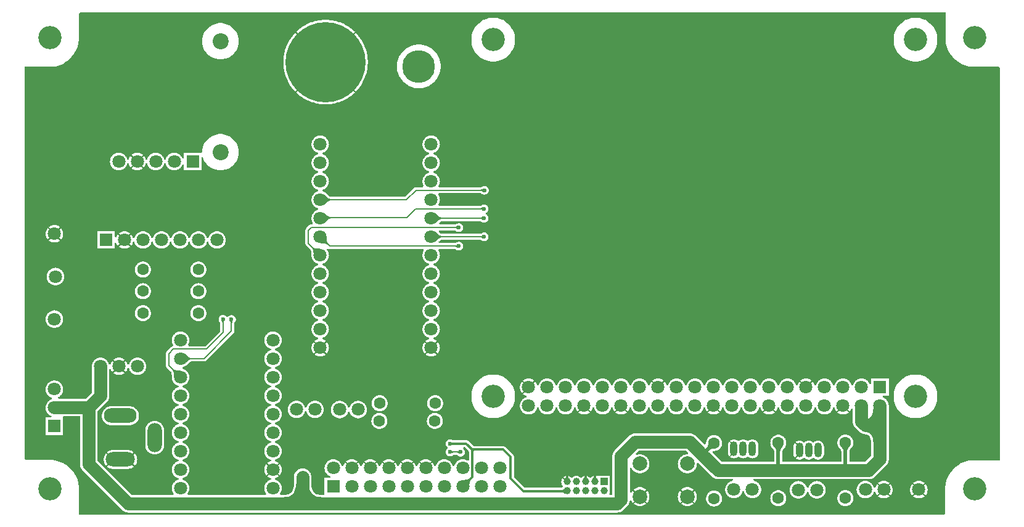
<source format=gbl>
G04*
G04 #@! TF.GenerationSoftware,Altium Limited,Altium Designer,20.1.14 (287)*
G04*
G04 Layer_Physical_Order=2*
G04 Layer_Color=16711680*
%FSLAX44Y44*%
%MOMM*%
G71*
G04*
G04 #@! TF.SameCoordinates,9E3E63A2-1E6E-47A1-B23A-5F7B0E76B0C2*
G04*
G04*
G04 #@! TF.FilePolarity,Positive*
G04*
G01*
G75*
%ADD10C,0.2000*%
%ADD15C,0.3000*%
%ADD36C,1.8000*%
%ADD37C,0.5000*%
%ADD38C,1.8000*%
%ADD39R,1.8000X1.8000*%
%ADD40C,2.2000*%
%ADD41C,3.2000*%
%ADD42C,1.0000*%
%ADD43R,1.0000X1.0000*%
%ADD44O,2.0000X4.0000*%
%ADD45O,4.0000X2.0000*%
%ADD46O,4.5000X2.0000*%
%ADD47R,1.8000X1.8000*%
%ADD48C,1.6000*%
%ADD49C,2.0000*%
%ADD50O,1.0500X2.0000*%
%ADD51C,4.5000*%
%ADD52C,11.0000*%
%ADD53C,0.6000*%
G36*
X1270000Y660001D02*
X1270001Y659999D01*
X1270001Y657378D01*
X1270685Y652179D01*
X1272042Y647114D01*
X1274048Y642270D01*
X1276670Y637729D01*
X1279862Y633569D01*
X1283569Y629861D01*
X1287729Y626669D01*
X1292270Y624047D01*
X1297114Y622040D01*
X1302179Y620683D01*
X1307378Y619999D01*
X1309999Y619999D01*
X1343488Y620000D01*
X1344902Y618586D01*
Y79572D01*
X1309427D01*
X1309426Y79571D01*
X1306805Y79571D01*
X1301606Y78887D01*
X1296541Y77530D01*
X1291697Y75524D01*
X1287156Y72902D01*
X1282996Y69710D01*
X1279288Y66002D01*
X1276096Y61842D01*
X1273474Y57302D01*
X1271467Y52457D01*
X1270110Y47393D01*
X1269426Y42194D01*
X1269426Y39572D01*
X1269427Y6512D01*
X1268012Y5098D01*
X80000D01*
Y38087D01*
X80000Y39999D01*
X79999Y40001D01*
Y41913D01*
X79999Y42622D01*
X79315Y47821D01*
X77958Y52886D01*
X75952Y57730D01*
X73330Y62271D01*
X70138Y66431D01*
X66431Y70139D01*
X62271Y73331D01*
X57730Y75953D01*
X52886Y77959D01*
X47821Y79317D01*
X42622Y80001D01*
X40001Y80001D01*
X6512Y80000D01*
X5098Y81414D01*
Y620000D01*
X39999D01*
X40001Y620001D01*
X42622Y620000D01*
X47821Y620685D01*
X52886Y622042D01*
X57730Y624048D01*
X62271Y626670D01*
X66431Y629862D01*
X70139Y633569D01*
X73331Y637729D01*
X75953Y642270D01*
X77959Y647114D01*
X79317Y652179D01*
X80001Y657378D01*
X80001Y659999D01*
X80000Y693488D01*
X81414Y694902D01*
X1270000D01*
Y660001D01*
D02*
G37*
%LPC*%
G36*
X276762Y680100D02*
X271838D01*
X267008Y679139D01*
X262458Y677255D01*
X258363Y674519D01*
X254881Y671037D01*
X252145Y666942D01*
X250261Y662392D01*
X249300Y657562D01*
Y652638D01*
X250261Y647808D01*
X252145Y643258D01*
X254881Y639163D01*
X258363Y635681D01*
X262458Y632945D01*
X267008Y631061D01*
X271838Y630100D01*
X276762D01*
X281592Y631061D01*
X286142Y632945D01*
X290237Y635681D01*
X293719Y639163D01*
X296455Y643258D01*
X298339Y647808D01*
X299300Y652638D01*
Y657562D01*
X298339Y662392D01*
X296455Y666942D01*
X293719Y671037D01*
X290237Y674519D01*
X286142Y677255D01*
X281592Y679139D01*
X276762Y680100D01*
D02*
G37*
G36*
X418750Y684509D02*
X416679Y684472D01*
X414612Y684361D01*
X412549Y684177D01*
X410494Y683919D01*
X408450Y683587D01*
X406419Y683184D01*
X404404Y682707D01*
X402407Y682159D01*
X400431Y681541D01*
X398478Y680852D01*
X396551Y680094D01*
X394652Y679267D01*
X392784Y678373D01*
X390949Y677413D01*
X389150Y676389D01*
X387388Y675301D01*
X385666Y674150D01*
X383986Y672939D01*
X382351Y671668D01*
X380762Y670340D01*
X379221Y668957D01*
X378451Y668213D01*
X418750Y627915D01*
X459049Y668213D01*
X458279Y668957D01*
X456738Y670340D01*
X455149Y671668D01*
X453514Y672939D01*
X451834Y674150D01*
X450112Y675301D01*
X448350Y676389D01*
X446551Y677413D01*
X444716Y678373D01*
X442848Y679267D01*
X440949Y680094D01*
X439022Y680852D01*
X437069Y681541D01*
X435093Y682159D01*
X433096Y682707D01*
X431081Y683184D01*
X429050Y683587D01*
X427006Y683919D01*
X424951Y684177D01*
X422888Y684361D01*
X420821Y684472D01*
X418750Y684509D01*
D02*
G37*
G36*
X1230866Y687300D02*
X1226934D01*
X1223035Y686787D01*
X1219236Y685769D01*
X1215603Y684264D01*
X1212197Y682298D01*
X1209077Y679904D01*
X1206296Y677123D01*
X1203902Y674003D01*
X1201936Y670597D01*
X1200431Y666964D01*
X1199413Y663165D01*
X1198900Y659266D01*
Y655334D01*
X1199413Y651435D01*
X1200431Y647636D01*
X1201936Y644003D01*
X1203902Y640597D01*
X1206296Y637477D01*
X1209077Y634696D01*
X1212197Y632302D01*
X1215603Y630336D01*
X1219236Y628831D01*
X1223035Y627813D01*
X1226934Y627300D01*
X1230866D01*
X1234765Y627813D01*
X1238564Y628831D01*
X1242197Y630336D01*
X1245603Y632302D01*
X1248723Y634696D01*
X1251504Y637477D01*
X1253898Y640597D01*
X1255864Y644003D01*
X1257369Y647636D01*
X1258387Y651435D01*
X1258900Y655334D01*
Y659266D01*
X1258387Y663165D01*
X1257369Y666964D01*
X1255864Y670597D01*
X1253898Y674003D01*
X1251504Y677123D01*
X1248723Y679904D01*
X1245603Y682298D01*
X1242197Y684264D01*
X1238564Y685769D01*
X1234765Y686787D01*
X1230866Y687300D01*
D02*
G37*
G36*
X650866D02*
X646934D01*
X643035Y686787D01*
X639236Y685769D01*
X635603Y684264D01*
X632197Y682298D01*
X629077Y679904D01*
X626296Y677123D01*
X623902Y674003D01*
X621936Y670597D01*
X620431Y666964D01*
X619413Y663165D01*
X618900Y659266D01*
Y655334D01*
X619413Y651435D01*
X620431Y647636D01*
X621936Y644003D01*
X623902Y640597D01*
X626296Y637477D01*
X629077Y634696D01*
X632197Y632302D01*
X635603Y630336D01*
X639236Y628831D01*
X643035Y627813D01*
X646934Y627300D01*
X650866D01*
X654765Y627813D01*
X658564Y628831D01*
X662197Y630336D01*
X665603Y632302D01*
X668723Y634696D01*
X671504Y637477D01*
X673898Y640597D01*
X675864Y644003D01*
X677369Y647636D01*
X678387Y651435D01*
X678900Y655334D01*
Y659266D01*
X678387Y663165D01*
X677369Y666964D01*
X675864Y670597D01*
X673898Y674003D01*
X671504Y677123D01*
X668723Y679904D01*
X665603Y682298D01*
X662197Y684264D01*
X658564Y685769D01*
X654765Y686787D01*
X650866Y687300D01*
D02*
G37*
G36*
X548716Y650500D02*
X544784D01*
X540885Y649987D01*
X537086Y648969D01*
X533453Y647464D01*
X530047Y645498D01*
X526927Y643104D01*
X524146Y640323D01*
X521752Y637203D01*
X519786Y633797D01*
X518281Y630164D01*
X517263Y626365D01*
X516750Y622466D01*
Y618534D01*
X517263Y614635D01*
X518281Y610836D01*
X519786Y607203D01*
X521752Y603797D01*
X524146Y600677D01*
X526927Y597896D01*
X530047Y595502D01*
X533453Y593536D01*
X537086Y592031D01*
X540885Y591013D01*
X544784Y590500D01*
X548716D01*
X552615Y591013D01*
X556414Y592031D01*
X560047Y593536D01*
X563453Y595502D01*
X566573Y597896D01*
X569354Y600677D01*
X571748Y603797D01*
X573714Y607203D01*
X575219Y610836D01*
X576237Y614635D01*
X576750Y618534D01*
Y622466D01*
X576237Y626365D01*
X575219Y630164D01*
X573714Y633797D01*
X571748Y637203D01*
X569354Y640323D01*
X566573Y643104D01*
X563453Y645498D01*
X560047Y647464D01*
X556414Y648969D01*
X552615Y649987D01*
X548716Y650500D01*
D02*
G37*
G36*
X460463Y666799D02*
X420164Y626500D01*
X460463Y586201D01*
X461207Y586972D01*
X462590Y588512D01*
X463918Y590101D01*
X465189Y591736D01*
X466400Y593416D01*
X467550Y595138D01*
X468639Y596900D01*
X469664Y598699D01*
X470623Y600534D01*
X471517Y602402D01*
X472343Y604301D01*
X473102Y606228D01*
X473791Y608181D01*
X474409Y610157D01*
X474957Y612154D01*
X475434Y614169D01*
X475838Y616200D01*
X476169Y618244D01*
X476427Y620299D01*
X476611Y622362D01*
X476722Y624430D01*
X476759Y626500D01*
X476722Y628571D01*
X476611Y630638D01*
X476427Y632701D01*
X476169Y634756D01*
X475838Y636800D01*
X475434Y638831D01*
X474957Y640846D01*
X474409Y642843D01*
X473791Y644819D01*
X473102Y646772D01*
X472343Y648699D01*
X471517Y650598D01*
X470623Y652466D01*
X469664Y654301D01*
X468639Y656100D01*
X467550Y657862D01*
X466400Y659584D01*
X465189Y661264D01*
X463918Y662899D01*
X462590Y664488D01*
X461207Y666029D01*
X460463Y666799D01*
D02*
G37*
G36*
X377037Y666799D02*
X376293Y666029D01*
X374910Y664488D01*
X373582Y662899D01*
X372311Y661264D01*
X371100Y659584D01*
X369949Y657862D01*
X368861Y656100D01*
X367836Y654301D01*
X366877Y652466D01*
X365983Y650598D01*
X365156Y648699D01*
X364398Y646772D01*
X363709Y644819D01*
X363091Y642843D01*
X362543Y640846D01*
X362066Y638831D01*
X361662Y636800D01*
X361331Y634756D01*
X361073Y632701D01*
X360889Y630638D01*
X360778Y628571D01*
X360741Y626500D01*
X360778Y624430D01*
X360889Y622362D01*
X361073Y620299D01*
X361331Y618244D01*
X361662Y616200D01*
X362066Y614169D01*
X362543Y612154D01*
X363091Y610157D01*
X363709Y608181D01*
X364398Y606228D01*
X365156Y604301D01*
X365983Y602402D01*
X366877Y600534D01*
X367836Y598699D01*
X368861Y596900D01*
X369949Y595138D01*
X371100Y593416D01*
X372311Y591736D01*
X373582Y590101D01*
X374910Y588512D01*
X376293Y586972D01*
X377037Y586201D01*
X417336Y626500D01*
X377037Y666799D01*
D02*
G37*
G36*
X418750Y625086D02*
X378451Y584787D01*
X379221Y584043D01*
X380762Y582659D01*
X382351Y581332D01*
X383986Y580061D01*
X385666Y578850D01*
X387388Y577700D01*
X389150Y576611D01*
X390949Y575587D01*
X392784Y574627D01*
X394652Y573733D01*
X396551Y572906D01*
X398478Y572148D01*
X400431Y571459D01*
X402407Y570840D01*
X404404Y570293D01*
X406419Y569817D01*
X408450Y569412D01*
X410494Y569081D01*
X412549Y568823D01*
X414612Y568639D01*
X416679Y568528D01*
X418750Y568491D01*
X420821Y568528D01*
X422888Y568639D01*
X424951Y568823D01*
X427006Y569081D01*
X429050Y569412D01*
X431081Y569817D01*
X433096Y570293D01*
X435093Y570840D01*
X437069Y571459D01*
X439022Y572148D01*
X440949Y572906D01*
X442848Y573733D01*
X444716Y574627D01*
X446551Y575587D01*
X448350Y576611D01*
X450112Y577700D01*
X451834Y578850D01*
X453514Y580061D01*
X455149Y581332D01*
X456738Y582659D01*
X458279Y584043D01*
X459049Y584787D01*
X418750Y625086D01*
D02*
G37*
G36*
X276762Y527700D02*
X271838D01*
X267008Y526739D01*
X262458Y524855D01*
X258363Y522119D01*
X254881Y518637D01*
X252145Y514542D01*
X250261Y509992D01*
X249300Y505162D01*
Y503544D01*
X248451Y502352D01*
X247590Y502000D01*
X247300Y502000D01*
X224200D01*
Y494064D01*
X222222Y493711D01*
X221895Y494596D01*
X221500Y495452D01*
X221040Y496275D01*
X220516Y497059D01*
X219932Y497799D01*
X219292Y498492D01*
X218599Y499132D01*
X217859Y499716D01*
X217075Y500240D01*
X216252Y500700D01*
X215396Y501095D01*
X214511Y501422D01*
X213603Y501677D01*
X212679Y501861D01*
X211742Y501972D01*
X210800Y502009D01*
X209858Y501972D01*
X208921Y501861D01*
X207997Y501677D01*
X207089Y501422D01*
X206204Y501095D01*
X205348Y500700D01*
X204525Y500240D01*
X203741Y499716D01*
X203001Y499132D01*
X202308Y498492D01*
X201668Y497799D01*
X201084Y497059D01*
X200560Y496275D01*
X200100Y495452D01*
X199705Y494596D01*
X199379Y493711D01*
X199123Y492803D01*
X199120Y492789D01*
X197080D01*
X197077Y492803D01*
X196821Y493711D01*
X196495Y494596D01*
X196100Y495452D01*
X195640Y496275D01*
X195116Y497059D01*
X194532Y497799D01*
X193892Y498492D01*
X193199Y499132D01*
X192459Y499716D01*
X191675Y500240D01*
X190852Y500700D01*
X189996Y501095D01*
X189111Y501422D01*
X188204Y501677D01*
X187279Y501861D01*
X186342Y501972D01*
X185400Y502009D01*
X184458Y501972D01*
X183521Y501861D01*
X182596Y501677D01*
X181689Y501422D01*
X180804Y501095D01*
X179948Y500700D01*
X179125Y500240D01*
X178341Y499716D01*
X177601Y499132D01*
X176908Y498492D01*
X176268Y497799D01*
X175684Y497059D01*
X175160Y496275D01*
X174700Y495452D01*
X174305Y494596D01*
X173979Y493711D01*
X173723Y492803D01*
X173720Y492789D01*
X171680D01*
X171677Y492803D01*
X171422Y493711D01*
X171095Y494596D01*
X170700Y495452D01*
X170240Y496275D01*
X169716Y497059D01*
X169168Y497754D01*
X161414Y490000D01*
X169168Y482247D01*
X169716Y482941D01*
X170240Y483725D01*
X170700Y484548D01*
X171095Y485404D01*
X171422Y486289D01*
X171677Y487197D01*
X171680Y487211D01*
X173720D01*
X173723Y487197D01*
X173979Y486289D01*
X174305Y485404D01*
X174700Y484548D01*
X175160Y483725D01*
X175684Y482941D01*
X176268Y482201D01*
X176908Y481508D01*
X177601Y480868D01*
X178341Y480284D01*
X179125Y479760D01*
X179948Y479300D01*
X180804Y478905D01*
X181689Y478578D01*
X182596Y478323D01*
X183521Y478139D01*
X184458Y478028D01*
X185400Y477991D01*
X186342Y478028D01*
X187279Y478139D01*
X188204Y478323D01*
X189111Y478578D01*
X189996Y478905D01*
X190852Y479300D01*
X191675Y479760D01*
X192459Y480284D01*
X193199Y480868D01*
X193892Y481508D01*
X194532Y482201D01*
X195116Y482941D01*
X195640Y483725D01*
X196100Y484548D01*
X196495Y485404D01*
X196821Y486289D01*
X197077Y487197D01*
X197080Y487211D01*
X199120D01*
X199123Y487197D01*
X199379Y486289D01*
X199705Y485404D01*
X200100Y484548D01*
X200560Y483725D01*
X201084Y482941D01*
X201668Y482201D01*
X202308Y481508D01*
X203001Y480868D01*
X203741Y480284D01*
X204525Y479760D01*
X205348Y479300D01*
X206204Y478905D01*
X207089Y478578D01*
X207997Y478323D01*
X208921Y478139D01*
X209858Y478028D01*
X210800Y477991D01*
X211742Y478028D01*
X212679Y478139D01*
X213603Y478323D01*
X214511Y478578D01*
X215396Y478905D01*
X216252Y479300D01*
X217075Y479760D01*
X217859Y480284D01*
X218599Y480868D01*
X219292Y481508D01*
X219932Y482201D01*
X220516Y482941D01*
X221040Y483725D01*
X221500Y484548D01*
X221895Y485404D01*
X222222Y486289D01*
X224200Y485936D01*
Y478000D01*
X248200D01*
Y495516D01*
X250200Y495713D01*
X250261Y495408D01*
X252145Y490858D01*
X254881Y486763D01*
X258363Y483281D01*
X262458Y480545D01*
X267008Y478661D01*
X271838Y477700D01*
X276762D01*
X281592Y478661D01*
X286142Y480545D01*
X290237Y483281D01*
X293719Y486763D01*
X296455Y490858D01*
X298339Y495408D01*
X299300Y500238D01*
Y505162D01*
X298339Y509992D01*
X296455Y514542D01*
X293719Y518637D01*
X290237Y522119D01*
X286142Y524855D01*
X281592Y526739D01*
X276762Y527700D01*
D02*
G37*
G36*
X160000Y502009D02*
X159058Y501972D01*
X158121Y501861D01*
X157197Y501677D01*
X156289Y501422D01*
X155404Y501095D01*
X154548Y500700D01*
X153725Y500240D01*
X152941Y499716D01*
X152247Y499168D01*
X160000Y491414D01*
X167754Y499168D01*
X167059Y499716D01*
X166275Y500240D01*
X165452Y500700D01*
X164596Y501095D01*
X163711Y501422D01*
X162803Y501677D01*
X161879Y501861D01*
X160942Y501972D01*
X160000Y502009D01*
D02*
G37*
G36*
X134600D02*
X133658Y501972D01*
X132721Y501861D01*
X131797Y501677D01*
X130889Y501422D01*
X130004Y501095D01*
X129148Y500700D01*
X128325Y500240D01*
X127541Y499716D01*
X126801Y499132D01*
X126108Y498492D01*
X125468Y497799D01*
X124884Y497059D01*
X124360Y496275D01*
X123900Y495452D01*
X123505Y494596D01*
X123179Y493711D01*
X122923Y492803D01*
X122739Y491879D01*
X122628Y490942D01*
X122591Y490000D01*
X122628Y489058D01*
X122739Y488121D01*
X122923Y487197D01*
X123179Y486289D01*
X123505Y485404D01*
X123900Y484548D01*
X124360Y483725D01*
X124884Y482941D01*
X125468Y482201D01*
X126108Y481508D01*
X126801Y480868D01*
X127541Y480284D01*
X128325Y479760D01*
X129148Y479300D01*
X130004Y478905D01*
X130889Y478578D01*
X131797Y478323D01*
X132721Y478139D01*
X133658Y478028D01*
X134600Y477991D01*
X135542Y478028D01*
X136479Y478139D01*
X137403Y478323D01*
X138311Y478578D01*
X139196Y478905D01*
X140052Y479300D01*
X140875Y479760D01*
X141659Y480284D01*
X142399Y480868D01*
X143092Y481508D01*
X143732Y482201D01*
X144316Y482941D01*
X144840Y483725D01*
X145300Y484548D01*
X145695Y485404D01*
X146021Y486289D01*
X146277Y487197D01*
X146280Y487211D01*
X148320D01*
X148323Y487197D01*
X148579Y486289D01*
X148905Y485404D01*
X149300Y484548D01*
X149760Y483725D01*
X150284Y482941D01*
X150832Y482246D01*
X158586Y490000D01*
X150832Y497754D01*
X150284Y497059D01*
X149760Y496275D01*
X149300Y495452D01*
X148905Y494596D01*
X148579Y493711D01*
X148323Y492803D01*
X148320Y492789D01*
X146280D01*
X146277Y492803D01*
X146021Y493711D01*
X145695Y494596D01*
X145300Y495452D01*
X144840Y496275D01*
X144316Y497059D01*
X143732Y497799D01*
X143092Y498492D01*
X142399Y499132D01*
X141659Y499716D01*
X140875Y500240D01*
X140052Y500700D01*
X139196Y501095D01*
X138311Y501422D01*
X137403Y501677D01*
X136479Y501861D01*
X135542Y501972D01*
X134600Y502009D01*
D02*
G37*
G36*
X160000Y488586D02*
X152246Y480832D01*
X152941Y480284D01*
X153725Y479760D01*
X154548Y479300D01*
X155404Y478905D01*
X156289Y478578D01*
X157197Y478323D01*
X158121Y478139D01*
X159058Y478028D01*
X160000Y477991D01*
X160942Y478028D01*
X161879Y478139D01*
X162803Y478323D01*
X163711Y478578D01*
X164596Y478905D01*
X165452Y479300D01*
X166275Y479760D01*
X167059Y480284D01*
X167754Y480832D01*
X160000Y488586D01*
D02*
G37*
G36*
X563700Y525709D02*
X562758Y525672D01*
X561821Y525561D01*
X560896Y525377D01*
X559989Y525121D01*
X559104Y524795D01*
X558248Y524400D01*
X557425Y523940D01*
X556641Y523416D01*
X555901Y522832D01*
X555208Y522192D01*
X554568Y521499D01*
X553984Y520759D01*
X553460Y519975D01*
X553000Y519152D01*
X552605Y518296D01*
X552279Y517411D01*
X552023Y516503D01*
X551839Y515579D01*
X551728Y514642D01*
X551691Y513700D01*
X551728Y512758D01*
X551839Y511821D01*
X552023Y510896D01*
X552279Y509989D01*
X552605Y509104D01*
X553000Y508248D01*
X553460Y507425D01*
X553984Y506641D01*
X554568Y505901D01*
X555208Y505208D01*
X555901Y504568D01*
X556641Y503984D01*
X557425Y503460D01*
X558248Y503000D01*
X559104Y502605D01*
X559989Y502279D01*
X560896Y502023D01*
X560911Y502020D01*
Y499980D01*
X560896Y499977D01*
X559989Y499721D01*
X559104Y499395D01*
X558248Y499000D01*
X557425Y498540D01*
X556641Y498016D01*
X555901Y497432D01*
X555208Y496792D01*
X554568Y496099D01*
X553984Y495359D01*
X553460Y494575D01*
X553000Y493752D01*
X552605Y492896D01*
X552279Y492011D01*
X552023Y491104D01*
X551839Y490179D01*
X551728Y489242D01*
X551691Y488300D01*
X551728Y487358D01*
X551839Y486421D01*
X552023Y485496D01*
X552279Y484589D01*
X552605Y483704D01*
X553000Y482848D01*
X553460Y482025D01*
X553984Y481241D01*
X554568Y480501D01*
X555208Y479808D01*
X555901Y479168D01*
X556641Y478584D01*
X557425Y478060D01*
X558248Y477600D01*
X559104Y477205D01*
X559989Y476879D01*
X560896Y476623D01*
X560911Y476620D01*
Y474580D01*
X560896Y474577D01*
X559989Y474322D01*
X559104Y473995D01*
X558248Y473600D01*
X557425Y473140D01*
X556641Y472616D01*
X555901Y472032D01*
X555208Y471392D01*
X554568Y470699D01*
X553984Y469959D01*
X553460Y469175D01*
X553000Y468352D01*
X552605Y467496D01*
X552279Y466611D01*
X552023Y465704D01*
X551839Y464779D01*
X551728Y463842D01*
X551691Y462900D01*
X551728Y461958D01*
X551839Y461021D01*
X552023Y460097D01*
X552279Y459189D01*
X552605Y458304D01*
X553000Y457448D01*
X553460Y456625D01*
X553538Y456509D01*
X552760Y454751D01*
X552488Y454509D01*
X542750D01*
X542227Y454474D01*
X541712Y454372D01*
X541216Y454203D01*
X540746Y453971D01*
X540310Y453680D01*
X539916Y453335D01*
X528090Y441509D01*
X425791D01*
X425592Y441527D01*
X425390Y441579D01*
X425037Y441719D01*
X424559Y441966D01*
X423975Y442329D01*
X423353Y442774D01*
X420790Y444999D01*
X419847Y445936D01*
X419831Y445950D01*
X419792Y445992D01*
X419099Y446632D01*
X418359Y447216D01*
X417575Y447740D01*
X416752Y448200D01*
X415896Y448595D01*
X415011Y448922D01*
X414104Y449177D01*
X414089Y449180D01*
Y451220D01*
X414104Y451223D01*
X415011Y451479D01*
X415896Y451805D01*
X416752Y452200D01*
X417575Y452660D01*
X418359Y453184D01*
X419099Y453768D01*
X419792Y454408D01*
X420432Y455101D01*
X421016Y455841D01*
X421540Y456625D01*
X422000Y457448D01*
X422395Y458304D01*
X422721Y459189D01*
X422977Y460097D01*
X423161Y461021D01*
X423272Y461958D01*
X423309Y462900D01*
X423272Y463842D01*
X423161Y464779D01*
X422977Y465704D01*
X422721Y466611D01*
X422395Y467496D01*
X422000Y468352D01*
X421540Y469175D01*
X421016Y469959D01*
X420432Y470699D01*
X419792Y471392D01*
X419099Y472032D01*
X418359Y472616D01*
X417575Y473140D01*
X416752Y473600D01*
X415896Y473995D01*
X415011Y474322D01*
X414104Y474577D01*
X414089Y474580D01*
Y476620D01*
X414104Y476623D01*
X415011Y476879D01*
X415896Y477205D01*
X416752Y477600D01*
X417575Y478060D01*
X418359Y478584D01*
X419099Y479168D01*
X419792Y479808D01*
X420432Y480501D01*
X421016Y481241D01*
X421540Y482025D01*
X422000Y482848D01*
X422395Y483704D01*
X422721Y484589D01*
X422977Y485496D01*
X423161Y486421D01*
X423272Y487358D01*
X423309Y488300D01*
X423272Y489242D01*
X423161Y490179D01*
X422977Y491104D01*
X422721Y492011D01*
X422395Y492896D01*
X422000Y493752D01*
X421540Y494575D01*
X421016Y495359D01*
X420432Y496099D01*
X419792Y496792D01*
X419099Y497432D01*
X418359Y498016D01*
X417575Y498540D01*
X416752Y499000D01*
X415896Y499395D01*
X415011Y499721D01*
X414104Y499977D01*
X414089Y499980D01*
Y502020D01*
X414104Y502023D01*
X415011Y502279D01*
X415896Y502605D01*
X416752Y503000D01*
X417575Y503460D01*
X418359Y503984D01*
X419099Y504568D01*
X419792Y505208D01*
X420432Y505901D01*
X421016Y506641D01*
X421540Y507425D01*
X422000Y508248D01*
X422395Y509104D01*
X422721Y509989D01*
X422977Y510896D01*
X423161Y511821D01*
X423272Y512758D01*
X423309Y513700D01*
X423272Y514642D01*
X423161Y515579D01*
X422977Y516503D01*
X422721Y517411D01*
X422395Y518296D01*
X422000Y519152D01*
X421540Y519975D01*
X421016Y520759D01*
X420432Y521499D01*
X419792Y522192D01*
X419099Y522832D01*
X418359Y523416D01*
X417575Y523940D01*
X416752Y524400D01*
X415896Y524795D01*
X415011Y525121D01*
X414104Y525377D01*
X413179Y525561D01*
X412242Y525672D01*
X411300Y525709D01*
X410358Y525672D01*
X409421Y525561D01*
X408497Y525377D01*
X407589Y525121D01*
X406704Y524795D01*
X405848Y524400D01*
X405025Y523940D01*
X404241Y523416D01*
X403501Y522832D01*
X402808Y522192D01*
X402168Y521499D01*
X401584Y520759D01*
X401060Y519975D01*
X400600Y519152D01*
X400205Y518296D01*
X399879Y517411D01*
X399623Y516503D01*
X399439Y515579D01*
X399328Y514642D01*
X399291Y513700D01*
X399328Y512758D01*
X399439Y511821D01*
X399623Y510896D01*
X399879Y509989D01*
X400205Y509104D01*
X400600Y508248D01*
X401060Y507425D01*
X401584Y506641D01*
X402168Y505901D01*
X402808Y505208D01*
X403501Y504568D01*
X404241Y503984D01*
X405025Y503460D01*
X405848Y503000D01*
X406704Y502605D01*
X407589Y502279D01*
X408497Y502023D01*
X408512Y502020D01*
Y499980D01*
X408497Y499977D01*
X407589Y499721D01*
X406704Y499395D01*
X405848Y499000D01*
X405025Y498540D01*
X404241Y498016D01*
X403501Y497432D01*
X402808Y496792D01*
X402168Y496099D01*
X401584Y495359D01*
X401060Y494575D01*
X400600Y493752D01*
X400205Y492896D01*
X399879Y492011D01*
X399623Y491104D01*
X399439Y490179D01*
X399328Y489242D01*
X399291Y488300D01*
X399328Y487358D01*
X399439Y486421D01*
X399623Y485496D01*
X399879Y484589D01*
X400205Y483704D01*
X400600Y482848D01*
X401060Y482025D01*
X401584Y481241D01*
X402168Y480501D01*
X402808Y479808D01*
X403501Y479168D01*
X404241Y478584D01*
X405025Y478060D01*
X405848Y477600D01*
X406704Y477205D01*
X407589Y476879D01*
X408497Y476623D01*
X408512Y476620D01*
Y474580D01*
X408497Y474577D01*
X407589Y474322D01*
X406704Y473995D01*
X405848Y473600D01*
X405025Y473140D01*
X404241Y472616D01*
X403501Y472032D01*
X402808Y471392D01*
X402168Y470699D01*
X401584Y469959D01*
X401060Y469175D01*
X400600Y468352D01*
X400205Y467496D01*
X399879Y466611D01*
X399623Y465704D01*
X399439Y464779D01*
X399328Y463842D01*
X399291Y462900D01*
X399328Y461958D01*
X399439Y461021D01*
X399623Y460097D01*
X399879Y459189D01*
X400205Y458304D01*
X400600Y457448D01*
X401060Y456625D01*
X401584Y455841D01*
X402168Y455101D01*
X402808Y454408D01*
X403501Y453768D01*
X404241Y453184D01*
X405025Y452660D01*
X405848Y452200D01*
X406704Y451805D01*
X407589Y451479D01*
X408497Y451223D01*
X408512Y451220D01*
Y449180D01*
X408497Y449177D01*
X407589Y448922D01*
X406704Y448595D01*
X405848Y448200D01*
X405025Y447740D01*
X404241Y447216D01*
X403501Y446632D01*
X402808Y445992D01*
X402168Y445299D01*
X401584Y444559D01*
X401060Y443775D01*
X400600Y442952D01*
X400205Y442096D01*
X399879Y441211D01*
X399623Y440303D01*
X399439Y439379D01*
X399328Y438442D01*
X399291Y437500D01*
X399328Y436558D01*
X399439Y435621D01*
X399623Y434697D01*
X399879Y433789D01*
X400205Y432904D01*
X400600Y432048D01*
X401060Y431225D01*
X401584Y430441D01*
X402168Y429701D01*
X402808Y429008D01*
X403501Y428368D01*
X404241Y427784D01*
X405025Y427260D01*
X405848Y426800D01*
X406704Y426405D01*
X407589Y426078D01*
X408497Y425823D01*
X408512Y425820D01*
Y423780D01*
X408497Y423777D01*
X407589Y423521D01*
X406704Y423195D01*
X405848Y422800D01*
X405025Y422340D01*
X404241Y421816D01*
X403501Y421232D01*
X402808Y420592D01*
X402168Y419899D01*
X401584Y419159D01*
X401060Y418375D01*
X400600Y417552D01*
X400205Y416696D01*
X399879Y415811D01*
X399623Y414903D01*
X399439Y413979D01*
X399328Y413042D01*
X399291Y412100D01*
X399328Y411158D01*
X399439Y410221D01*
X399623Y409296D01*
X399879Y408389D01*
X400205Y407504D01*
X400600Y406648D01*
X401060Y405825D01*
X401272Y405509D01*
X400767Y404105D01*
X400246Y403509D01*
X399000D01*
X398477Y403474D01*
X397962Y403372D01*
X397466Y403203D01*
X396996Y402971D01*
X396560Y402680D01*
X396166Y402335D01*
X392165Y398335D01*
X391820Y397940D01*
X391529Y397504D01*
X391297Y397034D01*
X391128Y396538D01*
X391026Y396023D01*
X390991Y395500D01*
Y377600D01*
X391026Y377077D01*
X391128Y376562D01*
X391297Y376066D01*
X391529Y375596D01*
X391820Y375160D01*
X392165Y374766D01*
X398218Y368713D01*
X398346Y368559D01*
X398453Y368378D01*
X398603Y368031D01*
X398766Y367517D01*
X398922Y366847D01*
X399048Y366093D01*
X399286Y362708D01*
X399291Y361379D01*
X399293Y361357D01*
X399291Y361300D01*
X399328Y360358D01*
X399439Y359421D01*
X399623Y358497D01*
X399879Y357589D01*
X400205Y356704D01*
X400600Y355848D01*
X401060Y355025D01*
X401584Y354241D01*
X402168Y353501D01*
X402808Y352808D01*
X403501Y352168D01*
X404241Y351584D01*
X405025Y351060D01*
X405848Y350600D01*
X406704Y350205D01*
X407589Y349879D01*
X408497Y349623D01*
X408512Y349620D01*
Y347580D01*
X408497Y347577D01*
X407589Y347322D01*
X406704Y346995D01*
X405848Y346600D01*
X405025Y346140D01*
X404241Y345616D01*
X403501Y345032D01*
X402808Y344392D01*
X402168Y343699D01*
X401584Y342959D01*
X401060Y342175D01*
X400600Y341352D01*
X400205Y340496D01*
X399879Y339611D01*
X399623Y338703D01*
X399439Y337779D01*
X399328Y336842D01*
X399291Y335900D01*
X399328Y334958D01*
X399439Y334021D01*
X399623Y333097D01*
X399879Y332189D01*
X400205Y331304D01*
X400600Y330448D01*
X401060Y329625D01*
X401584Y328841D01*
X402168Y328101D01*
X402808Y327408D01*
X403501Y326768D01*
X404241Y326184D01*
X405025Y325660D01*
X405848Y325200D01*
X406704Y324805D01*
X407589Y324478D01*
X408497Y324223D01*
X408512Y324220D01*
Y322180D01*
X408497Y322177D01*
X407589Y321922D01*
X406704Y321595D01*
X405848Y321200D01*
X405025Y320740D01*
X404241Y320216D01*
X403501Y319632D01*
X402808Y318992D01*
X402168Y318299D01*
X401584Y317559D01*
X401060Y316775D01*
X400600Y315952D01*
X400205Y315096D01*
X399879Y314211D01*
X399623Y313304D01*
X399439Y312379D01*
X399328Y311442D01*
X399291Y310500D01*
X399328Y309558D01*
X399439Y308621D01*
X399623Y307696D01*
X399879Y306789D01*
X400205Y305904D01*
X400600Y305048D01*
X401060Y304225D01*
X401584Y303441D01*
X402168Y302701D01*
X402808Y302008D01*
X403501Y301368D01*
X404241Y300784D01*
X405025Y300260D01*
X405848Y299800D01*
X406704Y299405D01*
X407589Y299079D01*
X408497Y298823D01*
X408512Y298820D01*
Y296780D01*
X408497Y296777D01*
X407589Y296521D01*
X406704Y296195D01*
X405848Y295800D01*
X405025Y295340D01*
X404241Y294816D01*
X403501Y294232D01*
X402808Y293592D01*
X402168Y292899D01*
X401584Y292159D01*
X401060Y291375D01*
X400600Y290552D01*
X400205Y289696D01*
X399879Y288811D01*
X399623Y287903D01*
X399439Y286979D01*
X399328Y286042D01*
X399291Y285100D01*
X399328Y284158D01*
X399439Y283221D01*
X399623Y282297D01*
X399879Y281389D01*
X400205Y280504D01*
X400600Y279648D01*
X401060Y278825D01*
X401584Y278041D01*
X402168Y277301D01*
X402808Y276608D01*
X403501Y275968D01*
X404241Y275384D01*
X405025Y274860D01*
X405848Y274400D01*
X406704Y274005D01*
X407589Y273678D01*
X408497Y273423D01*
X408512Y273420D01*
Y271380D01*
X408497Y271377D01*
X407589Y271122D01*
X406704Y270795D01*
X405848Y270400D01*
X405025Y269940D01*
X404241Y269416D01*
X403501Y268832D01*
X402808Y268192D01*
X402168Y267499D01*
X401584Y266759D01*
X401060Y265975D01*
X400600Y265152D01*
X400205Y264296D01*
X399879Y263411D01*
X399623Y262504D01*
X399439Y261579D01*
X399328Y260642D01*
X399291Y259700D01*
X399328Y258758D01*
X399439Y257821D01*
X399623Y256896D01*
X399879Y255989D01*
X400205Y255104D01*
X400600Y254248D01*
X401060Y253425D01*
X401584Y252641D01*
X402168Y251901D01*
X402808Y251208D01*
X403501Y250568D01*
X404241Y249984D01*
X405025Y249460D01*
X405848Y249000D01*
X406704Y248605D01*
X407589Y248279D01*
X408497Y248023D01*
X408512Y248020D01*
Y245980D01*
X408497Y245977D01*
X407589Y245721D01*
X406704Y245395D01*
X405848Y245000D01*
X405025Y244540D01*
X404241Y244016D01*
X403546Y243468D01*
X411300Y235714D01*
X419054Y243468D01*
X418359Y244016D01*
X417575Y244540D01*
X416752Y245000D01*
X415896Y245395D01*
X415011Y245721D01*
X414104Y245977D01*
X414089Y245980D01*
Y248020D01*
X414104Y248023D01*
X415011Y248279D01*
X415896Y248605D01*
X416752Y249000D01*
X417575Y249460D01*
X418359Y249984D01*
X419099Y250568D01*
X419792Y251208D01*
X420432Y251901D01*
X421016Y252641D01*
X421540Y253425D01*
X422000Y254248D01*
X422395Y255104D01*
X422721Y255989D01*
X422977Y256896D01*
X423161Y257821D01*
X423272Y258758D01*
X423309Y259700D01*
X423272Y260642D01*
X423161Y261579D01*
X422977Y262504D01*
X422721Y263411D01*
X422395Y264296D01*
X422000Y265152D01*
X421540Y265975D01*
X421016Y266759D01*
X420432Y267499D01*
X419792Y268192D01*
X419099Y268832D01*
X418359Y269416D01*
X417575Y269940D01*
X416752Y270400D01*
X415896Y270795D01*
X415011Y271122D01*
X414104Y271377D01*
X414089Y271380D01*
Y273420D01*
X414104Y273423D01*
X415011Y273678D01*
X415896Y274005D01*
X416752Y274400D01*
X417575Y274860D01*
X418359Y275384D01*
X419099Y275968D01*
X419792Y276608D01*
X420432Y277301D01*
X421016Y278041D01*
X421540Y278825D01*
X422000Y279648D01*
X422395Y280504D01*
X422721Y281389D01*
X422977Y282297D01*
X423161Y283221D01*
X423272Y284158D01*
X423309Y285100D01*
X423272Y286042D01*
X423161Y286979D01*
X422977Y287903D01*
X422721Y288811D01*
X422395Y289696D01*
X422000Y290552D01*
X421540Y291375D01*
X421016Y292159D01*
X420432Y292899D01*
X419792Y293592D01*
X419099Y294232D01*
X418359Y294816D01*
X417575Y295340D01*
X416752Y295800D01*
X415896Y296195D01*
X415011Y296521D01*
X414104Y296777D01*
X414089Y296780D01*
Y298820D01*
X414104Y298823D01*
X415011Y299079D01*
X415896Y299405D01*
X416752Y299800D01*
X417575Y300260D01*
X418359Y300784D01*
X419099Y301368D01*
X419792Y302008D01*
X420432Y302701D01*
X421016Y303441D01*
X421540Y304225D01*
X422000Y305048D01*
X422395Y305904D01*
X422721Y306789D01*
X422977Y307696D01*
X423161Y308621D01*
X423272Y309558D01*
X423309Y310500D01*
X423272Y311442D01*
X423161Y312379D01*
X422977Y313304D01*
X422721Y314211D01*
X422395Y315096D01*
X422000Y315952D01*
X421540Y316775D01*
X421016Y317559D01*
X420432Y318299D01*
X419792Y318992D01*
X419099Y319632D01*
X418359Y320216D01*
X417575Y320740D01*
X416752Y321200D01*
X415896Y321595D01*
X415011Y321922D01*
X414104Y322177D01*
X414089Y322180D01*
Y324220D01*
X414104Y324223D01*
X415011Y324478D01*
X415896Y324805D01*
X416752Y325200D01*
X417575Y325660D01*
X418359Y326184D01*
X419099Y326768D01*
X419792Y327408D01*
X420432Y328101D01*
X421016Y328841D01*
X421540Y329625D01*
X422000Y330448D01*
X422395Y331304D01*
X422721Y332189D01*
X422977Y333097D01*
X423161Y334021D01*
X423272Y334958D01*
X423309Y335900D01*
X423272Y336842D01*
X423161Y337779D01*
X422977Y338703D01*
X422721Y339611D01*
X422395Y340496D01*
X422000Y341352D01*
X421540Y342175D01*
X421016Y342959D01*
X420432Y343699D01*
X419792Y344392D01*
X419099Y345032D01*
X418359Y345616D01*
X417575Y346140D01*
X416752Y346600D01*
X415896Y346995D01*
X415011Y347322D01*
X414104Y347577D01*
X414089Y347580D01*
Y349620D01*
X414104Y349623D01*
X415011Y349879D01*
X415896Y350205D01*
X416752Y350600D01*
X417575Y351060D01*
X418359Y351584D01*
X419099Y352168D01*
X419792Y352808D01*
X420432Y353501D01*
X421016Y354241D01*
X421540Y355025D01*
X422000Y355848D01*
X422395Y356704D01*
X422721Y357589D01*
X422977Y358497D01*
X423161Y359421D01*
X423272Y360358D01*
X423309Y361300D01*
X423272Y362242D01*
X423161Y363179D01*
X422977Y364104D01*
X422721Y365011D01*
X422395Y365896D01*
X422000Y366752D01*
X421540Y367575D01*
X421016Y368359D01*
X420432Y369099D01*
X420369Y369167D01*
X420341Y369198D01*
X421550Y370438D01*
X421550Y370439D01*
X421551Y370439D01*
X423213Y369878D01*
X423307Y369859D01*
X423727Y369776D01*
X424250Y369741D01*
X552528D01*
X552861Y369425D01*
X553572Y367741D01*
X553460Y367575D01*
X553000Y366752D01*
X552605Y365896D01*
X552279Y365011D01*
X552023Y364104D01*
X551839Y363179D01*
X551728Y362242D01*
X551691Y361300D01*
X551728Y360358D01*
X551839Y359421D01*
X552023Y358497D01*
X552279Y357589D01*
X552605Y356704D01*
X553000Y355848D01*
X553460Y355025D01*
X553984Y354241D01*
X554568Y353501D01*
X555208Y352808D01*
X555901Y352168D01*
X556641Y351584D01*
X557425Y351060D01*
X558248Y350600D01*
X559104Y350205D01*
X559989Y349879D01*
X560896Y349623D01*
X560911Y349620D01*
Y347580D01*
X560896Y347577D01*
X559989Y347322D01*
X559104Y346995D01*
X558248Y346600D01*
X557425Y346140D01*
X556641Y345616D01*
X555901Y345032D01*
X555208Y344392D01*
X554568Y343699D01*
X553984Y342959D01*
X553460Y342175D01*
X553000Y341352D01*
X552605Y340496D01*
X552279Y339611D01*
X552023Y338703D01*
X551839Y337779D01*
X551728Y336842D01*
X551691Y335900D01*
X551728Y334958D01*
X551839Y334021D01*
X552023Y333097D01*
X552279Y332189D01*
X552605Y331304D01*
X553000Y330448D01*
X553460Y329625D01*
X553984Y328841D01*
X554568Y328101D01*
X555208Y327408D01*
X555901Y326768D01*
X556641Y326184D01*
X557425Y325660D01*
X558248Y325200D01*
X559104Y324805D01*
X559989Y324478D01*
X560896Y324223D01*
X560911Y324220D01*
Y322180D01*
X560896Y322177D01*
X559989Y321922D01*
X559104Y321595D01*
X558248Y321200D01*
X557425Y320740D01*
X556641Y320216D01*
X555901Y319632D01*
X555208Y318992D01*
X554568Y318299D01*
X553984Y317559D01*
X553460Y316775D01*
X553000Y315952D01*
X552605Y315096D01*
X552279Y314211D01*
X552023Y313304D01*
X551839Y312379D01*
X551728Y311442D01*
X551691Y310500D01*
X551728Y309558D01*
X551839Y308621D01*
X552023Y307696D01*
X552279Y306789D01*
X552605Y305904D01*
X553000Y305048D01*
X553460Y304225D01*
X553984Y303441D01*
X554568Y302701D01*
X555208Y302008D01*
X555901Y301368D01*
X556641Y300784D01*
X557425Y300260D01*
X558248Y299800D01*
X559104Y299405D01*
X559989Y299079D01*
X560896Y298823D01*
X560911Y298820D01*
Y296780D01*
X560896Y296777D01*
X559989Y296521D01*
X559104Y296195D01*
X558248Y295800D01*
X557425Y295340D01*
X556641Y294816D01*
X555901Y294232D01*
X555208Y293592D01*
X554568Y292899D01*
X553984Y292159D01*
X553460Y291375D01*
X553000Y290552D01*
X552605Y289696D01*
X552279Y288811D01*
X552023Y287903D01*
X551839Y286979D01*
X551728Y286042D01*
X551691Y285100D01*
X551728Y284158D01*
X551839Y283221D01*
X552023Y282297D01*
X552279Y281389D01*
X552605Y280504D01*
X553000Y279648D01*
X553460Y278825D01*
X553984Y278041D01*
X554568Y277301D01*
X555208Y276608D01*
X555901Y275968D01*
X556641Y275384D01*
X557425Y274860D01*
X558248Y274400D01*
X559104Y274005D01*
X559989Y273678D01*
X560896Y273423D01*
X560911Y273420D01*
Y271380D01*
X560896Y271377D01*
X559989Y271122D01*
X559104Y270795D01*
X558248Y270400D01*
X557425Y269940D01*
X556641Y269416D01*
X555901Y268832D01*
X555208Y268192D01*
X554568Y267499D01*
X553984Y266759D01*
X553460Y265975D01*
X553000Y265152D01*
X552605Y264296D01*
X552279Y263411D01*
X552023Y262504D01*
X551839Y261579D01*
X551728Y260642D01*
X551691Y259700D01*
X551728Y258758D01*
X551839Y257821D01*
X552023Y256896D01*
X552279Y255989D01*
X552605Y255104D01*
X553000Y254248D01*
X553460Y253425D01*
X553984Y252641D01*
X554568Y251901D01*
X555208Y251208D01*
X555901Y250568D01*
X556641Y249984D01*
X557425Y249460D01*
X558248Y249000D01*
X559104Y248605D01*
X559989Y248279D01*
X560896Y248023D01*
X560911Y248020D01*
Y245980D01*
X560896Y245977D01*
X559989Y245721D01*
X559104Y245395D01*
X558248Y245000D01*
X557425Y244540D01*
X556641Y244016D01*
X555946Y243468D01*
X563700Y235714D01*
X571454Y243468D01*
X570759Y244016D01*
X569975Y244540D01*
X569152Y245000D01*
X568296Y245395D01*
X567411Y245721D01*
X566503Y245977D01*
X566488Y245980D01*
Y248020D01*
X566503Y248023D01*
X567411Y248279D01*
X568296Y248605D01*
X569152Y249000D01*
X569975Y249460D01*
X570759Y249984D01*
X571499Y250568D01*
X572192Y251208D01*
X572832Y251901D01*
X573416Y252641D01*
X573940Y253425D01*
X574400Y254248D01*
X574795Y255104D01*
X575121Y255989D01*
X575377Y256896D01*
X575561Y257821D01*
X575672Y258758D01*
X575709Y259700D01*
X575672Y260642D01*
X575561Y261579D01*
X575377Y262504D01*
X575121Y263411D01*
X574795Y264296D01*
X574400Y265152D01*
X573940Y265975D01*
X573416Y266759D01*
X572832Y267499D01*
X572192Y268192D01*
X571499Y268832D01*
X570759Y269416D01*
X569975Y269940D01*
X569152Y270400D01*
X568296Y270795D01*
X567411Y271122D01*
X566503Y271377D01*
X566488Y271380D01*
Y273420D01*
X566503Y273423D01*
X567411Y273678D01*
X568296Y274005D01*
X569152Y274400D01*
X569975Y274860D01*
X570759Y275384D01*
X571499Y275968D01*
X572192Y276608D01*
X572832Y277301D01*
X573416Y278041D01*
X573940Y278825D01*
X574400Y279648D01*
X574795Y280504D01*
X575121Y281389D01*
X575377Y282297D01*
X575561Y283221D01*
X575672Y284158D01*
X575709Y285100D01*
X575672Y286042D01*
X575561Y286979D01*
X575377Y287903D01*
X575121Y288811D01*
X574795Y289696D01*
X574400Y290552D01*
X573940Y291375D01*
X573416Y292159D01*
X572832Y292899D01*
X572192Y293592D01*
X571499Y294232D01*
X570759Y294816D01*
X569975Y295340D01*
X569152Y295800D01*
X568296Y296195D01*
X567411Y296521D01*
X566503Y296777D01*
X566488Y296780D01*
Y298820D01*
X566503Y298823D01*
X567411Y299079D01*
X568296Y299405D01*
X569152Y299800D01*
X569975Y300260D01*
X570759Y300784D01*
X571499Y301368D01*
X572192Y302008D01*
X572832Y302701D01*
X573416Y303441D01*
X573940Y304225D01*
X574400Y305048D01*
X574795Y305904D01*
X575121Y306789D01*
X575377Y307696D01*
X575561Y308621D01*
X575672Y309558D01*
X575709Y310500D01*
X575672Y311442D01*
X575561Y312379D01*
X575377Y313304D01*
X575121Y314211D01*
X574795Y315096D01*
X574400Y315952D01*
X573940Y316775D01*
X573416Y317559D01*
X572832Y318299D01*
X572192Y318992D01*
X571499Y319632D01*
X570759Y320216D01*
X569975Y320740D01*
X569152Y321200D01*
X568296Y321595D01*
X567411Y321922D01*
X566503Y322177D01*
X566488Y322180D01*
Y324220D01*
X566503Y324223D01*
X567411Y324478D01*
X568296Y324805D01*
X569152Y325200D01*
X569975Y325660D01*
X570759Y326184D01*
X571499Y326768D01*
X572192Y327408D01*
X572832Y328101D01*
X573416Y328841D01*
X573940Y329625D01*
X574400Y330448D01*
X574795Y331304D01*
X575121Y332189D01*
X575377Y333097D01*
X575561Y334021D01*
X575672Y334958D01*
X575709Y335900D01*
X575672Y336842D01*
X575561Y337779D01*
X575377Y338703D01*
X575121Y339611D01*
X574795Y340496D01*
X574400Y341352D01*
X573940Y342175D01*
X573416Y342959D01*
X572832Y343699D01*
X572192Y344392D01*
X571499Y345032D01*
X570759Y345616D01*
X569975Y346140D01*
X569152Y346600D01*
X568296Y346995D01*
X567411Y347322D01*
X566503Y347577D01*
X566488Y347580D01*
Y349620D01*
X566503Y349623D01*
X567411Y349879D01*
X568296Y350205D01*
X569152Y350600D01*
X569975Y351060D01*
X570759Y351584D01*
X571499Y352168D01*
X572192Y352808D01*
X572832Y353501D01*
X573416Y354241D01*
X573940Y355025D01*
X574400Y355848D01*
X574795Y356704D01*
X575121Y357589D01*
X575377Y358497D01*
X575561Y359421D01*
X575672Y360358D01*
X575709Y361300D01*
X575672Y362242D01*
X575561Y363179D01*
X575377Y364104D01*
X575121Y365011D01*
X574795Y365896D01*
X574400Y366752D01*
X573940Y367575D01*
X573828Y367741D01*
X574539Y369425D01*
X574873Y369741D01*
X597044D01*
X597159Y369737D01*
X597183Y369734D01*
X597200Y369730D01*
X597213Y369726D01*
X597229Y369720D01*
X597251Y369709D01*
X597284Y369690D01*
X597328Y369658D01*
X597387Y369610D01*
X597499Y369503D01*
X597501Y369501D01*
X597506Y369496D01*
X597530Y369473D01*
X597548Y369458D01*
X598003Y369052D01*
X598553Y368662D01*
X599143Y368336D01*
X599765Y368078D01*
X600413Y367891D01*
X601077Y367778D01*
X601750Y367741D01*
X602423Y367778D01*
X603087Y367891D01*
X603735Y368078D01*
X604357Y368336D01*
X604947Y368662D01*
X605497Y369052D01*
X605999Y369501D01*
X606448Y370003D01*
X606838Y370553D01*
X607164Y371143D01*
X607422Y371765D01*
X607609Y372413D01*
X607722Y373077D01*
X607759Y373750D01*
X607722Y374423D01*
X607609Y375087D01*
X607422Y375735D01*
X607164Y376357D01*
X606838Y376947D01*
X606448Y377497D01*
X605999Y377999D01*
X605497Y378448D01*
X604947Y378838D01*
X604357Y379164D01*
X603735Y379422D01*
X603087Y379609D01*
X602423Y379722D01*
X601750Y379759D01*
X601077Y379722D01*
X600413Y379609D01*
X599765Y379422D01*
X599143Y379164D01*
X598553Y378838D01*
X598003Y378448D01*
X597548Y378042D01*
X597530Y378027D01*
X597506Y378004D01*
X597501Y377999D01*
X597499Y377997D01*
X597387Y377890D01*
X597328Y377842D01*
X597284Y377810D01*
X597251Y377791D01*
X597229Y377780D01*
X597213Y377774D01*
X597200Y377770D01*
X597183Y377766D01*
X597159Y377763D01*
X597044Y377759D01*
X574577D01*
X574521Y377820D01*
X573785Y379759D01*
X574098Y380051D01*
X575728Y381408D01*
X576375Y381870D01*
X576959Y382234D01*
X577437Y382481D01*
X577790Y382621D01*
X577993Y382673D01*
X578191Y382691D01*
X631730D01*
X631835Y382687D01*
X631851Y382675D01*
X631887Y382641D01*
X632010Y382507D01*
X632075Y382448D01*
X632251Y382251D01*
X632753Y381802D01*
X633303Y381412D01*
X633893Y381086D01*
X634515Y380828D01*
X635163Y380641D01*
X635827Y380528D01*
X636500Y380491D01*
X637173Y380528D01*
X637837Y380641D01*
X638485Y380828D01*
X639107Y381086D01*
X639697Y381412D01*
X640247Y381802D01*
X640749Y382251D01*
X641198Y382753D01*
X641588Y383303D01*
X641914Y383893D01*
X642172Y384515D01*
X642359Y385163D01*
X642472Y385827D01*
X642509Y386500D01*
X642472Y387173D01*
X642359Y387837D01*
X642172Y388485D01*
X641914Y389107D01*
X641588Y389697D01*
X641198Y390247D01*
X640749Y390749D01*
X640247Y391198D01*
X639697Y391588D01*
X639107Y391914D01*
X638485Y392172D01*
X637837Y392359D01*
X637173Y392472D01*
X636500Y392509D01*
X635827Y392472D01*
X635163Y392359D01*
X634515Y392172D01*
X633893Y391914D01*
X633303Y391588D01*
X632753Y391198D01*
X632626Y391084D01*
X632567Y391043D01*
X632405Y390907D01*
X632324Y390846D01*
X632254Y390802D01*
X632196Y390771D01*
X632149Y390749D01*
X632108Y390735D01*
X632072Y390725D01*
X632037Y390718D01*
X631997Y390713D01*
X631875Y390709D01*
X578191D01*
X577993Y390727D01*
X577790Y390779D01*
X577438Y390919D01*
X576959Y391166D01*
X576375Y391530D01*
X575753Y391974D01*
X574006Y393491D01*
X574753Y395491D01*
X596872D01*
X596890Y395467D01*
X596936Y395416D01*
X597052Y395253D01*
X597501Y394751D01*
X598003Y394302D01*
X598553Y393912D01*
X599143Y393586D01*
X599765Y393328D01*
X600413Y393141D01*
X601077Y393028D01*
X601750Y392991D01*
X602423Y393028D01*
X603087Y393141D01*
X603735Y393328D01*
X604357Y393586D01*
X604947Y393912D01*
X605497Y394302D01*
X605999Y394751D01*
X606448Y395253D01*
X606838Y395803D01*
X607164Y396393D01*
X607422Y397015D01*
X607609Y397663D01*
X607722Y398327D01*
X607759Y399000D01*
X607722Y399673D01*
X607609Y400337D01*
X607422Y400985D01*
X607164Y401607D01*
X606838Y402197D01*
X606448Y402747D01*
X605999Y403249D01*
X605497Y403698D01*
X604947Y404088D01*
X604357Y404414D01*
X603735Y404672D01*
X603087Y404859D01*
X602423Y404972D01*
X601750Y405009D01*
X601077Y404972D01*
X600413Y404859D01*
X599765Y404672D01*
X599143Y404414D01*
X598553Y404088D01*
X598364Y403955D01*
X598283Y403907D01*
X598093Y403777D01*
X597976Y403706D01*
X597871Y403649D01*
X597776Y403605D01*
X597691Y403572D01*
X597614Y403548D01*
X597545Y403531D01*
X597480Y403520D01*
X597416Y403513D01*
X597280Y403509D01*
X574949D01*
X574159Y405312D01*
X574168Y405509D01*
X575728Y406808D01*
X576375Y407270D01*
X576959Y407634D01*
X577437Y407881D01*
X577790Y408021D01*
X577993Y408073D01*
X578191Y408091D01*
X631760D01*
X631871Y408087D01*
X631889Y408085D01*
X631896Y408083D01*
X631898Y408083D01*
X631901Y408081D01*
X631910Y408077D01*
X631930Y408064D01*
X631962Y408040D01*
X632010Y407998D01*
X632143Y407863D01*
X632177Y407834D01*
X632251Y407751D01*
X632753Y407302D01*
X633303Y406912D01*
X633893Y406586D01*
X634515Y406328D01*
X635163Y406141D01*
X635827Y406028D01*
X636500Y405991D01*
X637173Y406028D01*
X637837Y406141D01*
X638485Y406328D01*
X639107Y406586D01*
X639697Y406912D01*
X640247Y407302D01*
X640749Y407751D01*
X641198Y408253D01*
X641588Y408803D01*
X641914Y409393D01*
X642172Y410015D01*
X642359Y410663D01*
X642472Y411327D01*
X642509Y412000D01*
X642472Y412673D01*
X642359Y413337D01*
X642172Y413985D01*
X641914Y414607D01*
X641588Y415197D01*
X641198Y415747D01*
X640749Y416249D01*
X640247Y416698D01*
X639697Y417088D01*
X639107Y417414D01*
X639069Y417430D01*
X638949Y417821D01*
Y419179D01*
X639069Y419570D01*
X639107Y419586D01*
X639697Y419912D01*
X640247Y420302D01*
X640749Y420751D01*
X641198Y421253D01*
X641588Y421803D01*
X641914Y422393D01*
X642172Y423015D01*
X642359Y423663D01*
X642472Y424327D01*
X642509Y425000D01*
X642472Y425673D01*
X642359Y426337D01*
X642172Y426985D01*
X641914Y427607D01*
X641588Y428197D01*
X641198Y428747D01*
X640749Y429249D01*
X640247Y429698D01*
X639697Y430088D01*
X639107Y430414D01*
X638485Y430672D01*
X637837Y430859D01*
X637173Y430972D01*
X636500Y431009D01*
X635827Y430972D01*
X635163Y430859D01*
X634515Y430672D01*
X633893Y430414D01*
X633303Y430088D01*
X632753Y429698D01*
X632298Y429292D01*
X632280Y429277D01*
X632256Y429254D01*
X632251Y429249D01*
X632249Y429247D01*
X632137Y429140D01*
X632079Y429092D01*
X632034Y429060D01*
X632001Y429041D01*
X631979Y429030D01*
X631963Y429024D01*
X631950Y429020D01*
X631934Y429016D01*
X631909Y429013D01*
X631795Y429009D01*
X574833D01*
X574437Y429409D01*
X573795Y431009D01*
X573940Y431225D01*
X574400Y432048D01*
X574795Y432904D01*
X575121Y433789D01*
X575377Y434697D01*
X575561Y435621D01*
X575672Y436558D01*
X575709Y437500D01*
X575672Y438442D01*
X575561Y439379D01*
X575377Y440303D01*
X575121Y441211D01*
X574795Y442096D01*
X574400Y442952D01*
X573940Y443775D01*
X573461Y444491D01*
X573507Y444732D01*
X574439Y446491D01*
X632044D01*
X632159Y446487D01*
X632183Y446484D01*
X632200Y446480D01*
X632213Y446477D01*
X632229Y446470D01*
X632251Y446459D01*
X632284Y446440D01*
X632328Y446408D01*
X632387Y446360D01*
X632499Y446253D01*
X632501Y446251D01*
X632506Y446246D01*
X632530Y446223D01*
X632548Y446208D01*
X633003Y445802D01*
X633553Y445412D01*
X634143Y445086D01*
X634765Y444828D01*
X635413Y444641D01*
X636077Y444528D01*
X636750Y444491D01*
X637423Y444528D01*
X638087Y444641D01*
X638735Y444828D01*
X639357Y445086D01*
X639947Y445412D01*
X640497Y445802D01*
X640999Y446251D01*
X641448Y446753D01*
X641838Y447303D01*
X642164Y447893D01*
X642422Y448515D01*
X642609Y449163D01*
X642722Y449827D01*
X642759Y450500D01*
X642722Y451173D01*
X642609Y451837D01*
X642422Y452485D01*
X642164Y453107D01*
X641838Y453697D01*
X641448Y454247D01*
X640999Y454749D01*
X640497Y455198D01*
X639947Y455588D01*
X639357Y455914D01*
X638735Y456172D01*
X638087Y456359D01*
X637423Y456472D01*
X636750Y456509D01*
X636077Y456472D01*
X635413Y456359D01*
X634765Y456172D01*
X634143Y455914D01*
X633553Y455588D01*
X633003Y455198D01*
X632548Y454792D01*
X632530Y454777D01*
X632506Y454754D01*
X632501Y454749D01*
X632499Y454747D01*
X632387Y454640D01*
X632328Y454592D01*
X632284Y454560D01*
X632251Y454541D01*
X632229Y454529D01*
X632213Y454524D01*
X632200Y454520D01*
X632183Y454516D01*
X632159Y454513D01*
X632044Y454509D01*
X574912D01*
X574640Y454751D01*
X573862Y456509D01*
X573940Y456625D01*
X574400Y457448D01*
X574795Y458304D01*
X575121Y459189D01*
X575377Y460097D01*
X575561Y461021D01*
X575672Y461958D01*
X575709Y462900D01*
X575672Y463842D01*
X575561Y464779D01*
X575377Y465704D01*
X575121Y466611D01*
X574795Y467496D01*
X574400Y468352D01*
X573940Y469175D01*
X573416Y469959D01*
X572832Y470699D01*
X572192Y471392D01*
X571499Y472032D01*
X570759Y472616D01*
X569975Y473140D01*
X569152Y473600D01*
X568296Y473995D01*
X567411Y474322D01*
X566503Y474577D01*
X566488Y474580D01*
Y476620D01*
X566503Y476623D01*
X567411Y476879D01*
X568296Y477205D01*
X569152Y477600D01*
X569975Y478060D01*
X570759Y478584D01*
X571499Y479168D01*
X572192Y479808D01*
X572832Y480501D01*
X573416Y481241D01*
X573940Y482025D01*
X574400Y482848D01*
X574795Y483704D01*
X575121Y484589D01*
X575377Y485496D01*
X575561Y486421D01*
X575672Y487358D01*
X575709Y488300D01*
X575672Y489242D01*
X575561Y490179D01*
X575377Y491104D01*
X575121Y492011D01*
X574795Y492896D01*
X574400Y493752D01*
X573940Y494575D01*
X573416Y495359D01*
X572832Y496099D01*
X572192Y496792D01*
X571499Y497432D01*
X570759Y498016D01*
X569975Y498540D01*
X569152Y499000D01*
X568296Y499395D01*
X567411Y499721D01*
X566503Y499977D01*
X566488Y499980D01*
Y502020D01*
X566503Y502023D01*
X567411Y502279D01*
X568296Y502605D01*
X569152Y503000D01*
X569975Y503460D01*
X570759Y503984D01*
X571499Y504568D01*
X572192Y505208D01*
X572832Y505901D01*
X573416Y506641D01*
X573940Y507425D01*
X574400Y508248D01*
X574795Y509104D01*
X575121Y509989D01*
X575377Y510896D01*
X575561Y511821D01*
X575672Y512758D01*
X575709Y513700D01*
X575672Y514642D01*
X575561Y515579D01*
X575377Y516503D01*
X575121Y517411D01*
X574795Y518296D01*
X574400Y519152D01*
X573940Y519975D01*
X573416Y520759D01*
X572832Y521499D01*
X572192Y522192D01*
X571499Y522832D01*
X570759Y523416D01*
X569975Y523940D01*
X569152Y524400D01*
X568296Y524795D01*
X567411Y525121D01*
X566503Y525377D01*
X565579Y525561D01*
X564642Y525672D01*
X563700Y525709D01*
D02*
G37*
G36*
X46250Y402759D02*
X45308Y402722D01*
X44371Y402611D01*
X43446Y402427D01*
X42539Y402172D01*
X41654Y401845D01*
X40798Y401450D01*
X39975Y400990D01*
X39191Y400466D01*
X38496Y399918D01*
X46250Y392164D01*
X54004Y399918D01*
X53309Y400466D01*
X52525Y400990D01*
X51702Y401450D01*
X50846Y401845D01*
X49961Y402172D01*
X49054Y402427D01*
X48129Y402611D01*
X47192Y402722D01*
X46250Y402759D01*
D02*
G37*
G36*
X269600Y394259D02*
X268658Y394222D01*
X267721Y394111D01*
X266796Y393927D01*
X265889Y393671D01*
X265004Y393345D01*
X264148Y392950D01*
X263325Y392490D01*
X262541Y391966D01*
X261801Y391382D01*
X261108Y390742D01*
X260468Y390049D01*
X259884Y389309D01*
X259360Y388525D01*
X258900Y387702D01*
X258505Y386846D01*
X258179Y385961D01*
X257923Y385053D01*
X257920Y385038D01*
X255880D01*
X255877Y385053D01*
X255621Y385961D01*
X255295Y386846D01*
X254900Y387702D01*
X254440Y388525D01*
X253916Y389309D01*
X253332Y390049D01*
X252692Y390742D01*
X251999Y391382D01*
X251259Y391966D01*
X250475Y392490D01*
X249652Y392950D01*
X248796Y393345D01*
X247911Y393671D01*
X247003Y393927D01*
X246079Y394111D01*
X245142Y394222D01*
X244200Y394259D01*
X243258Y394222D01*
X242321Y394111D01*
X241397Y393927D01*
X240489Y393671D01*
X239604Y393345D01*
X238748Y392950D01*
X237925Y392490D01*
X237141Y391966D01*
X236401Y391382D01*
X235708Y390742D01*
X235068Y390049D01*
X234484Y389309D01*
X233960Y388525D01*
X233500Y387702D01*
X233105Y386846D01*
X232779Y385961D01*
X232523Y385053D01*
X232520Y385038D01*
X230480D01*
X230477Y385053D01*
X230222Y385961D01*
X229895Y386846D01*
X229500Y387702D01*
X229040Y388525D01*
X228516Y389309D01*
X227932Y390049D01*
X227292Y390742D01*
X226599Y391382D01*
X225859Y391966D01*
X225075Y392490D01*
X224252Y392950D01*
X223396Y393345D01*
X222511Y393671D01*
X221604Y393927D01*
X220679Y394111D01*
X219742Y394222D01*
X218800Y394259D01*
X217858Y394222D01*
X216921Y394111D01*
X215996Y393927D01*
X215089Y393671D01*
X214204Y393345D01*
X213348Y392950D01*
X212525Y392490D01*
X211741Y391966D01*
X211001Y391382D01*
X210308Y390742D01*
X209668Y390049D01*
X209084Y389309D01*
X208560Y388525D01*
X208100Y387702D01*
X207705Y386846D01*
X207379Y385961D01*
X207123Y385053D01*
X207120Y385038D01*
X205080D01*
X205077Y385053D01*
X204821Y385961D01*
X204495Y386846D01*
X204100Y387702D01*
X203640Y388525D01*
X203116Y389309D01*
X202532Y390049D01*
X201892Y390742D01*
X201199Y391382D01*
X200459Y391966D01*
X199675Y392490D01*
X198852Y392950D01*
X197996Y393345D01*
X197111Y393671D01*
X196203Y393927D01*
X195279Y394111D01*
X194342Y394222D01*
X193400Y394259D01*
X192458Y394222D01*
X191521Y394111D01*
X190597Y393927D01*
X189689Y393671D01*
X188804Y393345D01*
X187948Y392950D01*
X187125Y392490D01*
X186341Y391966D01*
X185601Y391382D01*
X184908Y390742D01*
X184268Y390049D01*
X183684Y389309D01*
X183160Y388525D01*
X182700Y387702D01*
X182305Y386846D01*
X181979Y385961D01*
X181723Y385053D01*
X181720Y385038D01*
X179680D01*
X179677Y385053D01*
X179422Y385961D01*
X179095Y386846D01*
X178700Y387702D01*
X178240Y388525D01*
X177716Y389309D01*
X177132Y390049D01*
X176492Y390742D01*
X175799Y391382D01*
X175059Y391966D01*
X174275Y392490D01*
X173452Y392950D01*
X172596Y393345D01*
X171711Y393671D01*
X170804Y393927D01*
X169879Y394111D01*
X168942Y394222D01*
X168000Y394259D01*
X167058Y394222D01*
X166121Y394111D01*
X165196Y393927D01*
X164289Y393671D01*
X163404Y393345D01*
X162548Y392950D01*
X161725Y392490D01*
X160941Y391966D01*
X160201Y391382D01*
X159508Y390742D01*
X158868Y390049D01*
X158284Y389309D01*
X157760Y388525D01*
X157300Y387702D01*
X156905Y386846D01*
X156579Y385961D01*
X156323Y385053D01*
X156320Y385038D01*
X154280D01*
X154277Y385053D01*
X154022Y385961D01*
X153695Y386846D01*
X153300Y387702D01*
X152840Y388525D01*
X152316Y389309D01*
X151768Y390004D01*
X144014Y382250D01*
X151768Y374496D01*
X152316Y375191D01*
X152840Y375975D01*
X153300Y376798D01*
X153695Y377654D01*
X154022Y378539D01*
X154277Y379446D01*
X154280Y379462D01*
X156320D01*
X156323Y379446D01*
X156579Y378539D01*
X156905Y377654D01*
X157300Y376798D01*
X157760Y375975D01*
X158284Y375191D01*
X158868Y374451D01*
X159508Y373758D01*
X160201Y373118D01*
X160941Y372534D01*
X161725Y372010D01*
X162548Y371550D01*
X163404Y371155D01*
X164289Y370829D01*
X165196Y370573D01*
X166121Y370389D01*
X167058Y370278D01*
X168000Y370241D01*
X168942Y370278D01*
X169879Y370389D01*
X170804Y370573D01*
X171711Y370829D01*
X172596Y371155D01*
X173452Y371550D01*
X174275Y372010D01*
X175059Y372534D01*
X175799Y373118D01*
X176492Y373758D01*
X177132Y374451D01*
X177716Y375191D01*
X178240Y375975D01*
X178700Y376798D01*
X179095Y377654D01*
X179422Y378539D01*
X179677Y379446D01*
X179680Y379462D01*
X181720D01*
X181723Y379446D01*
X181979Y378539D01*
X182305Y377654D01*
X182700Y376798D01*
X183160Y375975D01*
X183684Y375191D01*
X184268Y374451D01*
X184908Y373758D01*
X185601Y373118D01*
X186341Y372534D01*
X187125Y372010D01*
X187948Y371550D01*
X188804Y371155D01*
X189689Y370829D01*
X190597Y370573D01*
X191521Y370389D01*
X192458Y370278D01*
X193400Y370241D01*
X194342Y370278D01*
X195279Y370389D01*
X196203Y370573D01*
X197111Y370829D01*
X197996Y371155D01*
X198852Y371550D01*
X199675Y372010D01*
X200459Y372534D01*
X201199Y373118D01*
X201892Y373758D01*
X202532Y374451D01*
X203116Y375191D01*
X203640Y375975D01*
X204100Y376798D01*
X204495Y377654D01*
X204821Y378539D01*
X205077Y379446D01*
X205080Y379462D01*
X207120D01*
X207123Y379446D01*
X207379Y378539D01*
X207705Y377654D01*
X208100Y376798D01*
X208560Y375975D01*
X209084Y375191D01*
X209668Y374451D01*
X210308Y373758D01*
X211001Y373118D01*
X211741Y372534D01*
X212525Y372010D01*
X213348Y371550D01*
X214204Y371155D01*
X215089Y370829D01*
X215996Y370573D01*
X216921Y370389D01*
X217858Y370278D01*
X218800Y370241D01*
X219742Y370278D01*
X220679Y370389D01*
X221604Y370573D01*
X222511Y370829D01*
X223396Y371155D01*
X224252Y371550D01*
X225075Y372010D01*
X225859Y372534D01*
X226599Y373118D01*
X227292Y373758D01*
X227932Y374451D01*
X228516Y375191D01*
X229040Y375975D01*
X229500Y376798D01*
X229895Y377654D01*
X230222Y378539D01*
X230477Y379446D01*
X230480Y379462D01*
X232520D01*
X232523Y379446D01*
X232779Y378539D01*
X233105Y377654D01*
X233500Y376798D01*
X233960Y375975D01*
X234484Y375191D01*
X235068Y374451D01*
X235708Y373758D01*
X236401Y373118D01*
X237141Y372534D01*
X237925Y372010D01*
X238748Y371550D01*
X239604Y371155D01*
X240489Y370829D01*
X241397Y370573D01*
X242321Y370389D01*
X243258Y370278D01*
X244200Y370241D01*
X245142Y370278D01*
X246079Y370389D01*
X247003Y370573D01*
X247911Y370829D01*
X248796Y371155D01*
X249652Y371550D01*
X250475Y372010D01*
X251259Y372534D01*
X251999Y373118D01*
X252692Y373758D01*
X253332Y374451D01*
X253916Y375191D01*
X254440Y375975D01*
X254900Y376798D01*
X255295Y377654D01*
X255621Y378539D01*
X255877Y379446D01*
X255880Y379462D01*
X257920D01*
X257923Y379446D01*
X258179Y378539D01*
X258505Y377654D01*
X258900Y376798D01*
X259360Y375975D01*
X259884Y375191D01*
X260468Y374451D01*
X261108Y373758D01*
X261801Y373118D01*
X262541Y372534D01*
X263325Y372010D01*
X264148Y371550D01*
X265004Y371155D01*
X265889Y370829D01*
X266796Y370573D01*
X267721Y370389D01*
X268658Y370278D01*
X269600Y370241D01*
X270542Y370278D01*
X271479Y370389D01*
X272404Y370573D01*
X273311Y370829D01*
X274196Y371155D01*
X275052Y371550D01*
X275875Y372010D01*
X276659Y372534D01*
X277399Y373118D01*
X278092Y373758D01*
X278732Y374451D01*
X279316Y375191D01*
X279840Y375975D01*
X280300Y376798D01*
X280695Y377654D01*
X281021Y378539D01*
X281277Y379446D01*
X281461Y380371D01*
X281572Y381308D01*
X281609Y382250D01*
X281572Y383192D01*
X281461Y384129D01*
X281277Y385053D01*
X281021Y385961D01*
X280695Y386846D01*
X280300Y387702D01*
X279840Y388525D01*
X279316Y389309D01*
X278732Y390049D01*
X278092Y390742D01*
X277399Y391382D01*
X276659Y391966D01*
X275875Y392490D01*
X275052Y392950D01*
X274196Y393345D01*
X273311Y393671D01*
X272404Y393927D01*
X271479Y394111D01*
X270542Y394222D01*
X269600Y394259D01*
D02*
G37*
G36*
X142600D02*
X141658Y394222D01*
X140721Y394111D01*
X139796Y393927D01*
X138889Y393671D01*
X138004Y393345D01*
X137148Y392950D01*
X136325Y392490D01*
X135541Y391966D01*
X134846Y391418D01*
X142600Y383664D01*
X150354Y391418D01*
X149659Y391966D01*
X148875Y392490D01*
X148052Y392950D01*
X147196Y393345D01*
X146311Y393671D01*
X145403Y393927D01*
X144479Y394111D01*
X143542Y394222D01*
X142600Y394259D01*
D02*
G37*
G36*
X55418Y398503D02*
X47664Y390750D01*
X55418Y382996D01*
X55966Y383691D01*
X56490Y384475D01*
X56950Y385298D01*
X57345Y386154D01*
X57671Y387039D01*
X57927Y387947D01*
X58111Y388871D01*
X58222Y389808D01*
X58259Y390750D01*
X58222Y391692D01*
X58111Y392629D01*
X57927Y393554D01*
X57671Y394461D01*
X57345Y395346D01*
X56950Y396202D01*
X56490Y397025D01*
X55966Y397809D01*
X55418Y398503D01*
D02*
G37*
G36*
X37082Y398504D02*
X36534Y397809D01*
X36010Y397025D01*
X35550Y396202D01*
X35155Y395346D01*
X34829Y394461D01*
X34573Y393554D01*
X34389Y392629D01*
X34278Y391692D01*
X34241Y390750D01*
X34278Y389808D01*
X34389Y388871D01*
X34573Y387947D01*
X34829Y387039D01*
X35155Y386154D01*
X35550Y385298D01*
X36010Y384475D01*
X36534Y383691D01*
X37082Y382996D01*
X44836Y390750D01*
X37082Y398504D01*
D02*
G37*
G36*
X46250Y389335D02*
X38497Y381582D01*
X39191Y381034D01*
X39975Y380510D01*
X40798Y380050D01*
X41654Y379655D01*
X42539Y379329D01*
X43446Y379073D01*
X44371Y378889D01*
X45308Y378778D01*
X46250Y378741D01*
X47192Y378778D01*
X48129Y378889D01*
X49054Y379073D01*
X49961Y379329D01*
X50846Y379655D01*
X51702Y380050D01*
X52525Y380510D01*
X53309Y381034D01*
X54004Y381582D01*
X46250Y389335D01*
D02*
G37*
G36*
X129200Y394250D02*
X105200D01*
Y370250D01*
X129200D01*
Y378186D01*
X131179Y378539D01*
X131505Y377654D01*
X131900Y376798D01*
X132360Y375975D01*
X132884Y375191D01*
X133432Y374496D01*
X141186Y382250D01*
X133432Y390004D01*
X132884Y389309D01*
X132360Y388525D01*
X131900Y387702D01*
X131505Y386846D01*
X131179Y385961D01*
X129200Y386314D01*
Y394250D01*
D02*
G37*
G36*
X142600Y380836D02*
X134846Y373082D01*
X135541Y372534D01*
X136325Y372010D01*
X137148Y371550D01*
X138004Y371155D01*
X138889Y370829D01*
X139796Y370573D01*
X140721Y370389D01*
X141658Y370278D01*
X142600Y370241D01*
X143542Y370278D01*
X144479Y370389D01*
X145403Y370573D01*
X146311Y370829D01*
X147196Y371155D01*
X148052Y371550D01*
X148875Y372010D01*
X149659Y372534D01*
X150354Y373082D01*
X142600Y380836D01*
D02*
G37*
G36*
X244100Y352509D02*
X243236Y352475D01*
X242378Y352373D01*
X241530Y352204D01*
X240698Y351970D01*
X239887Y351670D01*
X239102Y351309D01*
X238348Y350886D01*
X237629Y350406D01*
X236951Y349871D01*
X236316Y349284D01*
X235729Y348649D01*
X235194Y347971D01*
X234714Y347252D01*
X234291Y346498D01*
X233930Y345713D01*
X233630Y344902D01*
X233396Y344070D01*
X233227Y343222D01*
X233125Y342364D01*
X233092Y341500D01*
X233125Y340636D01*
X233227Y339778D01*
X233396Y338930D01*
X233630Y338098D01*
X233930Y337287D01*
X234291Y336502D01*
X234714Y335748D01*
X235194Y335029D01*
X235729Y334351D01*
X236316Y333716D01*
X236951Y333129D01*
X237629Y332594D01*
X238348Y332114D01*
X239102Y331691D01*
X239887Y331329D01*
X240698Y331030D01*
X241530Y330796D01*
X242378Y330627D01*
X243236Y330526D01*
X244100Y330491D01*
X244964Y330526D01*
X245822Y330627D01*
X246670Y330796D01*
X247502Y331030D01*
X248313Y331329D01*
X249098Y331691D01*
X249852Y332114D01*
X250571Y332594D01*
X251249Y333129D01*
X251884Y333716D01*
X252471Y334351D01*
X253006Y335029D01*
X253486Y335748D01*
X253909Y336502D01*
X254270Y337287D01*
X254570Y338098D01*
X254804Y338930D01*
X254973Y339778D01*
X255075Y340636D01*
X255109Y341500D01*
X255075Y342364D01*
X254973Y343222D01*
X254804Y344070D01*
X254570Y344902D01*
X254270Y345713D01*
X253909Y346498D01*
X253486Y347252D01*
X253006Y347971D01*
X252471Y348649D01*
X251884Y349284D01*
X251249Y349871D01*
X250571Y350406D01*
X249852Y350886D01*
X249098Y351309D01*
X248313Y351670D01*
X247502Y351970D01*
X246670Y352204D01*
X245822Y352373D01*
X244964Y352475D01*
X244100Y352509D01*
D02*
G37*
G36*
X167900D02*
X167036Y352475D01*
X166178Y352373D01*
X165330Y352204D01*
X164498Y351970D01*
X163687Y351670D01*
X162902Y351309D01*
X162148Y350886D01*
X161429Y350406D01*
X160751Y349871D01*
X160116Y349284D01*
X159529Y348649D01*
X158994Y347971D01*
X158514Y347252D01*
X158091Y346498D01*
X157730Y345713D01*
X157430Y344902D01*
X157196Y344070D01*
X157027Y343222D01*
X156925Y342364D01*
X156892Y341500D01*
X156925Y340636D01*
X157027Y339778D01*
X157196Y338930D01*
X157430Y338098D01*
X157730Y337287D01*
X158091Y336502D01*
X158514Y335748D01*
X158994Y335029D01*
X159529Y334351D01*
X160116Y333716D01*
X160751Y333129D01*
X161429Y332594D01*
X162148Y332114D01*
X162902Y331691D01*
X163687Y331329D01*
X164498Y331030D01*
X165330Y330796D01*
X166178Y330627D01*
X167036Y330526D01*
X167900Y330491D01*
X168764Y330526D01*
X169622Y330627D01*
X170470Y330796D01*
X171302Y331030D01*
X172113Y331329D01*
X172898Y331691D01*
X173652Y332114D01*
X174371Y332594D01*
X175049Y333129D01*
X175684Y333716D01*
X176271Y334351D01*
X176806Y335029D01*
X177286Y335748D01*
X177709Y336502D01*
X178071Y337287D01*
X178370Y338098D01*
X178604Y338930D01*
X178773Y339778D01*
X178874Y340636D01*
X178909Y341500D01*
X178874Y342364D01*
X178773Y343222D01*
X178604Y344070D01*
X178370Y344902D01*
X178071Y345713D01*
X177709Y346498D01*
X177286Y347252D01*
X176806Y347971D01*
X176271Y348649D01*
X175684Y349284D01*
X175049Y349871D01*
X174371Y350406D01*
X173652Y350886D01*
X172898Y351309D01*
X172113Y351670D01*
X171302Y351970D01*
X170470Y352204D01*
X169622Y352373D01*
X168764Y352475D01*
X167900Y352509D01*
D02*
G37*
G36*
X47750Y344009D02*
X46808Y343972D01*
X45871Y343861D01*
X44946Y343677D01*
X44039Y343422D01*
X43154Y343095D01*
X42298Y342700D01*
X41475Y342240D01*
X40691Y341716D01*
X39951Y341132D01*
X39258Y340492D01*
X38618Y339799D01*
X38034Y339059D01*
X37510Y338275D01*
X37050Y337452D01*
X36655Y336596D01*
X36328Y335711D01*
X36073Y334804D01*
X35889Y333879D01*
X35778Y332942D01*
X35741Y332000D01*
X35778Y331058D01*
X35889Y330121D01*
X36073Y329197D01*
X36328Y328289D01*
X36655Y327404D01*
X37050Y326548D01*
X37510Y325725D01*
X38034Y324941D01*
X38618Y324201D01*
X39258Y323508D01*
X39951Y322868D01*
X40691Y322284D01*
X41475Y321760D01*
X42298Y321300D01*
X43154Y320905D01*
X44039Y320578D01*
X44946Y320323D01*
X45871Y320139D01*
X46808Y320028D01*
X47750Y319991D01*
X48692Y320028D01*
X49629Y320139D01*
X50553Y320323D01*
X51461Y320578D01*
X52346Y320905D01*
X53202Y321300D01*
X54025Y321760D01*
X54809Y322284D01*
X55549Y322868D01*
X56242Y323508D01*
X56882Y324201D01*
X57466Y324941D01*
X57990Y325725D01*
X58450Y326548D01*
X58845Y327404D01*
X59172Y328289D01*
X59427Y329197D01*
X59611Y330121D01*
X59722Y331058D01*
X59759Y332000D01*
X59722Y332942D01*
X59611Y333879D01*
X59427Y334804D01*
X59172Y335711D01*
X58845Y336596D01*
X58450Y337452D01*
X57990Y338275D01*
X57466Y339059D01*
X56882Y339799D01*
X56242Y340492D01*
X55549Y341132D01*
X54809Y341716D01*
X54025Y342240D01*
X53202Y342700D01*
X52346Y343095D01*
X51461Y343422D01*
X50553Y343677D01*
X49629Y343861D01*
X48692Y343972D01*
X47750Y344009D01*
D02*
G37*
G36*
X244100Y322758D02*
X243236Y322724D01*
X242378Y322623D01*
X241530Y322454D01*
X240698Y322220D01*
X239887Y321921D01*
X239102Y321559D01*
X238348Y321136D01*
X237629Y320656D01*
X236951Y320121D01*
X236316Y319534D01*
X235729Y318899D01*
X235194Y318221D01*
X234714Y317502D01*
X234291Y316748D01*
X233930Y315963D01*
X233630Y315152D01*
X233396Y314320D01*
X233227Y313472D01*
X233125Y312614D01*
X233092Y311750D01*
X233125Y310886D01*
X233227Y310028D01*
X233396Y309180D01*
X233630Y308348D01*
X233930Y307537D01*
X234291Y306752D01*
X234714Y305998D01*
X235194Y305279D01*
X235729Y304601D01*
X236316Y303966D01*
X236951Y303379D01*
X237629Y302844D01*
X238348Y302364D01*
X239102Y301941D01*
X239887Y301579D01*
X240698Y301280D01*
X241530Y301046D01*
X242378Y300877D01*
X243236Y300776D01*
X244100Y300742D01*
X244964Y300776D01*
X245822Y300877D01*
X246670Y301046D01*
X247502Y301280D01*
X248313Y301579D01*
X249098Y301941D01*
X249852Y302364D01*
X250571Y302844D01*
X251249Y303379D01*
X251884Y303966D01*
X252471Y304601D01*
X253006Y305279D01*
X253486Y305998D01*
X253909Y306752D01*
X254270Y307537D01*
X254570Y308348D01*
X254804Y309180D01*
X254973Y310028D01*
X255075Y310886D01*
X255109Y311750D01*
X255075Y312614D01*
X254973Y313472D01*
X254804Y314320D01*
X254570Y315152D01*
X254270Y315963D01*
X253909Y316748D01*
X253486Y317502D01*
X253006Y318221D01*
X252471Y318899D01*
X251884Y319534D01*
X251249Y320121D01*
X250571Y320656D01*
X249852Y321136D01*
X249098Y321559D01*
X248313Y321921D01*
X247502Y322220D01*
X246670Y322454D01*
X245822Y322623D01*
X244964Y322724D01*
X244100Y322758D01*
D02*
G37*
G36*
X167900D02*
X167036Y322724D01*
X166178Y322623D01*
X165330Y322454D01*
X164498Y322220D01*
X163687Y321921D01*
X162902Y321559D01*
X162148Y321136D01*
X161429Y320656D01*
X160751Y320121D01*
X160116Y319534D01*
X159529Y318899D01*
X158994Y318221D01*
X158514Y317502D01*
X158091Y316748D01*
X157730Y315963D01*
X157430Y315152D01*
X157196Y314320D01*
X157027Y313472D01*
X156925Y312614D01*
X156891Y311750D01*
X156925Y310886D01*
X157027Y310028D01*
X157196Y309180D01*
X157430Y308348D01*
X157730Y307537D01*
X158091Y306752D01*
X158514Y305998D01*
X158994Y305279D01*
X159529Y304601D01*
X160116Y303966D01*
X160751Y303379D01*
X161429Y302844D01*
X162148Y302364D01*
X162902Y301941D01*
X163687Y301579D01*
X164498Y301280D01*
X165330Y301046D01*
X166178Y300877D01*
X167036Y300776D01*
X167900Y300742D01*
X168764Y300776D01*
X169622Y300877D01*
X170470Y301046D01*
X171302Y301280D01*
X172113Y301579D01*
X172898Y301941D01*
X173652Y302364D01*
X174371Y302844D01*
X175049Y303379D01*
X175684Y303966D01*
X176271Y304601D01*
X176806Y305279D01*
X177286Y305998D01*
X177709Y306752D01*
X178071Y307537D01*
X178370Y308348D01*
X178604Y309180D01*
X178773Y310028D01*
X178874Y310886D01*
X178909Y311750D01*
X178874Y312614D01*
X178773Y313472D01*
X178604Y314320D01*
X178370Y315152D01*
X178071Y315963D01*
X177709Y316748D01*
X177286Y317502D01*
X176806Y318221D01*
X176271Y318899D01*
X175684Y319534D01*
X175049Y320121D01*
X174371Y320656D01*
X173652Y321136D01*
X172898Y321559D01*
X172113Y321921D01*
X171302Y322220D01*
X170470Y322454D01*
X169622Y322623D01*
X168764Y322724D01*
X167900Y322758D01*
D02*
G37*
G36*
X244100Y292759D02*
X243236Y292724D01*
X242378Y292623D01*
X241530Y292454D01*
X240698Y292220D01*
X239887Y291921D01*
X239102Y291559D01*
X238348Y291136D01*
X237629Y290656D01*
X236951Y290121D01*
X236316Y289534D01*
X235729Y288899D01*
X235194Y288221D01*
X234714Y287502D01*
X234291Y286748D01*
X233930Y285963D01*
X233630Y285152D01*
X233396Y284320D01*
X233227Y283472D01*
X233125Y282614D01*
X233092Y281750D01*
X233125Y280886D01*
X233227Y280028D01*
X233396Y279180D01*
X233630Y278348D01*
X233930Y277537D01*
X234291Y276752D01*
X234714Y275998D01*
X235194Y275279D01*
X235729Y274601D01*
X236316Y273966D01*
X236951Y273379D01*
X237629Y272844D01*
X238348Y272364D01*
X239102Y271941D01*
X239887Y271579D01*
X240698Y271280D01*
X241530Y271046D01*
X242378Y270877D01*
X243236Y270776D01*
X244100Y270742D01*
X244964Y270776D01*
X245822Y270877D01*
X246670Y271046D01*
X247502Y271280D01*
X248313Y271579D01*
X249098Y271941D01*
X249852Y272364D01*
X250571Y272844D01*
X251249Y273379D01*
X251884Y273966D01*
X252471Y274601D01*
X253006Y275279D01*
X253486Y275998D01*
X253909Y276752D01*
X254270Y277537D01*
X254570Y278348D01*
X254804Y279180D01*
X254973Y280028D01*
X255075Y280886D01*
X255109Y281750D01*
X255075Y282614D01*
X254973Y283472D01*
X254804Y284320D01*
X254570Y285152D01*
X254270Y285963D01*
X253909Y286748D01*
X253486Y287502D01*
X253006Y288221D01*
X252471Y288899D01*
X251884Y289534D01*
X251249Y290121D01*
X250571Y290656D01*
X249852Y291136D01*
X249098Y291559D01*
X248313Y291921D01*
X247502Y292220D01*
X246670Y292454D01*
X245822Y292623D01*
X244964Y292724D01*
X244100Y292759D01*
D02*
G37*
G36*
X167900D02*
X167036Y292724D01*
X166178Y292623D01*
X165330Y292454D01*
X164498Y292220D01*
X163687Y291921D01*
X162902Y291559D01*
X162148Y291136D01*
X161429Y290656D01*
X160751Y290121D01*
X160116Y289534D01*
X159529Y288899D01*
X158994Y288221D01*
X158514Y287502D01*
X158091Y286748D01*
X157730Y285963D01*
X157430Y285152D01*
X157196Y284320D01*
X157027Y283472D01*
X156925Y282614D01*
X156892Y281750D01*
X156925Y280886D01*
X157027Y280028D01*
X157196Y279180D01*
X157430Y278348D01*
X157730Y277537D01*
X158091Y276752D01*
X158514Y275998D01*
X158994Y275279D01*
X159529Y274601D01*
X160116Y273966D01*
X160751Y273379D01*
X161429Y272844D01*
X162148Y272364D01*
X162902Y271941D01*
X163687Y271579D01*
X164498Y271280D01*
X165330Y271046D01*
X166178Y270877D01*
X167036Y270776D01*
X167900Y270742D01*
X168764Y270776D01*
X169622Y270877D01*
X170470Y271046D01*
X171302Y271280D01*
X172113Y271579D01*
X172898Y271941D01*
X173652Y272364D01*
X174371Y272844D01*
X175049Y273379D01*
X175684Y273966D01*
X176271Y274601D01*
X176806Y275279D01*
X177286Y275998D01*
X177709Y276752D01*
X178071Y277537D01*
X178370Y278348D01*
X178604Y279180D01*
X178773Y280028D01*
X178874Y280886D01*
X178909Y281750D01*
X178874Y282614D01*
X178773Y283472D01*
X178604Y284320D01*
X178370Y285152D01*
X178071Y285963D01*
X177709Y286748D01*
X177286Y287502D01*
X176806Y288221D01*
X176271Y288899D01*
X175684Y289534D01*
X175049Y290121D01*
X174371Y290656D01*
X173652Y291136D01*
X172898Y291559D01*
X172113Y291921D01*
X171302Y292220D01*
X170470Y292454D01*
X169622Y292623D01*
X168764Y292724D01*
X167900Y292759D01*
D02*
G37*
G36*
X46250Y285509D02*
X45308Y285472D01*
X44371Y285361D01*
X43446Y285177D01*
X42539Y284921D01*
X41654Y284595D01*
X40798Y284200D01*
X39975Y283740D01*
X39191Y283216D01*
X38451Y282632D01*
X37758Y281992D01*
X37118Y281299D01*
X36534Y280559D01*
X36010Y279775D01*
X35550Y278952D01*
X35155Y278096D01*
X34829Y277211D01*
X34573Y276304D01*
X34389Y275379D01*
X34278Y274442D01*
X34241Y273500D01*
X34278Y272558D01*
X34389Y271621D01*
X34573Y270697D01*
X34829Y269789D01*
X35155Y268904D01*
X35550Y268048D01*
X36010Y267225D01*
X36534Y266441D01*
X37118Y265701D01*
X37758Y265008D01*
X38451Y264368D01*
X39191Y263784D01*
X39975Y263260D01*
X40798Y262800D01*
X41654Y262405D01*
X42539Y262078D01*
X43446Y261823D01*
X44371Y261639D01*
X45308Y261528D01*
X46250Y261491D01*
X47192Y261528D01*
X48129Y261639D01*
X49054Y261823D01*
X49961Y262078D01*
X50846Y262405D01*
X51702Y262800D01*
X52525Y263260D01*
X53309Y263784D01*
X54049Y264368D01*
X54742Y265008D01*
X55382Y265701D01*
X55966Y266441D01*
X56490Y267225D01*
X56950Y268048D01*
X57345Y268904D01*
X57671Y269789D01*
X57927Y270697D01*
X58111Y271621D01*
X58222Y272558D01*
X58259Y273500D01*
X58222Y274442D01*
X58111Y275379D01*
X57927Y276304D01*
X57671Y277211D01*
X57345Y278096D01*
X56950Y278952D01*
X56490Y279775D01*
X55966Y280559D01*
X55382Y281299D01*
X54742Y281992D01*
X54049Y282632D01*
X53309Y283216D01*
X52525Y283740D01*
X51702Y284200D01*
X50846Y284595D01*
X49961Y284921D01*
X49054Y285177D01*
X48129Y285361D01*
X47192Y285472D01*
X46250Y285509D01*
D02*
G37*
G36*
X277750Y279259D02*
X277077Y279222D01*
X276413Y279109D01*
X275765Y278922D01*
X275143Y278664D01*
X274553Y278338D01*
X274003Y277948D01*
X273501Y277499D01*
X273052Y276997D01*
X272662Y276447D01*
X272336Y275857D01*
X272078Y275235D01*
X271891Y274587D01*
X271778Y273923D01*
X271741Y273250D01*
X271778Y272577D01*
X271891Y271913D01*
X272078Y271265D01*
X272336Y270643D01*
X272662Y270053D01*
X273052Y269503D01*
X273458Y269048D01*
X273473Y269030D01*
X273496Y269006D01*
X273501Y269001D01*
X273503Y268999D01*
X273610Y268887D01*
X273658Y268829D01*
X273690Y268784D01*
X273709Y268751D01*
X273720Y268729D01*
X273727Y268713D01*
X273730Y268700D01*
X273734Y268683D01*
X273737Y268659D01*
X273741Y268545D01*
Y256660D01*
X253340Y236259D01*
X230751D01*
X230541Y236435D01*
X229695Y238259D01*
X229740Y238325D01*
X230200Y239148D01*
X230595Y240004D01*
X230921Y240889D01*
X231177Y241796D01*
X231361Y242721D01*
X231472Y243658D01*
X231509Y244600D01*
X231472Y245542D01*
X231361Y246479D01*
X231177Y247404D01*
X230921Y248311D01*
X230595Y249196D01*
X230200Y250052D01*
X229740Y250875D01*
X229216Y251659D01*
X228632Y252399D01*
X227992Y253092D01*
X227299Y253732D01*
X226559Y254316D01*
X225775Y254840D01*
X224952Y255300D01*
X224096Y255695D01*
X223211Y256021D01*
X222304Y256277D01*
X221379Y256461D01*
X220442Y256572D01*
X219500Y256609D01*
X218558Y256572D01*
X217621Y256461D01*
X216696Y256277D01*
X215789Y256021D01*
X214904Y255695D01*
X214048Y255300D01*
X213225Y254840D01*
X212441Y254316D01*
X211701Y253732D01*
X211008Y253092D01*
X210368Y252399D01*
X209784Y251659D01*
X209260Y250875D01*
X208800Y250052D01*
X208405Y249196D01*
X208078Y248311D01*
X207823Y247404D01*
X207639Y246479D01*
X207528Y245542D01*
X207491Y244600D01*
X207528Y243658D01*
X207639Y242721D01*
X207823Y241796D01*
X208078Y240889D01*
X208405Y240004D01*
X208800Y239148D01*
X209260Y238325D01*
X209310Y238251D01*
X209169Y237395D01*
X208638Y236311D01*
X208463Y236122D01*
X207966Y235954D01*
X207496Y235721D01*
X207060Y235430D01*
X206665Y235084D01*
X200415Y228834D01*
X200070Y228440D01*
X199778Y228004D01*
X199547Y227534D01*
X199378Y227038D01*
X199276Y226523D01*
X199241Y226000D01*
Y210050D01*
X199276Y209527D01*
X199378Y209013D01*
X199547Y208516D01*
X199778Y208046D01*
X200070Y207610D01*
X200415Y207215D01*
X206419Y201212D01*
X206546Y201059D01*
X206653Y200878D01*
X206803Y200531D01*
X206966Y200017D01*
X207122Y199347D01*
X207248Y198594D01*
X207486Y195208D01*
X207491Y193879D01*
X207493Y193857D01*
X207491Y193800D01*
X207528Y192858D01*
X207639Y191921D01*
X207823Y190996D01*
X208078Y190089D01*
X208405Y189204D01*
X208800Y188348D01*
X209260Y187525D01*
X209784Y186741D01*
X210368Y186001D01*
X211008Y185308D01*
X211701Y184668D01*
X212441Y184084D01*
X213225Y183560D01*
X214048Y183100D01*
X214904Y182705D01*
X215789Y182379D01*
X216696Y182123D01*
X216712Y182120D01*
Y180080D01*
X216696Y180077D01*
X215789Y179821D01*
X214904Y179495D01*
X214048Y179100D01*
X213225Y178640D01*
X212441Y178116D01*
X211701Y177532D01*
X211008Y176892D01*
X210368Y176199D01*
X209784Y175459D01*
X209260Y174675D01*
X208800Y173852D01*
X208405Y172996D01*
X208078Y172111D01*
X207823Y171203D01*
X207639Y170279D01*
X207528Y169342D01*
X207491Y168400D01*
X207528Y167458D01*
X207639Y166521D01*
X207823Y165597D01*
X208078Y164689D01*
X208405Y163804D01*
X208800Y162948D01*
X209260Y162125D01*
X209784Y161341D01*
X210368Y160601D01*
X211008Y159908D01*
X211701Y159268D01*
X212441Y158684D01*
X213225Y158160D01*
X214048Y157700D01*
X214904Y157305D01*
X215789Y156979D01*
X216696Y156723D01*
X216712Y156720D01*
Y154680D01*
X216696Y154677D01*
X215789Y154422D01*
X214904Y154095D01*
X214048Y153700D01*
X213225Y153240D01*
X212441Y152716D01*
X211701Y152132D01*
X211008Y151492D01*
X210368Y150799D01*
X209784Y150059D01*
X209260Y149275D01*
X208800Y148452D01*
X208405Y147596D01*
X208078Y146711D01*
X207823Y145803D01*
X207639Y144879D01*
X207528Y143942D01*
X207491Y143000D01*
X207528Y142058D01*
X207639Y141121D01*
X207823Y140197D01*
X208078Y139289D01*
X208405Y138404D01*
X208800Y137548D01*
X209260Y136725D01*
X209784Y135941D01*
X210368Y135201D01*
X211008Y134508D01*
X211701Y133868D01*
X212441Y133284D01*
X213225Y132760D01*
X214048Y132300D01*
X214904Y131905D01*
X215789Y131579D01*
X216696Y131323D01*
X216712Y131320D01*
Y129280D01*
X216696Y129277D01*
X215789Y129022D01*
X214904Y128695D01*
X214048Y128300D01*
X213225Y127840D01*
X212441Y127316D01*
X211701Y126732D01*
X211008Y126092D01*
X210368Y125399D01*
X209784Y124659D01*
X209260Y123875D01*
X208800Y123052D01*
X208405Y122196D01*
X208078Y121311D01*
X207823Y120403D01*
X207639Y119479D01*
X207528Y118542D01*
X207491Y117600D01*
X207528Y116658D01*
X207639Y115721D01*
X207823Y114796D01*
X208078Y113889D01*
X208405Y113004D01*
X208800Y112148D01*
X209260Y111325D01*
X209784Y110541D01*
X210368Y109801D01*
X211008Y109108D01*
X211701Y108468D01*
X212441Y107884D01*
X213225Y107360D01*
X214048Y106900D01*
X214904Y106505D01*
X215789Y106179D01*
X216696Y105923D01*
X216712Y105920D01*
Y103880D01*
X216696Y103877D01*
X215789Y103622D01*
X214904Y103295D01*
X214048Y102900D01*
X213225Y102440D01*
X212441Y101916D01*
X211701Y101332D01*
X211008Y100692D01*
X210368Y99999D01*
X209784Y99259D01*
X209260Y98475D01*
X208800Y97652D01*
X208405Y96796D01*
X208078Y95911D01*
X207823Y95003D01*
X207639Y94079D01*
X207528Y93142D01*
X207491Y92200D01*
X207528Y91258D01*
X207639Y90321D01*
X207823Y89396D01*
X208078Y88489D01*
X208405Y87604D01*
X208800Y86748D01*
X209260Y85925D01*
X209784Y85141D01*
X210368Y84401D01*
X211008Y83708D01*
X211701Y83068D01*
X212441Y82484D01*
X213225Y81960D01*
X214048Y81500D01*
X214904Y81105D01*
X215789Y80779D01*
X216696Y80523D01*
X216712Y80520D01*
Y78480D01*
X216696Y78477D01*
X215789Y78222D01*
X214904Y77895D01*
X214048Y77500D01*
X213225Y77040D01*
X212441Y76516D01*
X211701Y75932D01*
X211008Y75292D01*
X210368Y74599D01*
X209784Y73859D01*
X209260Y73075D01*
X208800Y72252D01*
X208405Y71396D01*
X208078Y70511D01*
X207823Y69604D01*
X207639Y68679D01*
X207528Y67742D01*
X207491Y66800D01*
X207528Y65858D01*
X207639Y64921D01*
X207823Y63997D01*
X208078Y63089D01*
X208405Y62204D01*
X208800Y61348D01*
X209260Y60525D01*
X209784Y59741D01*
X210368Y59001D01*
X211008Y58308D01*
X211701Y57668D01*
X212441Y57084D01*
X213225Y56560D01*
X214048Y56100D01*
X214904Y55705D01*
X215789Y55378D01*
X216696Y55123D01*
X216712Y55120D01*
Y53080D01*
X216696Y53077D01*
X215789Y52821D01*
X214904Y52495D01*
X214048Y52100D01*
X213225Y51640D01*
X212441Y51116D01*
X211701Y50532D01*
X211008Y49892D01*
X210368Y49199D01*
X209784Y48459D01*
X209260Y47675D01*
X208800Y46852D01*
X208405Y45996D01*
X208078Y45111D01*
X207823Y44204D01*
X207639Y43279D01*
X207528Y42342D01*
X207491Y41400D01*
X207528Y40458D01*
X207639Y39521D01*
X207823Y38596D01*
X208078Y37689D01*
X208405Y36804D01*
X208800Y35948D01*
X209260Y35125D01*
X209784Y34341D01*
X210243Y33759D01*
X210137Y33184D01*
X209347Y31759D01*
X152974D01*
X105509Y79225D01*
Y146776D01*
X118092Y159358D01*
X118732Y160051D01*
X119316Y160791D01*
X119840Y161575D01*
X120300Y162398D01*
X120695Y163254D01*
X121021Y164139D01*
X121278Y165047D01*
X121461Y165971D01*
X121572Y166908D01*
X121609Y167850D01*
X121609Y167851D01*
Y204653D01*
X123579Y205039D01*
X123905Y204154D01*
X124300Y203298D01*
X124760Y202475D01*
X125284Y201691D01*
X125832Y200996D01*
X133586Y208750D01*
X125832Y216504D01*
X125284Y215809D01*
X124760Y215025D01*
X124300Y214202D01*
X123905Y213346D01*
X123579Y212461D01*
X123323Y211553D01*
X123320Y211539D01*
X121280D01*
X121277Y211553D01*
X121021Y212461D01*
X120695Y213346D01*
X120300Y214202D01*
X119840Y215025D01*
X119316Y215809D01*
X118732Y216549D01*
X118092Y217242D01*
X117399Y217882D01*
X116659Y218466D01*
X115875Y218990D01*
X115052Y219450D01*
X114196Y219845D01*
X113311Y220172D01*
X112403Y220427D01*
X111479Y220611D01*
X110542Y220722D01*
X109600Y220759D01*
X108658Y220722D01*
X107721Y220611D01*
X106797Y220427D01*
X105889Y220172D01*
X105004Y219845D01*
X104148Y219450D01*
X103325Y218990D01*
X102541Y218466D01*
X101801Y217882D01*
X101108Y217242D01*
X100468Y216549D01*
X99884Y215809D01*
X99360Y215025D01*
X98900Y214202D01*
X98505Y213346D01*
X98179Y212461D01*
X97923Y211553D01*
X97739Y210629D01*
X97628Y209692D01*
X97591Y208750D01*
Y172824D01*
X89026Y164259D01*
X51728D01*
X51289Y166259D01*
X51702Y166450D01*
X52525Y166910D01*
X53309Y167434D01*
X54049Y168018D01*
X54742Y168658D01*
X55382Y169351D01*
X55966Y170091D01*
X56490Y170875D01*
X56950Y171698D01*
X57345Y172554D01*
X57671Y173439D01*
X57927Y174347D01*
X58111Y175271D01*
X58222Y176208D01*
X58259Y177150D01*
X58222Y178092D01*
X58111Y179029D01*
X57927Y179953D01*
X57671Y180861D01*
X57345Y181746D01*
X56950Y182602D01*
X56490Y183425D01*
X55966Y184209D01*
X55382Y184949D01*
X54742Y185642D01*
X54049Y186282D01*
X53309Y186866D01*
X52525Y187390D01*
X51702Y187850D01*
X50846Y188245D01*
X49961Y188571D01*
X49054Y188827D01*
X48129Y189011D01*
X47192Y189122D01*
X46250Y189159D01*
X45308Y189122D01*
X44371Y189011D01*
X43446Y188827D01*
X42539Y188571D01*
X41654Y188245D01*
X40798Y187850D01*
X39975Y187390D01*
X39191Y186866D01*
X38451Y186282D01*
X37758Y185642D01*
X37118Y184949D01*
X36534Y184209D01*
X36010Y183425D01*
X35550Y182602D01*
X35155Y181746D01*
X34829Y180861D01*
X34573Y179953D01*
X34389Y179029D01*
X34278Y178092D01*
X34241Y177150D01*
X34278Y176208D01*
X34389Y175271D01*
X34573Y174347D01*
X34829Y173439D01*
X35155Y172554D01*
X35550Y171698D01*
X36010Y170875D01*
X36534Y170091D01*
X37118Y169351D01*
X37758Y168658D01*
X38451Y168018D01*
X39191Y167434D01*
X39975Y166910D01*
X40798Y166450D01*
X41654Y166055D01*
X42539Y165728D01*
X42752Y165669D01*
X42945Y164898D01*
X42990Y164314D01*
X42790Y163580D01*
X42154Y163345D01*
X41298Y162950D01*
X40475Y162490D01*
X39691Y161966D01*
X38951Y161382D01*
X38258Y160742D01*
X38258Y160742D01*
X37758Y160242D01*
X37118Y159549D01*
X36534Y158809D01*
X36010Y158025D01*
X35550Y157202D01*
X35155Y156346D01*
X34829Y155461D01*
X34573Y154553D01*
X34389Y153629D01*
X34278Y152692D01*
X34241Y151750D01*
X34278Y150808D01*
X34389Y149871D01*
X34573Y148947D01*
X34829Y148039D01*
X35155Y147154D01*
X35550Y146298D01*
X36010Y145475D01*
X36534Y144691D01*
X37118Y143951D01*
X37758Y143258D01*
X38451Y142618D01*
X39191Y142034D01*
X39975Y141510D01*
X40798Y141050D01*
X41654Y140655D01*
X42539Y140329D01*
X42186Y138350D01*
X34250D01*
Y114350D01*
X58250D01*
Y138241D01*
X58250Y138350D01*
X58514Y140241D01*
X81491D01*
Y74251D01*
X81491Y74250D01*
X81528Y73308D01*
X81639Y72371D01*
X81823Y71446D01*
X82079Y70539D01*
X82405Y69654D01*
X82800Y68798D01*
X83260Y67975D01*
X83784Y67191D01*
X84368Y66451D01*
X85008Y65758D01*
X139508Y11258D01*
X140201Y10618D01*
X140941Y10034D01*
X141725Y9510D01*
X142548Y9050D01*
X143404Y8655D01*
X144289Y8328D01*
X145197Y8073D01*
X146121Y7889D01*
X147058Y7778D01*
X148000Y7741D01*
X148001Y7741D01*
X819227D01*
X819228Y7741D01*
X820170Y7778D01*
X821107Y7889D01*
X822031Y8073D01*
X822939Y8328D01*
X823824Y8655D01*
X824680Y9050D01*
X825503Y9510D01*
X826287Y10034D01*
X827027Y10618D01*
X827720Y11258D01*
X832992Y16530D01*
X833632Y17223D01*
X834216Y17963D01*
X834740Y18747D01*
X835200Y19570D01*
X835595Y20426D01*
X835921Y21311D01*
X836177Y22219D01*
X836361Y23143D01*
X836472Y24080D01*
X836484Y24390D01*
X838500Y24750D01*
X838667Y24346D01*
X839083Y23516D01*
X839557Y22717D01*
X840086Y21954D01*
X840624Y21288D01*
X849086Y29749D01*
X840623Y38212D01*
X840086Y37546D01*
X839557Y36783D01*
X839083Y35984D01*
X838667Y35154D01*
X838509Y34772D01*
X836509Y35170D01*
Y69330D01*
X838509Y69728D01*
X838667Y69346D01*
X839083Y68516D01*
X839557Y67717D01*
X840086Y66954D01*
X840669Y66231D01*
X841302Y65552D01*
X841981Y64919D01*
X842704Y64336D01*
X843467Y63807D01*
X844266Y63333D01*
X845096Y62917D01*
X845954Y62562D01*
X846835Y62269D01*
X847735Y62039D01*
X848649Y61874D01*
X849572Y61775D01*
X850500Y61742D01*
X851428Y61775D01*
X852351Y61874D01*
X853265Y62039D01*
X854165Y62269D01*
X855046Y62562D01*
X855904Y62917D01*
X856734Y63333D01*
X857533Y63807D01*
X858296Y64336D01*
X859019Y64919D01*
X859698Y65552D01*
X860331Y66231D01*
X860914Y66954D01*
X861443Y67717D01*
X861917Y68516D01*
X862333Y69346D01*
X862688Y70204D01*
X862981Y71085D01*
X863211Y71985D01*
X863376Y72899D01*
X863475Y73822D01*
X863508Y74750D01*
X863475Y75678D01*
X863376Y76601D01*
X863211Y77515D01*
X862981Y78415D01*
X862688Y79296D01*
X862333Y80154D01*
X861917Y80984D01*
X861443Y81783D01*
X860914Y82546D01*
X860331Y83269D01*
X859698Y83948D01*
X859019Y84581D01*
X858296Y85164D01*
X857533Y85693D01*
X856734Y86167D01*
X855904Y86583D01*
X855046Y86938D01*
X854165Y87231D01*
X853265Y87461D01*
X852351Y87626D01*
X851428Y87725D01*
X850500Y87758D01*
X849572Y87725D01*
X848649Y87626D01*
X847735Y87461D01*
X846835Y87231D01*
X845954Y86938D01*
X844900Y88666D01*
X848724Y92491D01*
X914026D01*
X916822Y89694D01*
X916658Y88872D01*
X915946Y87742D01*
X915500Y87758D01*
X914572Y87725D01*
X913649Y87626D01*
X912735Y87461D01*
X911835Y87231D01*
X910954Y86938D01*
X910096Y86583D01*
X909266Y86167D01*
X908467Y85693D01*
X907704Y85164D01*
X906981Y84581D01*
X906302Y83948D01*
X905669Y83269D01*
X905086Y82546D01*
X904557Y81783D01*
X904083Y80984D01*
X903667Y80154D01*
X903312Y79296D01*
X903019Y78415D01*
X902789Y77515D01*
X902624Y76601D01*
X902525Y75678D01*
X902492Y74750D01*
X902525Y73822D01*
X902624Y72899D01*
X902789Y71985D01*
X903019Y71085D01*
X903312Y70204D01*
X903667Y69346D01*
X904083Y68516D01*
X904557Y67717D01*
X905086Y66954D01*
X905669Y66231D01*
X906302Y65552D01*
X906981Y64919D01*
X907704Y64336D01*
X908467Y63807D01*
X909266Y63333D01*
X910096Y62917D01*
X910954Y62562D01*
X911835Y62269D01*
X912735Y62039D01*
X913649Y61874D01*
X914572Y61775D01*
X915500Y61742D01*
X916428Y61775D01*
X917351Y61874D01*
X918265Y62039D01*
X919165Y62269D01*
X920046Y62562D01*
X920904Y62917D01*
X921734Y63333D01*
X922533Y63807D01*
X923296Y64336D01*
X924019Y64919D01*
X924698Y65552D01*
X925331Y66231D01*
X925914Y66954D01*
X926443Y67717D01*
X926917Y68516D01*
X927333Y69346D01*
X927688Y70204D01*
X927981Y71085D01*
X928211Y71985D01*
X928376Y72899D01*
X928475Y73822D01*
X928508Y74750D01*
X928492Y75195D01*
X929622Y75908D01*
X930444Y76072D01*
X949508Y57009D01*
X949508Y57008D01*
X950201Y56368D01*
X950941Y55784D01*
X951235Y55588D01*
X951725Y55260D01*
X952548Y54800D01*
X953404Y54405D01*
X954289Y54078D01*
X955197Y53822D01*
X956121Y53639D01*
X957058Y53528D01*
X958000Y53491D01*
X958001Y53491D01*
X978059D01*
X978068Y53484D01*
X978111Y53324D01*
X977737Y51655D01*
X977544Y51336D01*
X976747Y51177D01*
X975839Y50922D01*
X974954Y50595D01*
X974098Y50200D01*
X973275Y49740D01*
X972491Y49216D01*
X971751Y48632D01*
X971058Y47992D01*
X970418Y47299D01*
X969834Y46559D01*
X969310Y45775D01*
X968850Y44952D01*
X968455Y44096D01*
X968129Y43211D01*
X967873Y42304D01*
X967689Y41379D01*
X967578Y40442D01*
X967541Y39500D01*
X967578Y38558D01*
X967689Y37621D01*
X967873Y36697D01*
X968129Y35789D01*
X968455Y34904D01*
X968850Y34048D01*
X969310Y33225D01*
X969834Y32441D01*
X970418Y31701D01*
X971058Y31008D01*
X971751Y30368D01*
X972491Y29784D01*
X973275Y29260D01*
X974098Y28800D01*
X974954Y28405D01*
X975839Y28078D01*
X976747Y27823D01*
X977671Y27639D01*
X978608Y27528D01*
X979550Y27491D01*
X980492Y27528D01*
X981429Y27639D01*
X982354Y27823D01*
X983261Y28078D01*
X984146Y28405D01*
X985002Y28800D01*
X985825Y29260D01*
X986609Y29784D01*
X987349Y30368D01*
X988042Y31008D01*
X988682Y31701D01*
X989266Y32441D01*
X989790Y33225D01*
X990250Y34048D01*
X990645Y34904D01*
X990972Y35789D01*
X991227Y36697D01*
X991230Y36711D01*
X993270D01*
X993273Y36697D01*
X993529Y35789D01*
X993855Y34904D01*
X994250Y34048D01*
X994710Y33225D01*
X995234Y32441D01*
X995818Y31701D01*
X996458Y31008D01*
X997151Y30368D01*
X997891Y29784D01*
X998675Y29260D01*
X999498Y28800D01*
X1000354Y28405D01*
X1001239Y28078D01*
X1002147Y27823D01*
X1003071Y27639D01*
X1004008Y27528D01*
X1004950Y27491D01*
X1005892Y27528D01*
X1006829Y27639D01*
X1007754Y27823D01*
X1008661Y28078D01*
X1009546Y28405D01*
X1010402Y28800D01*
X1011225Y29260D01*
X1012009Y29784D01*
X1012749Y30368D01*
X1013442Y31008D01*
X1014082Y31701D01*
X1014666Y32441D01*
X1015190Y33225D01*
X1015650Y34048D01*
X1016045Y34904D01*
X1016372Y35789D01*
X1016627Y36697D01*
X1016811Y37621D01*
X1016922Y38558D01*
X1016959Y39500D01*
X1016922Y40442D01*
X1016811Y41379D01*
X1016627Y42304D01*
X1016372Y43211D01*
X1016045Y44096D01*
X1015650Y44952D01*
X1015190Y45775D01*
X1014666Y46559D01*
X1014082Y47299D01*
X1013442Y47992D01*
X1012749Y48632D01*
X1012009Y49216D01*
X1011225Y49740D01*
X1010402Y50200D01*
X1009546Y50595D01*
X1008661Y50922D01*
X1007754Y51177D01*
X1006956Y51336D01*
X1006763Y51655D01*
X1006389Y53324D01*
X1006432Y53484D01*
X1006441Y53491D01*
X1164749D01*
X1164750Y53491D01*
X1165692Y53528D01*
X1166629Y53639D01*
X1167553Y53822D01*
X1168461Y54078D01*
X1169346Y54405D01*
X1170202Y54800D01*
X1171025Y55260D01*
X1171809Y55784D01*
X1172549Y56368D01*
X1173242Y57008D01*
X1188692Y72458D01*
X1189332Y73151D01*
X1189916Y73891D01*
X1190440Y74675D01*
X1190900Y75498D01*
X1191295Y76354D01*
X1191621Y77239D01*
X1191877Y78147D01*
X1192061Y79071D01*
X1192172Y80008D01*
X1192209Y80950D01*
X1192209Y80951D01*
Y127250D01*
Y154600D01*
X1192172Y155542D01*
X1192061Y156479D01*
X1191877Y157403D01*
X1191621Y158311D01*
X1191295Y159196D01*
X1190900Y160052D01*
X1190440Y160875D01*
X1189916Y161659D01*
X1189332Y162399D01*
X1188692Y163092D01*
X1187999Y163732D01*
X1187259Y164316D01*
X1186475Y164840D01*
X1185652Y165300D01*
X1184796Y165695D01*
X1183911Y166021D01*
X1184264Y168000D01*
X1192200D01*
Y192000D01*
X1168200D01*
Y184064D01*
X1166221Y183711D01*
X1165895Y184596D01*
X1165500Y185452D01*
X1165040Y186275D01*
X1164516Y187059D01*
X1163932Y187799D01*
X1163292Y188492D01*
X1162599Y189132D01*
X1161859Y189716D01*
X1161075Y190240D01*
X1160252Y190700D01*
X1159396Y191095D01*
X1158511Y191422D01*
X1157604Y191677D01*
X1156679Y191861D01*
X1155742Y191972D01*
X1154800Y192009D01*
X1153858Y191972D01*
X1152921Y191861D01*
X1151997Y191677D01*
X1151089Y191422D01*
X1150204Y191095D01*
X1149348Y190700D01*
X1148525Y190240D01*
X1147741Y189716D01*
X1147001Y189132D01*
X1146308Y188492D01*
X1145668Y187799D01*
X1145084Y187059D01*
X1144560Y186275D01*
X1144100Y185452D01*
X1143705Y184596D01*
X1143379Y183711D01*
X1143123Y182803D01*
X1143120Y182789D01*
X1141080D01*
X1141077Y182803D01*
X1140822Y183711D01*
X1140495Y184596D01*
X1140100Y185452D01*
X1139640Y186275D01*
X1139116Y187059D01*
X1138532Y187799D01*
X1137892Y188492D01*
X1137199Y189132D01*
X1136459Y189716D01*
X1135675Y190240D01*
X1134852Y190700D01*
X1133996Y191095D01*
X1133111Y191422D01*
X1132204Y191677D01*
X1131279Y191861D01*
X1130342Y191972D01*
X1129400Y192009D01*
X1128458Y191972D01*
X1127521Y191861D01*
X1126597Y191677D01*
X1125689Y191422D01*
X1124804Y191095D01*
X1123948Y190700D01*
X1123125Y190240D01*
X1122341Y189716D01*
X1121601Y189132D01*
X1120908Y188492D01*
X1120268Y187799D01*
X1119684Y187059D01*
X1119160Y186275D01*
X1118700Y185452D01*
X1118305Y184596D01*
X1117979Y183711D01*
X1117723Y182803D01*
X1117720Y182789D01*
X1115680D01*
X1115677Y182803D01*
X1115422Y183711D01*
X1115095Y184596D01*
X1114700Y185452D01*
X1114240Y186275D01*
X1113716Y187059D01*
X1113132Y187799D01*
X1112492Y188492D01*
X1111799Y189132D01*
X1111059Y189716D01*
X1110275Y190240D01*
X1109452Y190700D01*
X1108596Y191095D01*
X1107711Y191422D01*
X1106804Y191677D01*
X1105879Y191861D01*
X1104942Y191972D01*
X1104000Y192009D01*
X1103058Y191972D01*
X1102121Y191861D01*
X1101197Y191677D01*
X1100289Y191422D01*
X1099404Y191095D01*
X1098548Y190700D01*
X1097725Y190240D01*
X1096941Y189716D01*
X1096201Y189132D01*
X1095508Y188492D01*
X1094868Y187799D01*
X1094284Y187059D01*
X1093760Y186275D01*
X1093300Y185452D01*
X1092905Y184596D01*
X1092579Y183711D01*
X1092323Y182803D01*
X1092320Y182789D01*
X1090280D01*
X1090277Y182803D01*
X1090022Y183711D01*
X1089695Y184596D01*
X1089300Y185452D01*
X1088840Y186275D01*
X1088316Y187059D01*
X1087768Y187754D01*
X1079307Y179293D01*
X1078600Y180000D01*
X1077893Y179293D01*
X1069432Y187753D01*
X1068884Y187059D01*
X1068360Y186275D01*
X1067900Y185452D01*
X1067505Y184596D01*
X1067178Y183711D01*
X1066923Y182803D01*
X1066920Y182789D01*
X1064880D01*
X1064877Y182803D01*
X1064622Y183711D01*
X1064295Y184596D01*
X1063900Y185452D01*
X1063440Y186275D01*
X1062916Y187059D01*
X1062332Y187799D01*
X1061692Y188492D01*
X1060999Y189132D01*
X1060259Y189716D01*
X1059475Y190240D01*
X1058652Y190700D01*
X1057796Y191095D01*
X1056911Y191422D01*
X1056003Y191677D01*
X1055079Y191861D01*
X1054142Y191972D01*
X1053200Y192009D01*
X1052258Y191972D01*
X1051321Y191861D01*
X1050396Y191677D01*
X1049489Y191422D01*
X1048604Y191095D01*
X1047748Y190700D01*
X1046925Y190240D01*
X1046141Y189716D01*
X1045401Y189132D01*
X1044708Y188492D01*
X1044068Y187799D01*
X1043484Y187059D01*
X1042960Y186275D01*
X1042500Y185452D01*
X1042105Y184596D01*
X1041778Y183711D01*
X1041523Y182803D01*
X1041520Y182789D01*
X1039480D01*
X1039477Y182803D01*
X1039221Y183711D01*
X1038895Y184596D01*
X1038500Y185452D01*
X1038040Y186275D01*
X1037516Y187059D01*
X1036932Y187799D01*
X1036292Y188492D01*
X1035599Y189132D01*
X1034859Y189716D01*
X1034075Y190240D01*
X1033252Y190700D01*
X1032396Y191095D01*
X1031511Y191422D01*
X1030603Y191677D01*
X1029679Y191861D01*
X1028742Y191972D01*
X1027800Y192009D01*
X1026858Y191972D01*
X1025921Y191861D01*
X1024996Y191677D01*
X1024089Y191422D01*
X1023204Y191095D01*
X1022348Y190700D01*
X1021525Y190240D01*
X1020741Y189716D01*
X1020001Y189132D01*
X1019308Y188492D01*
X1018668Y187799D01*
X1018084Y187059D01*
X1017560Y186275D01*
X1017100Y185452D01*
X1016705Y184596D01*
X1016378Y183711D01*
X1016123Y182803D01*
X1016120Y182789D01*
X1014080D01*
X1014077Y182803D01*
X1013821Y183711D01*
X1013495Y184596D01*
X1013100Y185452D01*
X1012640Y186275D01*
X1012116Y187059D01*
X1011532Y187799D01*
X1010892Y188492D01*
X1010199Y189132D01*
X1009459Y189716D01*
X1008675Y190240D01*
X1007852Y190700D01*
X1006996Y191095D01*
X1006111Y191422D01*
X1005203Y191677D01*
X1004279Y191861D01*
X1003342Y191972D01*
X1002400Y192009D01*
X1001458Y191972D01*
X1000521Y191861D01*
X999596Y191677D01*
X998689Y191422D01*
X997804Y191095D01*
X996948Y190700D01*
X996125Y190240D01*
X995341Y189716D01*
X994601Y189132D01*
X993908Y188492D01*
X993268Y187799D01*
X992684Y187059D01*
X992160Y186275D01*
X991700Y185452D01*
X991305Y184596D01*
X990978Y183711D01*
X990723Y182803D01*
X990720Y182789D01*
X988680D01*
X988677Y182803D01*
X988421Y183711D01*
X988095Y184596D01*
X987700Y185452D01*
X987240Y186275D01*
X986716Y187059D01*
X986132Y187799D01*
X985492Y188492D01*
X984799Y189132D01*
X984059Y189716D01*
X983275Y190240D01*
X982452Y190700D01*
X981596Y191095D01*
X980711Y191422D01*
X979803Y191677D01*
X978879Y191861D01*
X977942Y191972D01*
X977000Y192009D01*
X976058Y191972D01*
X975121Y191861D01*
X974196Y191677D01*
X973289Y191422D01*
X972404Y191095D01*
X971548Y190700D01*
X970725Y190240D01*
X969941Y189716D01*
X969201Y189132D01*
X968508Y188492D01*
X967868Y187799D01*
X967284Y187059D01*
X966760Y186275D01*
X966300Y185452D01*
X965905Y184596D01*
X965579Y183711D01*
X965323Y182803D01*
X965320Y182789D01*
X963280D01*
X963277Y182803D01*
X963021Y183711D01*
X962695Y184596D01*
X962300Y185452D01*
X961840Y186275D01*
X961316Y187059D01*
X960732Y187799D01*
X960092Y188492D01*
X959399Y189132D01*
X958659Y189716D01*
X957875Y190240D01*
X957052Y190700D01*
X956196Y191095D01*
X955311Y191422D01*
X954404Y191677D01*
X953479Y191861D01*
X952542Y191972D01*
X951600Y192009D01*
X950658Y191972D01*
X949721Y191861D01*
X948796Y191677D01*
X947889Y191422D01*
X947004Y191095D01*
X946148Y190700D01*
X945325Y190240D01*
X944541Y189716D01*
X943801Y189132D01*
X943108Y188492D01*
X942468Y187799D01*
X941884Y187059D01*
X941360Y186275D01*
X940900Y185452D01*
X940505Y184596D01*
X940179Y183711D01*
X939923Y182803D01*
X939920Y182789D01*
X937880D01*
X937877Y182803D01*
X937622Y183711D01*
X937295Y184596D01*
X936900Y185452D01*
X936440Y186275D01*
X935916Y187059D01*
X935332Y187799D01*
X934692Y188492D01*
X933999Y189132D01*
X933259Y189716D01*
X932475Y190240D01*
X931652Y190700D01*
X930796Y191095D01*
X929911Y191422D01*
X929004Y191677D01*
X928079Y191861D01*
X927142Y191972D01*
X926200Y192009D01*
X925258Y191972D01*
X924321Y191861D01*
X923397Y191677D01*
X922489Y191422D01*
X921604Y191095D01*
X920748Y190700D01*
X919925Y190240D01*
X919141Y189716D01*
X918401Y189132D01*
X917708Y188492D01*
X917068Y187799D01*
X916484Y187059D01*
X915960Y186275D01*
X915500Y185452D01*
X915105Y184596D01*
X914779Y183711D01*
X914523Y182803D01*
X914520Y182789D01*
X912480D01*
X912477Y182803D01*
X912222Y183711D01*
X911895Y184596D01*
X911500Y185452D01*
X911040Y186275D01*
X910516Y187059D01*
X909932Y187799D01*
X909292Y188492D01*
X908599Y189132D01*
X907859Y189716D01*
X907075Y190240D01*
X906252Y190700D01*
X905396Y191095D01*
X904511Y191422D01*
X903604Y191677D01*
X902679Y191861D01*
X901742Y191972D01*
X900800Y192009D01*
X899858Y191972D01*
X898921Y191861D01*
X897997Y191677D01*
X897089Y191422D01*
X896204Y191095D01*
X895348Y190700D01*
X894525Y190240D01*
X893741Y189716D01*
X893001Y189132D01*
X892308Y188492D01*
X891668Y187799D01*
X891084Y187059D01*
X890560Y186275D01*
X890100Y185452D01*
X889705Y184596D01*
X889379Y183711D01*
X889123Y182803D01*
X889120Y182789D01*
X887080D01*
X887077Y182803D01*
X886822Y183711D01*
X886495Y184596D01*
X886100Y185452D01*
X885640Y186275D01*
X885116Y187059D01*
X884568Y187754D01*
X876107Y179293D01*
X875400Y180000D01*
X874693Y179293D01*
X866232Y187753D01*
X865684Y187059D01*
X865160Y186275D01*
X864700Y185452D01*
X864305Y184596D01*
X863979Y183711D01*
X863723Y182803D01*
X863720Y182789D01*
X861680D01*
X861677Y182803D01*
X861422Y183711D01*
X861095Y184596D01*
X860700Y185452D01*
X860240Y186275D01*
X859716Y187059D01*
X859132Y187799D01*
X858492Y188492D01*
X857799Y189132D01*
X857059Y189716D01*
X856275Y190240D01*
X855452Y190700D01*
X854596Y191095D01*
X853711Y191422D01*
X852803Y191677D01*
X851879Y191861D01*
X850942Y191972D01*
X850000Y192009D01*
X849058Y191972D01*
X848121Y191861D01*
X847197Y191677D01*
X846289Y191422D01*
X845404Y191095D01*
X844548Y190700D01*
X843725Y190240D01*
X842941Y189716D01*
X842201Y189132D01*
X841508Y188492D01*
X840868Y187799D01*
X840284Y187059D01*
X839760Y186275D01*
X839300Y185452D01*
X838905Y184596D01*
X838578Y183711D01*
X838323Y182803D01*
X838320Y182789D01*
X836280D01*
X836277Y182803D01*
X836021Y183711D01*
X835695Y184596D01*
X835300Y185452D01*
X834840Y186275D01*
X834316Y187059D01*
X833732Y187799D01*
X833092Y188492D01*
X832399Y189132D01*
X831659Y189716D01*
X830875Y190240D01*
X830052Y190700D01*
X829196Y191095D01*
X828311Y191422D01*
X827403Y191677D01*
X826479Y191861D01*
X825542Y191972D01*
X824600Y192009D01*
X823658Y191972D01*
X822721Y191861D01*
X821796Y191677D01*
X820889Y191422D01*
X820004Y191095D01*
X819148Y190700D01*
X818325Y190240D01*
X817541Y189716D01*
X816801Y189132D01*
X816108Y188492D01*
X815468Y187799D01*
X814884Y187059D01*
X814360Y186275D01*
X813900Y185452D01*
X813505Y184596D01*
X813178Y183711D01*
X812923Y182803D01*
X812920Y182789D01*
X810880D01*
X810877Y182803D01*
X810621Y183711D01*
X810295Y184596D01*
X809900Y185452D01*
X809440Y186275D01*
X808916Y187059D01*
X808332Y187799D01*
X807692Y188492D01*
X806999Y189132D01*
X806259Y189716D01*
X805475Y190240D01*
X804652Y190700D01*
X803796Y191095D01*
X802911Y191422D01*
X802003Y191677D01*
X801079Y191861D01*
X800142Y191972D01*
X799200Y192009D01*
X798258Y191972D01*
X797321Y191861D01*
X796396Y191677D01*
X795489Y191422D01*
X794604Y191095D01*
X793748Y190700D01*
X792925Y190240D01*
X792141Y189716D01*
X791401Y189132D01*
X790708Y188492D01*
X790068Y187799D01*
X789484Y187059D01*
X788960Y186275D01*
X788500Y185452D01*
X788105Y184596D01*
X787778Y183711D01*
X787523Y182803D01*
X787520Y182789D01*
X785480D01*
X785477Y182803D01*
X785221Y183711D01*
X784895Y184596D01*
X784500Y185452D01*
X784040Y186275D01*
X783516Y187059D01*
X782932Y187799D01*
X782292Y188492D01*
X781599Y189132D01*
X780859Y189716D01*
X780075Y190240D01*
X779252Y190700D01*
X778396Y191095D01*
X777511Y191422D01*
X776603Y191677D01*
X775679Y191861D01*
X774742Y191972D01*
X773800Y192009D01*
X772858Y191972D01*
X771921Y191861D01*
X770996Y191677D01*
X770089Y191422D01*
X769204Y191095D01*
X768348Y190700D01*
X767525Y190240D01*
X766741Y189716D01*
X766001Y189132D01*
X765308Y188492D01*
X764668Y187799D01*
X764084Y187059D01*
X763560Y186275D01*
X763100Y185452D01*
X762705Y184596D01*
X762378Y183711D01*
X762123Y182803D01*
X762120Y182789D01*
X760080D01*
X760077Y182803D01*
X759821Y183711D01*
X759495Y184596D01*
X759100Y185452D01*
X758640Y186275D01*
X758116Y187059D01*
X757532Y187799D01*
X756892Y188492D01*
X756199Y189132D01*
X755459Y189716D01*
X754675Y190240D01*
X753852Y190700D01*
X752996Y191095D01*
X752111Y191422D01*
X751204Y191677D01*
X750279Y191861D01*
X749342Y191972D01*
X748400Y192009D01*
X747458Y191972D01*
X746521Y191861D01*
X745596Y191677D01*
X744689Y191422D01*
X743804Y191095D01*
X742948Y190700D01*
X742125Y190240D01*
X741341Y189716D01*
X740601Y189132D01*
X739908Y188492D01*
X739268Y187799D01*
X738684Y187059D01*
X738160Y186275D01*
X737700Y185452D01*
X737305Y184596D01*
X736979Y183711D01*
X736723Y182803D01*
X736720Y182789D01*
X734680D01*
X734677Y182803D01*
X734421Y183711D01*
X734095Y184596D01*
X733700Y185452D01*
X733240Y186275D01*
X732716Y187059D01*
X732132Y187799D01*
X731492Y188492D01*
X730799Y189132D01*
X730059Y189716D01*
X729275Y190240D01*
X728452Y190700D01*
X727596Y191095D01*
X726711Y191422D01*
X725804Y191677D01*
X724879Y191861D01*
X723942Y191972D01*
X723000Y192009D01*
X722058Y191972D01*
X721121Y191861D01*
X720197Y191677D01*
X719289Y191422D01*
X718404Y191095D01*
X717548Y190700D01*
X716725Y190240D01*
X715941Y189716D01*
X715201Y189132D01*
X714508Y188492D01*
X713868Y187799D01*
X713284Y187059D01*
X712760Y186275D01*
X712300Y185452D01*
X711905Y184596D01*
X711579Y183711D01*
X711323Y182803D01*
X711320Y182789D01*
X709280D01*
X709277Y182803D01*
X709022Y183711D01*
X708695Y184596D01*
X708300Y185452D01*
X707840Y186275D01*
X707316Y187059D01*
X706768Y187754D01*
X698307Y179293D01*
X689846Y170832D01*
X690541Y170284D01*
X691325Y169760D01*
X692148Y169300D01*
X693004Y168905D01*
X693889Y168578D01*
X694797Y168323D01*
X694811Y168320D01*
Y166280D01*
X694797Y166277D01*
X693889Y166021D01*
X693004Y165695D01*
X692148Y165300D01*
X691325Y164840D01*
X690541Y164316D01*
X689801Y163732D01*
X689108Y163092D01*
X688468Y162399D01*
X687884Y161659D01*
X687360Y160875D01*
X686900Y160052D01*
X686505Y159196D01*
X686179Y158311D01*
X685923Y157403D01*
X685739Y156479D01*
X685628Y155542D01*
X685591Y154600D01*
X685628Y153658D01*
X685739Y152721D01*
X685923Y151797D01*
X686179Y150889D01*
X686505Y150004D01*
X686900Y149148D01*
X687360Y148325D01*
X687884Y147541D01*
X688468Y146801D01*
X689108Y146108D01*
X689801Y145468D01*
X690541Y144884D01*
X691325Y144360D01*
X692148Y143900D01*
X693004Y143505D01*
X693889Y143179D01*
X694797Y142923D01*
X695721Y142739D01*
X696658Y142628D01*
X697600Y142591D01*
X698542Y142628D01*
X699479Y142739D01*
X700404Y142923D01*
X701311Y143179D01*
X702196Y143505D01*
X703052Y143900D01*
X703875Y144360D01*
X704659Y144884D01*
X705399Y145468D01*
X706092Y146108D01*
X706732Y146801D01*
X707316Y147541D01*
X707840Y148325D01*
X708300Y149148D01*
X708695Y150004D01*
X709022Y150889D01*
X709277Y151797D01*
X709280Y151812D01*
X711320D01*
X711323Y151797D01*
X711579Y150889D01*
X711905Y150004D01*
X712300Y149148D01*
X712760Y148325D01*
X713284Y147541D01*
X713868Y146801D01*
X714508Y146108D01*
X715201Y145468D01*
X715941Y144884D01*
X716725Y144360D01*
X717548Y143900D01*
X718404Y143505D01*
X719289Y143179D01*
X720197Y142923D01*
X721121Y142739D01*
X722058Y142628D01*
X723000Y142591D01*
X723942Y142628D01*
X724879Y142739D01*
X725804Y142923D01*
X726711Y143179D01*
X727596Y143505D01*
X728452Y143900D01*
X729275Y144360D01*
X730059Y144884D01*
X730799Y145468D01*
X731492Y146108D01*
X732132Y146801D01*
X732716Y147541D01*
X733240Y148325D01*
X733700Y149148D01*
X734095Y150004D01*
X734421Y150889D01*
X734677Y151797D01*
X734680Y151812D01*
X736720D01*
X736723Y151797D01*
X736979Y150889D01*
X737305Y150004D01*
X737700Y149148D01*
X738160Y148325D01*
X738684Y147541D01*
X739268Y146801D01*
X739908Y146108D01*
X740601Y145468D01*
X741341Y144884D01*
X742125Y144360D01*
X742948Y143900D01*
X743804Y143505D01*
X744689Y143179D01*
X745596Y142923D01*
X746521Y142739D01*
X747458Y142628D01*
X748400Y142591D01*
X749342Y142628D01*
X750279Y142739D01*
X751204Y142923D01*
X752111Y143179D01*
X752996Y143505D01*
X753852Y143900D01*
X754675Y144360D01*
X755459Y144884D01*
X756199Y145468D01*
X756892Y146108D01*
X757532Y146801D01*
X758116Y147541D01*
X758640Y148325D01*
X759100Y149148D01*
X759495Y150004D01*
X759821Y150889D01*
X760077Y151797D01*
X760080Y151812D01*
X762120D01*
X762123Y151797D01*
X762378Y150889D01*
X762705Y150004D01*
X763100Y149148D01*
X763560Y148325D01*
X764084Y147541D01*
X764632Y146846D01*
X773092Y155307D01*
X773800Y154600D01*
X774507Y155307D01*
X782968Y146846D01*
X783516Y147541D01*
X784040Y148325D01*
X784500Y149148D01*
X784895Y150004D01*
X785221Y150889D01*
X785477Y151797D01*
X785480Y151812D01*
X787520D01*
X787523Y151797D01*
X787778Y150889D01*
X788105Y150004D01*
X788500Y149148D01*
X788960Y148325D01*
X789484Y147541D01*
X790068Y146801D01*
X790708Y146108D01*
X791401Y145468D01*
X792141Y144884D01*
X792925Y144360D01*
X793748Y143900D01*
X794604Y143505D01*
X795489Y143179D01*
X796396Y142923D01*
X797321Y142739D01*
X798258Y142628D01*
X799200Y142591D01*
X800142Y142628D01*
X801079Y142739D01*
X802003Y142923D01*
X802911Y143179D01*
X803796Y143505D01*
X804652Y143900D01*
X805475Y144360D01*
X806259Y144884D01*
X806999Y145468D01*
X807692Y146108D01*
X808332Y146801D01*
X808916Y147541D01*
X809440Y148325D01*
X809900Y149148D01*
X810295Y150004D01*
X810621Y150889D01*
X810877Y151797D01*
X810880Y151812D01*
X812920D01*
X812923Y151797D01*
X813178Y150889D01*
X813505Y150004D01*
X813900Y149148D01*
X814360Y148325D01*
X814884Y147541D01*
X815432Y146846D01*
X823893Y155307D01*
X824600Y154600D01*
X825307Y155307D01*
X833768Y146846D01*
X834316Y147541D01*
X834840Y148325D01*
X835300Y149148D01*
X835695Y150004D01*
X836021Y150889D01*
X836277Y151797D01*
X836280Y151812D01*
X838320D01*
X838323Y151797D01*
X838578Y150889D01*
X838905Y150004D01*
X839300Y149148D01*
X839760Y148325D01*
X840284Y147541D01*
X840868Y146801D01*
X841508Y146108D01*
X842201Y145468D01*
X842941Y144884D01*
X843725Y144360D01*
X844548Y143900D01*
X845404Y143505D01*
X846289Y143179D01*
X847197Y142923D01*
X848121Y142739D01*
X849058Y142628D01*
X850000Y142591D01*
X850942Y142628D01*
X851879Y142739D01*
X852803Y142923D01*
X853711Y143179D01*
X854596Y143505D01*
X855452Y143900D01*
X856275Y144360D01*
X857059Y144884D01*
X857799Y145468D01*
X858492Y146108D01*
X859132Y146801D01*
X859716Y147541D01*
X860240Y148325D01*
X860700Y149148D01*
X861095Y150004D01*
X861422Y150889D01*
X861677Y151797D01*
X861680Y151812D01*
X863720D01*
X863723Y151797D01*
X863979Y150889D01*
X864305Y150004D01*
X864700Y149148D01*
X865160Y148325D01*
X865684Y147541D01*
X866268Y146801D01*
X866908Y146108D01*
X867601Y145468D01*
X868341Y144884D01*
X869125Y144360D01*
X869948Y143900D01*
X870804Y143505D01*
X871689Y143179D01*
X872597Y142923D01*
X873521Y142739D01*
X874458Y142628D01*
X875400Y142591D01*
X876342Y142628D01*
X877279Y142739D01*
X878204Y142923D01*
X879111Y143179D01*
X879996Y143505D01*
X880852Y143900D01*
X881675Y144360D01*
X882459Y144884D01*
X883199Y145468D01*
X883892Y146108D01*
X884532Y146801D01*
X885116Y147541D01*
X885640Y148325D01*
X886100Y149148D01*
X886495Y150004D01*
X886822Y150889D01*
X887077Y151797D01*
X887080Y151812D01*
X889120D01*
X889123Y151797D01*
X889379Y150889D01*
X889705Y150004D01*
X890100Y149148D01*
X890560Y148325D01*
X891084Y147541D01*
X891668Y146801D01*
X892308Y146108D01*
X893001Y145468D01*
X893741Y144884D01*
X894525Y144360D01*
X895348Y143900D01*
X896204Y143505D01*
X897089Y143179D01*
X897997Y142923D01*
X898921Y142739D01*
X899858Y142628D01*
X900800Y142591D01*
X901742Y142628D01*
X902679Y142739D01*
X903604Y142923D01*
X904511Y143179D01*
X905396Y143505D01*
X906252Y143900D01*
X907075Y144360D01*
X907859Y144884D01*
X908599Y145468D01*
X909292Y146108D01*
X909932Y146801D01*
X910516Y147541D01*
X911040Y148325D01*
X911500Y149148D01*
X911895Y150004D01*
X912222Y150889D01*
X912477Y151797D01*
X912480Y151812D01*
X914520D01*
X914523Y151797D01*
X914779Y150889D01*
X915105Y150004D01*
X915500Y149148D01*
X915960Y148325D01*
X916484Y147541D01*
X917068Y146801D01*
X917708Y146108D01*
X918401Y145468D01*
X919141Y144884D01*
X919925Y144360D01*
X920748Y143900D01*
X921604Y143505D01*
X922489Y143179D01*
X923397Y142923D01*
X924321Y142739D01*
X925258Y142628D01*
X926200Y142591D01*
X927142Y142628D01*
X928079Y142739D01*
X929004Y142923D01*
X929911Y143179D01*
X930796Y143505D01*
X931652Y143900D01*
X932475Y144360D01*
X933259Y144884D01*
X933999Y145468D01*
X934692Y146108D01*
X935332Y146801D01*
X935916Y147541D01*
X936440Y148325D01*
X936900Y149148D01*
X937295Y150004D01*
X937622Y150889D01*
X937877Y151797D01*
X937880Y151812D01*
X939920D01*
X939923Y151797D01*
X940179Y150889D01*
X940505Y150004D01*
X940900Y149148D01*
X941360Y148325D01*
X941884Y147541D01*
X942432Y146846D01*
X950892Y155307D01*
X951600Y154600D01*
X952307Y155307D01*
X960768Y146846D01*
X961316Y147541D01*
X961840Y148325D01*
X962300Y149148D01*
X962695Y150004D01*
X963021Y150889D01*
X963277Y151797D01*
X963280Y151812D01*
X965320D01*
X965323Y151797D01*
X965579Y150889D01*
X965905Y150004D01*
X966300Y149148D01*
X966760Y148325D01*
X967284Y147541D01*
X967868Y146801D01*
X968508Y146108D01*
X969201Y145468D01*
X969941Y144884D01*
X970725Y144360D01*
X971548Y143900D01*
X972404Y143505D01*
X973289Y143179D01*
X974196Y142923D01*
X975121Y142739D01*
X976058Y142628D01*
X977000Y142591D01*
X977942Y142628D01*
X978879Y142739D01*
X979803Y142923D01*
X980711Y143179D01*
X981596Y143505D01*
X982452Y143900D01*
X983275Y144360D01*
X984059Y144884D01*
X984799Y145468D01*
X985492Y146108D01*
X986132Y146801D01*
X986716Y147541D01*
X987240Y148325D01*
X987700Y149148D01*
X988095Y150004D01*
X988421Y150889D01*
X988677Y151797D01*
X988680Y151812D01*
X990720D01*
X990723Y151797D01*
X990978Y150889D01*
X991305Y150004D01*
X991700Y149148D01*
X992160Y148325D01*
X992684Y147541D01*
X993268Y146801D01*
X993908Y146108D01*
X994601Y145468D01*
X995341Y144884D01*
X996125Y144360D01*
X996948Y143900D01*
X997804Y143505D01*
X998689Y143179D01*
X999596Y142923D01*
X1000521Y142739D01*
X1001458Y142628D01*
X1002400Y142591D01*
X1003342Y142628D01*
X1004279Y142739D01*
X1005203Y142923D01*
X1006111Y143179D01*
X1006996Y143505D01*
X1007852Y143900D01*
X1008675Y144360D01*
X1009459Y144884D01*
X1010199Y145468D01*
X1010892Y146108D01*
X1011532Y146801D01*
X1012116Y147541D01*
X1012640Y148325D01*
X1013100Y149148D01*
X1013495Y150004D01*
X1013821Y150889D01*
X1014077Y151797D01*
X1014080Y151812D01*
X1016120D01*
X1016123Y151797D01*
X1016378Y150889D01*
X1016705Y150004D01*
X1017100Y149148D01*
X1017560Y148325D01*
X1018084Y147541D01*
X1018632Y146846D01*
X1027093Y155307D01*
X1027800Y154600D01*
X1028507Y155307D01*
X1036968Y146846D01*
X1037516Y147541D01*
X1038040Y148325D01*
X1038500Y149148D01*
X1038895Y150004D01*
X1039221Y150889D01*
X1039477Y151797D01*
X1039480Y151812D01*
X1041520D01*
X1041523Y151797D01*
X1041778Y150889D01*
X1042105Y150004D01*
X1042500Y149148D01*
X1042960Y148325D01*
X1043484Y147541D01*
X1044068Y146801D01*
X1044708Y146108D01*
X1045401Y145468D01*
X1046141Y144884D01*
X1046925Y144360D01*
X1047748Y143900D01*
X1048604Y143505D01*
X1049489Y143179D01*
X1050396Y142923D01*
X1051321Y142739D01*
X1052258Y142628D01*
X1053200Y142591D01*
X1054142Y142628D01*
X1055079Y142739D01*
X1056003Y142923D01*
X1056911Y143179D01*
X1057796Y143505D01*
X1058652Y143900D01*
X1059475Y144360D01*
X1060259Y144884D01*
X1060999Y145468D01*
X1061692Y146108D01*
X1062332Y146801D01*
X1062916Y147541D01*
X1063440Y148325D01*
X1063900Y149148D01*
X1064295Y150004D01*
X1064622Y150889D01*
X1064877Y151797D01*
X1064880Y151812D01*
X1066920D01*
X1066923Y151797D01*
X1067178Y150889D01*
X1067505Y150004D01*
X1067900Y149148D01*
X1068360Y148325D01*
X1068884Y147541D01*
X1069468Y146801D01*
X1070108Y146108D01*
X1070801Y145468D01*
X1071541Y144884D01*
X1072325Y144360D01*
X1073148Y143900D01*
X1074004Y143505D01*
X1074889Y143179D01*
X1075797Y142923D01*
X1076721Y142739D01*
X1077658Y142628D01*
X1078600Y142591D01*
X1079542Y142628D01*
X1080479Y142739D01*
X1081404Y142923D01*
X1082311Y143179D01*
X1083196Y143505D01*
X1084052Y143900D01*
X1084875Y144360D01*
X1085659Y144884D01*
X1086399Y145468D01*
X1087092Y146108D01*
X1087732Y146801D01*
X1088316Y147541D01*
X1088840Y148325D01*
X1089300Y149148D01*
X1089695Y150004D01*
X1090022Y150889D01*
X1090277Y151797D01*
X1090280Y151812D01*
X1092320D01*
X1092323Y151797D01*
X1092579Y150889D01*
X1092905Y150004D01*
X1093300Y149148D01*
X1093760Y148325D01*
X1094284Y147541D01*
X1094868Y146801D01*
X1095508Y146108D01*
X1096201Y145468D01*
X1096941Y144884D01*
X1097725Y144360D01*
X1098548Y143900D01*
X1099404Y143505D01*
X1100289Y143179D01*
X1101197Y142923D01*
X1102121Y142739D01*
X1103058Y142628D01*
X1104000Y142591D01*
X1104942Y142628D01*
X1105879Y142739D01*
X1106804Y142923D01*
X1107711Y143179D01*
X1108596Y143505D01*
X1109452Y143900D01*
X1110275Y144360D01*
X1111059Y144884D01*
X1111799Y145468D01*
X1112492Y146108D01*
X1113132Y146801D01*
X1113716Y147541D01*
X1114240Y148325D01*
X1114700Y149148D01*
X1115095Y150004D01*
X1115422Y150889D01*
X1115677Y151797D01*
X1115680Y151812D01*
X1117720D01*
X1117723Y151797D01*
X1117979Y150889D01*
X1118305Y150004D01*
X1118700Y149148D01*
X1119160Y148325D01*
X1119684Y147541D01*
X1120232Y146846D01*
X1128692Y155307D01*
X1129400Y154600D01*
X1130107Y155307D01*
X1138568Y146846D01*
X1139116Y147541D01*
X1139640Y148325D01*
X1140100Y149148D01*
X1140495Y150004D01*
X1140822Y150889D01*
X1142791Y150503D01*
Y132701D01*
X1142791Y132700D01*
X1142828Y131758D01*
X1142939Y130821D01*
X1143123Y129896D01*
X1143379Y128989D01*
X1143705Y128104D01*
X1144100Y127248D01*
X1144560Y126425D01*
X1145084Y125641D01*
X1145668Y124901D01*
X1146308Y124208D01*
X1151758Y118758D01*
X1152451Y118118D01*
X1153191Y117534D01*
X1153975Y117010D01*
X1154798Y116550D01*
X1155654Y116155D01*
X1156539Y115829D01*
X1157447Y115573D01*
X1158371Y115389D01*
X1159308Y115278D01*
X1160012Y115250D01*
X1161776Y115098D01*
X1163036Y114732D01*
X1164093Y114153D01*
X1165030Y113324D01*
X1165888Y112169D01*
X1166656Y110625D01*
X1167300Y108660D01*
X1167785Y106269D01*
X1168086Y103461D01*
X1168191Y100201D01*
Y85924D01*
X1159776Y77509D01*
X1138009D01*
Y91372D01*
X1138032Y91914D01*
X1138091Y92364D01*
X1138188Y92804D01*
X1138326Y93241D01*
X1138508Y93680D01*
X1138737Y94125D01*
X1139017Y94578D01*
X1139354Y95040D01*
X1139750Y95510D01*
X1140271Y96053D01*
X1140274Y96056D01*
X1140284Y96066D01*
X1140871Y96701D01*
X1141406Y97379D01*
X1141886Y98098D01*
X1142309Y98852D01*
X1142671Y99637D01*
X1142970Y100448D01*
X1143204Y101280D01*
X1143373Y102128D01*
X1143475Y102986D01*
X1143509Y103850D01*
X1143475Y104714D01*
X1143373Y105572D01*
X1143204Y106420D01*
X1142970Y107252D01*
X1142671Y108063D01*
X1142309Y108848D01*
X1141886Y109602D01*
X1141406Y110321D01*
X1140871Y110999D01*
X1140284Y111634D01*
X1139649Y112221D01*
X1138971Y112756D01*
X1138252Y113236D01*
X1137498Y113659D01*
X1136713Y114021D01*
X1135902Y114320D01*
X1135070Y114554D01*
X1134222Y114723D01*
X1133364Y114824D01*
X1132500Y114859D01*
X1131636Y114824D01*
X1130778Y114723D01*
X1129930Y114554D01*
X1129098Y114320D01*
X1128287Y114021D01*
X1127502Y113659D01*
X1126748Y113236D01*
X1126029Y112756D01*
X1125351Y112221D01*
X1124716Y111634D01*
X1124129Y110999D01*
X1123594Y110321D01*
X1123114Y109602D01*
X1122691Y108848D01*
X1122329Y108063D01*
X1122030Y107252D01*
X1121796Y106420D01*
X1121627Y105572D01*
X1121525Y104714D01*
X1121491Y103850D01*
X1121525Y102986D01*
X1121627Y102128D01*
X1121796Y101280D01*
X1122030Y100448D01*
X1122329Y99637D01*
X1122691Y98852D01*
X1123114Y98098D01*
X1123594Y97379D01*
X1124129Y96701D01*
X1124716Y96066D01*
X1124726Y96056D01*
X1124729Y96053D01*
X1125250Y95510D01*
X1125646Y95040D01*
X1125983Y94578D01*
X1126263Y94125D01*
X1126492Y93680D01*
X1126674Y93241D01*
X1126812Y92804D01*
X1126909Y92364D01*
X1126968Y91914D01*
X1126991Y91372D01*
Y77509D01*
X1046009D01*
Y91122D01*
X1046032Y91664D01*
X1046091Y92114D01*
X1046188Y92554D01*
X1046327Y92991D01*
X1046508Y93430D01*
X1046737Y93875D01*
X1047018Y94328D01*
X1047354Y94790D01*
X1047750Y95260D01*
X1048271Y95803D01*
X1048273Y95806D01*
X1048284Y95816D01*
X1048871Y96451D01*
X1049406Y97129D01*
X1049886Y97848D01*
X1050309Y98602D01*
X1050670Y99387D01*
X1050970Y100198D01*
X1051204Y101030D01*
X1051373Y101878D01*
X1051475Y102736D01*
X1051508Y103600D01*
X1051475Y104464D01*
X1051373Y105322D01*
X1051204Y106170D01*
X1050970Y107002D01*
X1050670Y107813D01*
X1050309Y108598D01*
X1049886Y109352D01*
X1049406Y110071D01*
X1048871Y110749D01*
X1048284Y111384D01*
X1047649Y111971D01*
X1046971Y112506D01*
X1046252Y112986D01*
X1045498Y113409D01*
X1044713Y113771D01*
X1043902Y114070D01*
X1043070Y114304D01*
X1042222Y114473D01*
X1041364Y114574D01*
X1040500Y114608D01*
X1039636Y114574D01*
X1038778Y114473D01*
X1037930Y114304D01*
X1037098Y114070D01*
X1036287Y113771D01*
X1035502Y113409D01*
X1034748Y112986D01*
X1034029Y112506D01*
X1033351Y111971D01*
X1032716Y111384D01*
X1032129Y110749D01*
X1031594Y110071D01*
X1031114Y109352D01*
X1030691Y108598D01*
X1030330Y107813D01*
X1030030Y107002D01*
X1029796Y106170D01*
X1029627Y105322D01*
X1029526Y104464D01*
X1029492Y103600D01*
X1029526Y102736D01*
X1029627Y101878D01*
X1029796Y101030D01*
X1030030Y100198D01*
X1030330Y99387D01*
X1030691Y98602D01*
X1031114Y97848D01*
X1031594Y97129D01*
X1032129Y96451D01*
X1032716Y95816D01*
X1032727Y95806D01*
X1032729Y95803D01*
X1033250Y95260D01*
X1033646Y94790D01*
X1033982Y94328D01*
X1034263Y93875D01*
X1034492Y93431D01*
X1034673Y92991D01*
X1034812Y92554D01*
X1034909Y92114D01*
X1034968Y91664D01*
X1034991Y91122D01*
Y77509D01*
X962974D01*
X950343Y90140D01*
X950331Y90775D01*
X950731Y91894D01*
X951025Y92287D01*
X951479Y92326D01*
X952232Y92342D01*
X952235Y92342D01*
X952250Y92341D01*
X953114Y92375D01*
X953972Y92477D01*
X954820Y92646D01*
X955652Y92880D01*
X956463Y93180D01*
X957248Y93541D01*
X958002Y93964D01*
X958721Y94444D01*
X959399Y94979D01*
X960034Y95566D01*
X960621Y96201D01*
X961156Y96879D01*
X961636Y97598D01*
X962059Y98352D01*
X962421Y99137D01*
X962720Y99948D01*
X962954Y100780D01*
X963123Y101628D01*
X963224Y102486D01*
X963259Y103350D01*
X963224Y104214D01*
X963123Y105072D01*
X962954Y105920D01*
X962720Y106752D01*
X962421Y107563D01*
X962059Y108348D01*
X961636Y109102D01*
X961156Y109821D01*
X960621Y110499D01*
X960034Y111134D01*
X959399Y111721D01*
X958721Y112256D01*
X958002Y112736D01*
X957248Y113159D01*
X956463Y113520D01*
X955652Y113820D01*
X954820Y114054D01*
X953972Y114223D01*
X953114Y114325D01*
X952250Y114359D01*
X951386Y114325D01*
X950528Y114223D01*
X949680Y114054D01*
X948848Y113820D01*
X948037Y113520D01*
X947252Y113159D01*
X946498Y112736D01*
X945779Y112256D01*
X945101Y111721D01*
X944466Y111134D01*
X943879Y110499D01*
X943344Y109821D01*
X942864Y109102D01*
X942441Y108348D01*
X942079Y107563D01*
X941780Y106752D01*
X941546Y105920D01*
X941377Y105072D01*
X941275Y104214D01*
X941242Y103350D01*
X941242Y103336D01*
X941242Y103332D01*
X941226Y102579D01*
X941187Y102125D01*
X940794Y101831D01*
X939675Y101431D01*
X939040Y101443D01*
X927492Y112992D01*
X926799Y113632D01*
X926059Y114216D01*
X925275Y114740D01*
X924452Y115200D01*
X923596Y115595D01*
X922711Y115921D01*
X921804Y116177D01*
X920879Y116361D01*
X919942Y116472D01*
X919000Y116509D01*
X918999Y116509D01*
X843750D01*
X842808Y116472D01*
X841871Y116361D01*
X840947Y116177D01*
X840039Y115921D01*
X839154Y115595D01*
X838298Y115200D01*
X837475Y114740D01*
X836691Y114216D01*
X835951Y113632D01*
X835258Y112992D01*
X835258Y112992D01*
X816008Y93742D01*
X815368Y93049D01*
X814784Y92309D01*
X814260Y91525D01*
X813800Y90702D01*
X813405Y89846D01*
X813079Y88961D01*
X812823Y88054D01*
X812639Y87129D01*
X812528Y86192D01*
X812491Y85250D01*
X812491Y85249D01*
Y31759D01*
X809416D01*
X809221Y31904D01*
X808444Y33231D01*
X808278Y33759D01*
X808550Y34335D01*
X808815Y35075D01*
X809006Y35837D01*
X809121Y36615D01*
X809160Y37400D01*
X809121Y38185D01*
X809006Y38963D01*
X808815Y39725D01*
X808681Y40100D01*
X809148Y42100D01*
X809148D01*
Y58100D01*
X793148D01*
X793148Y58100D01*
X791148Y57631D01*
X790773Y57765D01*
X790011Y57956D01*
X789233Y58071D01*
X788448Y58110D01*
X787663Y58071D01*
X786886Y57956D01*
X786123Y57765D01*
X785383Y57500D01*
X784673Y57164D01*
X783998Y56760D01*
X783367Y56292D01*
X782689Y55764D01*
X781508D01*
X780830Y56291D01*
X780198Y56760D01*
X779524Y57164D01*
X778813Y57500D01*
X778074Y57765D01*
X777311Y57956D01*
X776534Y58071D01*
X775748Y58110D01*
X774963Y58071D01*
X774186Y57956D01*
X773423Y57765D01*
X772683Y57500D01*
X771973Y57164D01*
X771299Y56760D01*
X770667Y56292D01*
X769989Y55764D01*
X768808D01*
X768130Y56291D01*
X767498Y56760D01*
X766824Y57164D01*
X766114Y57500D01*
X765374Y57765D01*
X764611Y57956D01*
X763833Y58071D01*
X763048Y58110D01*
X762263Y58071D01*
X761486Y57956D01*
X760723Y57765D01*
X759983Y57500D01*
X759273Y57164D01*
X758598Y56760D01*
X757967Y56292D01*
X757289Y55764D01*
X756108D01*
X755430Y56291D01*
X754798Y56760D01*
X754124Y57164D01*
X753413Y57500D01*
X752673Y57765D01*
X751911Y57956D01*
X751133Y58071D01*
X750348Y58110D01*
X749563Y58071D01*
X748786Y57956D01*
X748023Y57765D01*
X747283Y57500D01*
X746573Y57164D01*
X745899Y56760D01*
X745441Y56420D01*
X747489Y54373D01*
X747568Y54466D01*
X747868Y54872D01*
X748128Y55284D01*
X748348Y55701D01*
X748528Y56123D01*
X748668Y56552D01*
X748768Y56985D01*
X748828Y57425D01*
X748848Y57870D01*
X751848D01*
X751868Y57425D01*
X751928Y56985D01*
X752028Y56552D01*
X752168Y56123D01*
X752348Y55701D01*
X752568Y55284D01*
X752828Y54872D01*
X753128Y54466D01*
X753468Y54066D01*
X753848Y53671D01*
X748191D01*
X751055Y50807D01*
X749641Y49392D01*
X744027Y55006D01*
X743689Y54550D01*
X743285Y53876D01*
X742949Y53165D01*
X742684Y52425D01*
X742493Y51663D01*
X742377Y50885D01*
X742339Y50100D01*
X742377Y49315D01*
X742493Y48537D01*
X742684Y47775D01*
X742949Y47035D01*
X743285Y46324D01*
X743689Y45650D01*
X744157Y45019D01*
X744332Y44794D01*
X744462Y43839D01*
X744427Y43651D01*
X744025Y42427D01*
X743799Y42256D01*
X743590Y42119D01*
X743397Y42015D01*
X743218Y41937D01*
X743049Y41881D01*
X742886Y41843D01*
X742721Y41820D01*
X742490Y41810D01*
X692068D01*
X677510Y56368D01*
Y84250D01*
X677471Y84839D01*
X677356Y85417D01*
X677166Y85976D01*
X676906Y86505D01*
X676578Y86995D01*
X676189Y87439D01*
X666039Y97589D01*
X665595Y97978D01*
X665105Y98305D01*
X664576Y98566D01*
X664017Y98756D01*
X663439Y98871D01*
X662850Y98910D01*
X623765D01*
X623350Y98925D01*
X623005Y98963D01*
X622683Y99024D01*
X622381Y99107D01*
X622093Y99213D01*
X621816Y99342D01*
X621543Y99496D01*
X621272Y99681D01*
X621001Y99897D01*
X620698Y100180D01*
X615189Y105689D01*
X614745Y106078D01*
X614255Y106405D01*
X613726Y106666D01*
X613167Y106856D01*
X612589Y106971D01*
X612000Y107010D01*
X594196D01*
X593743Y107027D01*
X593681Y107034D01*
X593497Y107198D01*
X592947Y107588D01*
X592357Y107914D01*
X591735Y108172D01*
X591087Y108359D01*
X590423Y108472D01*
X589750Y108509D01*
X589077Y108472D01*
X588413Y108359D01*
X587765Y108172D01*
X587143Y107914D01*
X586553Y107588D01*
X586003Y107198D01*
X585501Y106749D01*
X585052Y106247D01*
X584662Y105697D01*
X584336Y105107D01*
X584078Y104485D01*
X583891Y103837D01*
X583778Y103173D01*
X583741Y102500D01*
X583778Y101827D01*
X583891Y101163D01*
X584078Y100515D01*
X584336Y99893D01*
X584662Y99303D01*
X585052Y98753D01*
X585501Y98251D01*
X585818Y97967D01*
X586002Y97495D01*
X586003Y97490D01*
Y96010D01*
X586002Y96004D01*
X585818Y95533D01*
X585501Y95249D01*
X585052Y94747D01*
X584662Y94197D01*
X584336Y93607D01*
X584078Y92985D01*
X583891Y92337D01*
X583778Y91673D01*
X583741Y91000D01*
X583778Y90327D01*
X583891Y89663D01*
X584078Y89015D01*
X584336Y88393D01*
X584662Y87803D01*
X585052Y87253D01*
X585501Y86751D01*
X586003Y86302D01*
X586553Y85912D01*
X587143Y85586D01*
X587765Y85328D01*
X588413Y85141D01*
X589077Y85028D01*
X589750Y84991D01*
X590423Y85028D01*
X591087Y85141D01*
X591735Y85328D01*
X592357Y85586D01*
X592947Y85912D01*
X593497Y86302D01*
X593952Y86708D01*
X593970Y86723D01*
X593994Y86746D01*
X593999Y86751D01*
X594001Y86753D01*
X594113Y86860D01*
X594171Y86908D01*
X594216Y86940D01*
X594249Y86959D01*
X594271Y86971D01*
X594287Y86976D01*
X594300Y86980D01*
X594316Y86984D01*
X594341Y86987D01*
X594455Y86991D01*
X599216D01*
X599302Y86988D01*
X599327Y86964D01*
X599446Y86831D01*
X599512Y86768D01*
X599751Y86501D01*
X600253Y86052D01*
X600803Y85662D01*
X601393Y85336D01*
X602015Y85078D01*
X602663Y84891D01*
X603327Y84778D01*
X604000Y84741D01*
X604673Y84778D01*
X605337Y84891D01*
X605985Y85078D01*
X606607Y85336D01*
X607197Y85662D01*
X607747Y86052D01*
X608249Y86501D01*
X608698Y87003D01*
X609088Y87553D01*
X609414Y88143D01*
X609672Y88765D01*
X609859Y89413D01*
X609972Y90077D01*
X610009Y90750D01*
X609972Y91423D01*
X609859Y92087D01*
X609672Y92735D01*
X609414Y93357D01*
X609088Y93947D01*
X608698Y94497D01*
X608249Y94999D01*
X607747Y95448D01*
X608054Y97472D01*
X608126Y97610D01*
X608236Y97740D01*
X610326Y97796D01*
X614320Y93802D01*
X614603Y93499D01*
X614819Y93228D01*
X615004Y92957D01*
X615158Y92684D01*
X615287Y92407D01*
X615392Y92119D01*
X615476Y91817D01*
X615537Y91495D01*
X615575Y91150D01*
X615590Y90735D01*
Y80034D01*
X615192Y79639D01*
X613590Y78995D01*
X613375Y79140D01*
X612552Y79600D01*
X611696Y79995D01*
X610811Y80322D01*
X609903Y80577D01*
X608979Y80761D01*
X608042Y80872D01*
X607100Y80909D01*
X606158Y80872D01*
X605221Y80761D01*
X604296Y80577D01*
X603389Y80322D01*
X602504Y79995D01*
X601648Y79600D01*
X600825Y79140D01*
X600041Y78616D01*
X599301Y78032D01*
X598608Y77392D01*
X597968Y76699D01*
X597384Y75959D01*
X596860Y75175D01*
X596400Y74352D01*
X596005Y73496D01*
X595678Y72611D01*
X595423Y71704D01*
X595420Y71688D01*
X593380D01*
X593377Y71704D01*
X593121Y72611D01*
X592795Y73496D01*
X592400Y74352D01*
X591940Y75175D01*
X591416Y75959D01*
X590832Y76699D01*
X590192Y77392D01*
X589499Y78032D01*
X588759Y78616D01*
X587975Y79140D01*
X587152Y79600D01*
X586296Y79995D01*
X585411Y80322D01*
X584504Y80577D01*
X583579Y80761D01*
X582642Y80872D01*
X581700Y80909D01*
X580758Y80872D01*
X579821Y80761D01*
X578896Y80577D01*
X577989Y80322D01*
X577104Y79995D01*
X576248Y79600D01*
X575425Y79140D01*
X574641Y78616D01*
X573901Y78032D01*
X573208Y77392D01*
X572568Y76699D01*
X571984Y75959D01*
X571460Y75175D01*
X571000Y74352D01*
X570605Y73496D01*
X570279Y72611D01*
X570023Y71704D01*
X570020Y71688D01*
X567980D01*
X567977Y71704D01*
X567721Y72611D01*
X567395Y73496D01*
X567000Y74352D01*
X566540Y75175D01*
X566016Y75959D01*
X565468Y76654D01*
X557007Y68193D01*
X556300Y68900D01*
X555593Y68193D01*
X547132Y76654D01*
X546584Y75959D01*
X546060Y75175D01*
X545600Y74352D01*
X545205Y73496D01*
X544879Y72611D01*
X544623Y71704D01*
X544620Y71688D01*
X542580D01*
X542577Y71704D01*
X542322Y72611D01*
X541995Y73496D01*
X541600Y74352D01*
X541140Y75175D01*
X540616Y75959D01*
X540068Y76654D01*
X531607Y68193D01*
X530900Y68900D01*
X530193Y68193D01*
X521732Y76654D01*
X521184Y75959D01*
X520660Y75175D01*
X520200Y74352D01*
X519805Y73496D01*
X519478Y72611D01*
X519223Y71704D01*
X519220Y71688D01*
X517180D01*
X517177Y71704D01*
X516922Y72611D01*
X516595Y73496D01*
X516200Y74352D01*
X515740Y75175D01*
X515216Y75959D01*
X514668Y76654D01*
X506207Y68193D01*
X505500Y68900D01*
X504793Y68193D01*
X496332Y76654D01*
X495784Y75959D01*
X495260Y75175D01*
X494800Y74352D01*
X494405Y73496D01*
X494078Y72611D01*
X493823Y71704D01*
X493820Y71688D01*
X491780D01*
X491777Y71704D01*
X491521Y72611D01*
X491195Y73496D01*
X490800Y74352D01*
X490340Y75175D01*
X489816Y75959D01*
X489268Y76654D01*
X480807Y68193D01*
X480100Y68900D01*
X479393Y68193D01*
X470932Y76654D01*
X470384Y75959D01*
X469860Y75175D01*
X469400Y74352D01*
X469005Y73496D01*
X468679Y72611D01*
X468423Y71704D01*
X468420Y71688D01*
X466380D01*
X466377Y71704D01*
X466121Y72611D01*
X465795Y73496D01*
X465400Y74352D01*
X464940Y75175D01*
X464416Y75959D01*
X463868Y76654D01*
X455407Y68193D01*
X454700Y68900D01*
X453993Y68193D01*
X445532Y76654D01*
X444984Y75959D01*
X444460Y75175D01*
X444000Y74352D01*
X443605Y73496D01*
X443279Y72611D01*
X443023Y71704D01*
X443020Y71688D01*
X440980D01*
X440977Y71704D01*
X440722Y72611D01*
X440395Y73496D01*
X440000Y74352D01*
X439540Y75175D01*
X439016Y75959D01*
X438432Y76699D01*
X437792Y77392D01*
X437099Y78032D01*
X436359Y78616D01*
X435575Y79140D01*
X434752Y79600D01*
X433896Y79995D01*
X433011Y80322D01*
X432104Y80577D01*
X431179Y80761D01*
X430242Y80872D01*
X429300Y80909D01*
X428358Y80872D01*
X427421Y80761D01*
X426497Y80577D01*
X425589Y80322D01*
X424704Y79995D01*
X423848Y79600D01*
X423025Y79140D01*
X422241Y78616D01*
X421501Y78032D01*
X420808Y77392D01*
X420168Y76699D01*
X419584Y75959D01*
X419060Y75175D01*
X418600Y74352D01*
X418205Y73496D01*
X417878Y72611D01*
X417623Y71704D01*
X417439Y70779D01*
X417328Y69842D01*
X417291Y68900D01*
X417328Y67958D01*
X417439Y67021D01*
X417623Y66097D01*
X417878Y65189D01*
X418205Y64304D01*
X418600Y63448D01*
X419060Y62625D01*
X419584Y61841D01*
X420168Y61101D01*
X420808Y60408D01*
X421501Y59768D01*
X422241Y59184D01*
X423025Y58660D01*
X423848Y58200D01*
X424704Y57805D01*
X425589Y57478D01*
X425236Y55500D01*
X417300D01*
Y31759D01*
X414329D01*
X411172Y31925D01*
X408511Y32395D01*
X406268Y33143D01*
X404412Y34142D01*
X402888Y35389D01*
X401642Y36912D01*
X400643Y38768D01*
X399895Y41011D01*
X399425Y43672D01*
X399259Y46830D01*
Y56500D01*
X399222Y57442D01*
X399111Y58379D01*
X398927Y59303D01*
X398671Y60211D01*
X398345Y61096D01*
X397950Y61952D01*
X397490Y62775D01*
X396966Y63559D01*
X396382Y64299D01*
X395742Y64992D01*
X395049Y65632D01*
X394309Y66216D01*
X393525Y66740D01*
X392702Y67200D01*
X391846Y67595D01*
X390961Y67922D01*
X390053Y68177D01*
X389129Y68361D01*
X388192Y68472D01*
X387250Y68509D01*
X386308Y68472D01*
X385371Y68361D01*
X384446Y68177D01*
X383539Y67922D01*
X382654Y67595D01*
X381798Y67200D01*
X380975Y66740D01*
X380191Y66216D01*
X379451Y65632D01*
X378758Y64992D01*
X378118Y64299D01*
X377534Y63559D01*
X377010Y62775D01*
X376550Y61952D01*
X376155Y61096D01*
X375829Y60211D01*
X375573Y59303D01*
X375389Y58379D01*
X375278Y57442D01*
X375241Y56500D01*
Y46830D01*
X375075Y43672D01*
X374605Y41011D01*
X373857Y38768D01*
X372858Y36911D01*
X371612Y35389D01*
X370088Y34142D01*
X368232Y33143D01*
X365989Y32395D01*
X363328Y31925D01*
X360171Y31759D01*
X356653D01*
X355863Y33184D01*
X355757Y33759D01*
X356216Y34341D01*
X356740Y35125D01*
X357200Y35948D01*
X357595Y36804D01*
X357921Y37689D01*
X358177Y38596D01*
X358361Y39521D01*
X358472Y40458D01*
X358509Y41400D01*
X358472Y42342D01*
X358361Y43279D01*
X358177Y44204D01*
X357921Y45111D01*
X357595Y45996D01*
X357200Y46852D01*
X356740Y47675D01*
X356216Y48459D01*
X355632Y49199D01*
X354992Y49892D01*
X354299Y50532D01*
X353559Y51116D01*
X352775Y51640D01*
X351952Y52100D01*
X351096Y52495D01*
X350211Y52821D01*
X349304Y53077D01*
X349288Y53080D01*
Y55120D01*
X349304Y55123D01*
X350211Y55378D01*
X351096Y55705D01*
X351952Y56100D01*
X352775Y56560D01*
X353559Y57084D01*
X354254Y57632D01*
X346501Y65386D01*
X338747Y57632D01*
X339441Y57084D01*
X340225Y56560D01*
X341048Y56100D01*
X341904Y55705D01*
X342789Y55378D01*
X343697Y55123D01*
X343712Y55120D01*
Y53080D01*
X343697Y53077D01*
X342789Y52821D01*
X341904Y52495D01*
X341048Y52100D01*
X340225Y51640D01*
X339441Y51116D01*
X338701Y50532D01*
X338008Y49892D01*
X337368Y49199D01*
X336784Y48459D01*
X336260Y47675D01*
X335800Y46852D01*
X335405Y45996D01*
X335079Y45111D01*
X334823Y44204D01*
X334639Y43279D01*
X334528Y42342D01*
X334491Y41400D01*
X334528Y40458D01*
X334639Y39521D01*
X334823Y38596D01*
X335079Y37689D01*
X335405Y36804D01*
X335800Y35948D01*
X336260Y35125D01*
X336784Y34341D01*
X337243Y33759D01*
X337137Y33184D01*
X336347Y31759D01*
X229653D01*
X228863Y33184D01*
X228757Y33759D01*
X229216Y34341D01*
X229740Y35125D01*
X230200Y35948D01*
X230595Y36804D01*
X230921Y37689D01*
X231177Y38596D01*
X231361Y39521D01*
X231472Y40458D01*
X231509Y41400D01*
X231472Y42342D01*
X231361Y43279D01*
X231177Y44204D01*
X230921Y45111D01*
X230595Y45996D01*
X230200Y46852D01*
X229740Y47675D01*
X229216Y48459D01*
X228632Y49199D01*
X227992Y49892D01*
X227299Y50532D01*
X226559Y51116D01*
X225775Y51640D01*
X224952Y52100D01*
X224096Y52495D01*
X223211Y52821D01*
X222304Y53077D01*
X222288Y53080D01*
Y55120D01*
X222304Y55123D01*
X223211Y55378D01*
X224096Y55705D01*
X224952Y56100D01*
X225775Y56560D01*
X226559Y57084D01*
X227299Y57668D01*
X227992Y58308D01*
X228632Y59001D01*
X229216Y59741D01*
X229740Y60525D01*
X230200Y61348D01*
X230595Y62204D01*
X230921Y63089D01*
X231177Y63997D01*
X231361Y64921D01*
X231472Y65858D01*
X231509Y66800D01*
X231472Y67742D01*
X231361Y68679D01*
X231177Y69604D01*
X230921Y70511D01*
X230595Y71396D01*
X230200Y72252D01*
X229740Y73075D01*
X229216Y73859D01*
X228632Y74599D01*
X227992Y75292D01*
X227299Y75932D01*
X226559Y76516D01*
X225775Y77040D01*
X224952Y77500D01*
X224096Y77895D01*
X223211Y78222D01*
X222304Y78477D01*
X222288Y78480D01*
Y80520D01*
X222304Y80523D01*
X223211Y80779D01*
X224096Y81105D01*
X224952Y81500D01*
X225775Y81960D01*
X226559Y82484D01*
X227299Y83068D01*
X227992Y83708D01*
X228632Y84401D01*
X229216Y85141D01*
X229740Y85925D01*
X230200Y86748D01*
X230595Y87604D01*
X230921Y88489D01*
X231177Y89396D01*
X231361Y90321D01*
X231472Y91258D01*
X231509Y92200D01*
X231472Y93142D01*
X231361Y94079D01*
X231177Y95003D01*
X230921Y95911D01*
X230595Y96796D01*
X230200Y97652D01*
X229740Y98475D01*
X229216Y99259D01*
X228632Y99999D01*
X227992Y100692D01*
X227299Y101332D01*
X226559Y101916D01*
X225775Y102440D01*
X224952Y102900D01*
X224096Y103295D01*
X223211Y103622D01*
X222304Y103877D01*
X222288Y103880D01*
Y105920D01*
X222304Y105923D01*
X223211Y106179D01*
X224096Y106505D01*
X224952Y106900D01*
X225775Y107360D01*
X226559Y107884D01*
X227299Y108468D01*
X227992Y109108D01*
X228632Y109801D01*
X229216Y110541D01*
X229740Y111325D01*
X230200Y112148D01*
X230595Y113004D01*
X230921Y113889D01*
X231177Y114796D01*
X231361Y115721D01*
X231472Y116658D01*
X231509Y117600D01*
X231472Y118542D01*
X231361Y119479D01*
X231177Y120403D01*
X230921Y121311D01*
X230595Y122196D01*
X230200Y123052D01*
X229740Y123875D01*
X229216Y124659D01*
X228632Y125399D01*
X227992Y126092D01*
X227299Y126732D01*
X226559Y127316D01*
X225775Y127840D01*
X224952Y128300D01*
X224096Y128695D01*
X223211Y129022D01*
X222304Y129277D01*
X222288Y129280D01*
Y131320D01*
X222304Y131323D01*
X223211Y131579D01*
X224096Y131905D01*
X224952Y132300D01*
X225775Y132760D01*
X226559Y133284D01*
X227299Y133868D01*
X227992Y134508D01*
X228632Y135201D01*
X229216Y135941D01*
X229740Y136725D01*
X230200Y137548D01*
X230595Y138404D01*
X230921Y139289D01*
X231177Y140197D01*
X231361Y141121D01*
X231472Y142058D01*
X231509Y143000D01*
X231472Y143942D01*
X231361Y144879D01*
X231177Y145803D01*
X230921Y146711D01*
X230595Y147596D01*
X230200Y148452D01*
X229740Y149275D01*
X229216Y150059D01*
X228632Y150799D01*
X227992Y151492D01*
X227299Y152132D01*
X226559Y152716D01*
X225775Y153240D01*
X224952Y153700D01*
X224096Y154095D01*
X223211Y154422D01*
X222304Y154677D01*
X222288Y154680D01*
Y156720D01*
X222304Y156723D01*
X223211Y156979D01*
X224096Y157305D01*
X224952Y157700D01*
X225775Y158160D01*
X226559Y158684D01*
X227299Y159268D01*
X227992Y159908D01*
X228632Y160601D01*
X229216Y161341D01*
X229740Y162125D01*
X230200Y162948D01*
X230595Y163804D01*
X230921Y164689D01*
X231177Y165597D01*
X231361Y166521D01*
X231472Y167458D01*
X231509Y168400D01*
X231472Y169342D01*
X231361Y170279D01*
X231177Y171203D01*
X230921Y172111D01*
X230595Y172996D01*
X230200Y173852D01*
X229740Y174675D01*
X229216Y175459D01*
X228632Y176199D01*
X227992Y176892D01*
X227299Y177532D01*
X226559Y178116D01*
X225775Y178640D01*
X224952Y179100D01*
X224096Y179495D01*
X223211Y179821D01*
X222304Y180077D01*
X222288Y180080D01*
Y182120D01*
X222304Y182123D01*
X223211Y182379D01*
X224096Y182705D01*
X224952Y183100D01*
X225775Y183560D01*
X226559Y184084D01*
X227299Y184668D01*
X227992Y185308D01*
X228632Y186001D01*
X229216Y186741D01*
X229740Y187525D01*
X230200Y188348D01*
X230595Y189204D01*
X230921Y190089D01*
X231177Y190996D01*
X231361Y191921D01*
X231472Y192858D01*
X231509Y193800D01*
X231472Y194742D01*
X231361Y195679D01*
X231177Y196604D01*
X230921Y197511D01*
X230595Y198396D01*
X230200Y199252D01*
X229740Y200075D01*
X229216Y200859D01*
X228632Y201599D01*
X227992Y202292D01*
X227299Y202932D01*
X226559Y203516D01*
X225775Y204040D01*
X224952Y204500D01*
X224096Y204895D01*
X223211Y205222D01*
X222304Y205477D01*
X222288Y205480D01*
Y207520D01*
X222304Y207523D01*
X223211Y207778D01*
X224096Y208105D01*
X224952Y208500D01*
X225775Y208960D01*
X226559Y209484D01*
X227299Y210068D01*
X227992Y210708D01*
X228031Y210750D01*
X228048Y210765D01*
X229029Y211739D01*
X229898Y212551D01*
X231528Y213908D01*
X232175Y214370D01*
X232759Y214734D01*
X233237Y214981D01*
X233590Y215121D01*
X233792Y215173D01*
X233991Y215191D01*
X251700D01*
X252223Y215226D01*
X252738Y215328D01*
X253234Y215497D01*
X253704Y215728D01*
X254140Y216020D01*
X254534Y216366D01*
X292334Y254165D01*
X292680Y254560D01*
X292971Y254996D01*
X293204Y255466D01*
X293372Y255963D01*
X293474Y256477D01*
X293509Y257000D01*
Y268295D01*
X293513Y268409D01*
X293516Y268433D01*
X293520Y268450D01*
X293524Y268463D01*
X293529Y268479D01*
X293541Y268501D01*
X293560Y268534D01*
X293592Y268578D01*
X293640Y268637D01*
X293747Y268749D01*
X293749Y268751D01*
X293754Y268756D01*
X293777Y268780D01*
X293792Y268798D01*
X294198Y269253D01*
X294588Y269803D01*
X294914Y270393D01*
X295172Y271015D01*
X295359Y271663D01*
X295472Y272327D01*
X295509Y273000D01*
X295472Y273673D01*
X295359Y274337D01*
X295172Y274985D01*
X294914Y275607D01*
X294588Y276197D01*
X294198Y276747D01*
X293749Y277249D01*
X293247Y277698D01*
X292697Y278088D01*
X292107Y278414D01*
X291485Y278672D01*
X290837Y278859D01*
X290173Y278972D01*
X289500Y279009D01*
X288827Y278972D01*
X288163Y278859D01*
X287515Y278672D01*
X286893Y278414D01*
X286303Y278088D01*
X285753Y277698D01*
X285251Y277249D01*
X284802Y276747D01*
X284095Y276639D01*
X283047Y276704D01*
X282516Y276902D01*
X282448Y276997D01*
X281999Y277499D01*
X281497Y277948D01*
X280947Y278338D01*
X280357Y278664D01*
X279735Y278922D01*
X279087Y279109D01*
X278423Y279222D01*
X277750Y279259D01*
D02*
G37*
G36*
X554532Y242054D02*
X553984Y241359D01*
X553460Y240575D01*
X553000Y239752D01*
X552605Y238896D01*
X552279Y238011D01*
X552023Y237104D01*
X551839Y236179D01*
X551728Y235242D01*
X551691Y234300D01*
X551728Y233358D01*
X551839Y232421D01*
X552023Y231497D01*
X552279Y230589D01*
X552605Y229704D01*
X553000Y228848D01*
X553460Y228025D01*
X553984Y227241D01*
X554532Y226546D01*
X562285Y234300D01*
X554532Y242054D01*
D02*
G37*
G36*
X420468Y242053D02*
X412714Y234300D01*
X420468Y226546D01*
X421016Y227241D01*
X421540Y228025D01*
X422000Y228848D01*
X422395Y229704D01*
X422721Y230589D01*
X422977Y231497D01*
X423161Y232421D01*
X423272Y233358D01*
X423309Y234300D01*
X423272Y235242D01*
X423161Y236179D01*
X422977Y237104D01*
X422721Y238011D01*
X422395Y238896D01*
X422000Y239752D01*
X421540Y240575D01*
X421016Y241359D01*
X420468Y242053D01*
D02*
G37*
G36*
X572868Y242054D02*
X565114Y234300D01*
X572868Y226546D01*
X573416Y227241D01*
X573940Y228025D01*
X574400Y228848D01*
X574795Y229704D01*
X575121Y230589D01*
X575377Y231497D01*
X575561Y232421D01*
X575672Y233358D01*
X575709Y234300D01*
X575672Y235242D01*
X575561Y236179D01*
X575377Y237104D01*
X575121Y238011D01*
X574795Y238896D01*
X574400Y239752D01*
X573940Y240575D01*
X573416Y241359D01*
X572868Y242054D01*
D02*
G37*
G36*
X402132Y242054D02*
X401584Y241359D01*
X401060Y240575D01*
X400600Y239752D01*
X400205Y238896D01*
X399879Y238011D01*
X399623Y237104D01*
X399439Y236179D01*
X399328Y235242D01*
X399291Y234300D01*
X399328Y233358D01*
X399439Y232421D01*
X399623Y231497D01*
X399879Y230589D01*
X400205Y229704D01*
X400600Y228848D01*
X401060Y228025D01*
X401584Y227241D01*
X402132Y226546D01*
X409886Y234300D01*
X402132Y242054D01*
D02*
G37*
G36*
X563700Y232886D02*
X555946Y225132D01*
X556641Y224584D01*
X557425Y224060D01*
X558248Y223600D01*
X559104Y223205D01*
X559989Y222878D01*
X560896Y222623D01*
X561821Y222439D01*
X562758Y222328D01*
X563700Y222291D01*
X564642Y222328D01*
X565579Y222439D01*
X566503Y222623D01*
X567411Y222878D01*
X568296Y223205D01*
X569152Y223600D01*
X569975Y224060D01*
X570759Y224584D01*
X571454Y225132D01*
X563700Y232886D01*
D02*
G37*
G36*
X411300Y232885D02*
X403546Y225132D01*
X404241Y224584D01*
X405025Y224060D01*
X405848Y223600D01*
X406704Y223205D01*
X407589Y222878D01*
X408497Y222623D01*
X409421Y222439D01*
X410358Y222328D01*
X411300Y222291D01*
X412242Y222328D01*
X413179Y222439D01*
X414104Y222623D01*
X415011Y222878D01*
X415896Y223205D01*
X416752Y223600D01*
X417575Y224060D01*
X418359Y224584D01*
X419054Y225132D01*
X411300Y232885D01*
D02*
G37*
G36*
X160400Y220759D02*
X159458Y220722D01*
X158521Y220611D01*
X157597Y220427D01*
X156689Y220172D01*
X155804Y219845D01*
X154948Y219450D01*
X154125Y218990D01*
X153341Y218466D01*
X152601Y217882D01*
X151908Y217242D01*
X151268Y216549D01*
X150684Y215809D01*
X150160Y215025D01*
X149700Y214202D01*
X149305Y213346D01*
X148979Y212461D01*
X148723Y211553D01*
X148720Y211539D01*
X146680D01*
X146677Y211553D01*
X146421Y212461D01*
X146095Y213346D01*
X145700Y214202D01*
X145240Y215025D01*
X144716Y215809D01*
X144168Y216504D01*
X136414Y208750D01*
X144168Y200996D01*
X144716Y201691D01*
X145240Y202475D01*
X145700Y203298D01*
X146095Y204154D01*
X146421Y205039D01*
X146677Y205947D01*
X146680Y205961D01*
X148720D01*
X148723Y205947D01*
X148979Y205039D01*
X149305Y204154D01*
X149700Y203298D01*
X150160Y202475D01*
X150684Y201691D01*
X151268Y200951D01*
X151908Y200258D01*
X152601Y199618D01*
X153341Y199034D01*
X154125Y198510D01*
X154948Y198050D01*
X155804Y197655D01*
X156689Y197328D01*
X157597Y197073D01*
X158521Y196889D01*
X159458Y196778D01*
X160400Y196741D01*
X161342Y196778D01*
X162279Y196889D01*
X163204Y197073D01*
X164111Y197328D01*
X164996Y197655D01*
X165852Y198050D01*
X166675Y198510D01*
X167459Y199034D01*
X168199Y199618D01*
X168892Y200258D01*
X169532Y200951D01*
X170116Y201691D01*
X170640Y202475D01*
X171100Y203298D01*
X171495Y204154D01*
X171821Y205039D01*
X172077Y205947D01*
X172261Y206871D01*
X172372Y207808D01*
X172409Y208750D01*
X172372Y209692D01*
X172261Y210629D01*
X172077Y211553D01*
X171821Y212461D01*
X171495Y213346D01*
X171100Y214202D01*
X170640Y215025D01*
X170116Y215809D01*
X169532Y216549D01*
X168892Y217242D01*
X168199Y217882D01*
X167459Y218466D01*
X166675Y218990D01*
X165852Y219450D01*
X164996Y219845D01*
X164111Y220172D01*
X163204Y220427D01*
X162279Y220611D01*
X161342Y220722D01*
X160400Y220759D01*
D02*
G37*
G36*
X135000D02*
X134058Y220722D01*
X133121Y220611D01*
X132197Y220427D01*
X131289Y220172D01*
X130404Y219845D01*
X129548Y219450D01*
X128725Y218990D01*
X127941Y218466D01*
X127246Y217918D01*
X135000Y210164D01*
X142754Y217918D01*
X142059Y218466D01*
X141275Y218990D01*
X140452Y219450D01*
X139596Y219845D01*
X138711Y220172D01*
X137803Y220427D01*
X136879Y220611D01*
X135942Y220722D01*
X135000Y220759D01*
D02*
G37*
G36*
Y207336D02*
X127246Y199582D01*
X127941Y199034D01*
X128725Y198510D01*
X129548Y198050D01*
X130404Y197655D01*
X131289Y197328D01*
X132197Y197073D01*
X133121Y196889D01*
X134058Y196778D01*
X135000Y196741D01*
X135942Y196778D01*
X136879Y196889D01*
X137803Y197073D01*
X138711Y197328D01*
X139596Y197655D01*
X140452Y198050D01*
X141275Y198510D01*
X142059Y199034D01*
X142754Y199582D01*
X135000Y207336D01*
D02*
G37*
G36*
X875400Y192009D02*
X874458Y191972D01*
X873521Y191861D01*
X872597Y191677D01*
X871689Y191422D01*
X870804Y191095D01*
X869948Y190700D01*
X869125Y190240D01*
X868341Y189716D01*
X867646Y189168D01*
X875400Y181414D01*
X883154Y189168D01*
X882459Y189716D01*
X881675Y190240D01*
X880852Y190700D01*
X879996Y191095D01*
X879111Y191422D01*
X878204Y191677D01*
X877279Y191861D01*
X876342Y191972D01*
X875400Y192009D01*
D02*
G37*
G36*
X1078600D02*
X1077658Y191972D01*
X1076721Y191861D01*
X1075797Y191677D01*
X1074889Y191422D01*
X1074004Y191095D01*
X1073148Y190700D01*
X1072325Y190240D01*
X1071541Y189716D01*
X1070846Y189168D01*
X1078600Y181414D01*
X1086354Y189168D01*
X1085659Y189716D01*
X1084875Y190240D01*
X1084052Y190700D01*
X1083196Y191095D01*
X1082311Y191422D01*
X1081404Y191677D01*
X1080479Y191861D01*
X1079542Y191972D01*
X1078600Y192009D01*
D02*
G37*
G36*
X697600D02*
X696658Y191972D01*
X695721Y191861D01*
X694797Y191677D01*
X693889Y191422D01*
X693004Y191095D01*
X692148Y190700D01*
X691325Y190240D01*
X690541Y189716D01*
X689846Y189168D01*
X697600Y181414D01*
X705354Y189168D01*
X704659Y189716D01*
X703875Y190240D01*
X703052Y190700D01*
X702196Y191095D01*
X701311Y191422D01*
X700404Y191677D01*
X699479Y191861D01*
X698542Y191972D01*
X697600Y192009D01*
D02*
G37*
G36*
X688432Y187753D02*
X687884Y187059D01*
X687360Y186275D01*
X686900Y185452D01*
X686505Y184596D01*
X686179Y183711D01*
X685923Y182803D01*
X685739Y181879D01*
X685628Y180942D01*
X685591Y180000D01*
X685628Y179058D01*
X685739Y178121D01*
X685923Y177197D01*
X686179Y176289D01*
X686505Y175404D01*
X686900Y174548D01*
X687360Y173725D01*
X687884Y172941D01*
X688432Y172246D01*
X696185Y180000D01*
X688432Y187753D01*
D02*
G37*
G36*
X404200Y161509D02*
X403258Y161472D01*
X402321Y161361D01*
X401396Y161177D01*
X400489Y160921D01*
X399604Y160595D01*
X398748Y160200D01*
X397925Y159740D01*
X397141Y159216D01*
X396401Y158632D01*
X395708Y157992D01*
X395068Y157299D01*
X394484Y156559D01*
X393960Y155775D01*
X393500Y154952D01*
X393105Y154096D01*
X392779Y153211D01*
X392523Y152303D01*
X392520Y152289D01*
X390480D01*
X390477Y152303D01*
X390221Y153211D01*
X389895Y154096D01*
X389500Y154952D01*
X389040Y155775D01*
X388516Y156559D01*
X387932Y157299D01*
X387292Y157992D01*
X386599Y158632D01*
X385859Y159216D01*
X385075Y159740D01*
X384252Y160200D01*
X383396Y160595D01*
X382511Y160921D01*
X381604Y161177D01*
X380679Y161361D01*
X379742Y161472D01*
X378800Y161509D01*
X377858Y161472D01*
X376921Y161361D01*
X375997Y161177D01*
X375089Y160921D01*
X374204Y160595D01*
X373348Y160200D01*
X372525Y159740D01*
X371741Y159216D01*
X371001Y158632D01*
X370308Y157992D01*
X369668Y157299D01*
X369084Y156559D01*
X368560Y155775D01*
X368100Y154952D01*
X367705Y154096D01*
X367379Y153211D01*
X367123Y152303D01*
X366939Y151379D01*
X366828Y150442D01*
X366791Y149500D01*
X366828Y148558D01*
X366939Y147621D01*
X367123Y146697D01*
X367379Y145789D01*
X367705Y144904D01*
X368100Y144048D01*
X368560Y143225D01*
X369084Y142441D01*
X369668Y141701D01*
X370308Y141008D01*
X371001Y140368D01*
X371741Y139784D01*
X372525Y139260D01*
X373348Y138800D01*
X374204Y138405D01*
X375089Y138078D01*
X375997Y137823D01*
X376921Y137639D01*
X377858Y137528D01*
X378800Y137491D01*
X379742Y137528D01*
X380679Y137639D01*
X381604Y137823D01*
X382511Y138078D01*
X383396Y138405D01*
X384252Y138800D01*
X385075Y139260D01*
X385859Y139784D01*
X386599Y140368D01*
X387292Y141008D01*
X387932Y141701D01*
X388516Y142441D01*
X389040Y143225D01*
X389500Y144048D01*
X389895Y144904D01*
X390221Y145789D01*
X390477Y146697D01*
X390480Y146712D01*
X392520D01*
X392523Y146697D01*
X392779Y145789D01*
X393105Y144904D01*
X393500Y144048D01*
X393960Y143225D01*
X394484Y142441D01*
X395068Y141701D01*
X395708Y141008D01*
X396401Y140368D01*
X397141Y139784D01*
X397925Y139260D01*
X398748Y138800D01*
X399604Y138405D01*
X400489Y138078D01*
X401396Y137823D01*
X402321Y137639D01*
X403258Y137528D01*
X404200Y137491D01*
X405142Y137528D01*
X406079Y137639D01*
X407004Y137823D01*
X407911Y138078D01*
X408796Y138405D01*
X409652Y138800D01*
X410475Y139260D01*
X411259Y139784D01*
X411999Y140368D01*
X412692Y141008D01*
X413332Y141701D01*
X413916Y142441D01*
X414440Y143225D01*
X414900Y144048D01*
X415295Y144904D01*
X415621Y145789D01*
X415877Y146697D01*
X416061Y147621D01*
X416172Y148558D01*
X416209Y149500D01*
X416172Y150442D01*
X416061Y151379D01*
X415877Y152303D01*
X415621Y153211D01*
X415295Y154096D01*
X414900Y154952D01*
X414440Y155775D01*
X413916Y156559D01*
X413332Y157299D01*
X412692Y157992D01*
X411999Y158632D01*
X411259Y159216D01*
X410475Y159740D01*
X409652Y160200D01*
X408796Y160595D01*
X407911Y160921D01*
X407004Y161177D01*
X406079Y161361D01*
X405142Y161472D01*
X404200Y161509D01*
D02*
G37*
G36*
X463450Y161259D02*
X462508Y161222D01*
X461571Y161111D01*
X460647Y160927D01*
X459739Y160672D01*
X458854Y160345D01*
X457998Y159950D01*
X457175Y159490D01*
X456391Y158966D01*
X455651Y158382D01*
X454958Y157742D01*
X454318Y157049D01*
X453734Y156309D01*
X453210Y155525D01*
X452750Y154702D01*
X452355Y153846D01*
X452029Y152961D01*
X451773Y152053D01*
X451770Y152038D01*
X449730D01*
X449727Y152053D01*
X449472Y152961D01*
X449145Y153846D01*
X448750Y154702D01*
X448290Y155525D01*
X447766Y156309D01*
X447182Y157049D01*
X446542Y157742D01*
X445849Y158382D01*
X445109Y158966D01*
X444325Y159490D01*
X443502Y159950D01*
X442646Y160345D01*
X441761Y160672D01*
X440854Y160927D01*
X439929Y161111D01*
X438992Y161222D01*
X438050Y161259D01*
X437108Y161222D01*
X436171Y161111D01*
X435247Y160927D01*
X434339Y160672D01*
X433454Y160345D01*
X432598Y159950D01*
X431775Y159490D01*
X430991Y158966D01*
X430251Y158382D01*
X429558Y157742D01*
X428918Y157049D01*
X428334Y156309D01*
X427810Y155525D01*
X427350Y154702D01*
X426955Y153846D01*
X426628Y152961D01*
X426373Y152053D01*
X426189Y151129D01*
X426078Y150192D01*
X426041Y149250D01*
X426078Y148308D01*
X426189Y147371D01*
X426373Y146447D01*
X426628Y145539D01*
X426955Y144654D01*
X427350Y143798D01*
X427810Y142975D01*
X428334Y142191D01*
X428918Y141451D01*
X429558Y140758D01*
X430251Y140118D01*
X430991Y139534D01*
X431775Y139010D01*
X432598Y138550D01*
X433454Y138155D01*
X434339Y137829D01*
X435247Y137573D01*
X436171Y137389D01*
X437108Y137278D01*
X438050Y137241D01*
X438992Y137278D01*
X439929Y137389D01*
X440854Y137573D01*
X441761Y137829D01*
X442646Y138155D01*
X443502Y138550D01*
X444325Y139010D01*
X445109Y139534D01*
X445849Y140118D01*
X446542Y140758D01*
X447182Y141451D01*
X447766Y142191D01*
X448290Y142975D01*
X448750Y143798D01*
X449145Y144654D01*
X449472Y145539D01*
X449727Y146447D01*
X449730Y146461D01*
X451770D01*
X451773Y146447D01*
X452029Y145539D01*
X452355Y144654D01*
X452750Y143798D01*
X453210Y142975D01*
X453734Y142191D01*
X454318Y141451D01*
X454958Y140758D01*
X455651Y140118D01*
X456391Y139534D01*
X457175Y139010D01*
X457998Y138550D01*
X458854Y138155D01*
X459739Y137829D01*
X460647Y137573D01*
X461571Y137389D01*
X462508Y137278D01*
X463450Y137241D01*
X464392Y137278D01*
X465329Y137389D01*
X466254Y137573D01*
X467161Y137829D01*
X468046Y138155D01*
X468902Y138550D01*
X469725Y139010D01*
X470509Y139534D01*
X471249Y140118D01*
X471942Y140758D01*
X472582Y141451D01*
X473166Y142191D01*
X473690Y142975D01*
X474150Y143798D01*
X474545Y144654D01*
X474871Y145539D01*
X475127Y146447D01*
X475311Y147371D01*
X475422Y148308D01*
X475459Y149250D01*
X475422Y150192D01*
X475311Y151129D01*
X475127Y152053D01*
X474871Y152961D01*
X474545Y153846D01*
X474150Y154702D01*
X473690Y155525D01*
X473166Y156309D01*
X472582Y157049D01*
X471942Y157742D01*
X471249Y158382D01*
X470509Y158966D01*
X469725Y159490D01*
X468902Y159950D01*
X468046Y160345D01*
X467161Y160672D01*
X466254Y160927D01*
X465329Y161111D01*
X464392Y161222D01*
X463450Y161259D01*
D02*
G37*
G36*
X569100Y169009D02*
X568236Y168974D01*
X567378Y168873D01*
X566530Y168704D01*
X565698Y168470D01*
X564887Y168171D01*
X564102Y167809D01*
X563348Y167386D01*
X562629Y166906D01*
X561951Y166371D01*
X561316Y165784D01*
X560729Y165149D01*
X560194Y164471D01*
X559714Y163752D01*
X559291Y162998D01*
X558929Y162213D01*
X558630Y161402D01*
X558396Y160570D01*
X558227Y159722D01*
X558125Y158864D01*
X558092Y158000D01*
X558125Y157136D01*
X558227Y156278D01*
X558396Y155430D01*
X558630Y154598D01*
X558929Y153787D01*
X559291Y153002D01*
X559714Y152248D01*
X560194Y151529D01*
X560729Y150851D01*
X561316Y150216D01*
X561951Y149629D01*
X562629Y149094D01*
X563348Y148614D01*
X564102Y148191D01*
X564887Y147830D01*
X565698Y147530D01*
X566530Y147296D01*
X567378Y147127D01*
X568236Y147025D01*
X569100Y146992D01*
X569964Y147025D01*
X570822Y147127D01*
X571670Y147296D01*
X572502Y147530D01*
X573313Y147830D01*
X574098Y148191D01*
X574852Y148614D01*
X575571Y149094D01*
X576249Y149629D01*
X576884Y150216D01*
X577471Y150851D01*
X578006Y151529D01*
X578486Y152248D01*
X578909Y153002D01*
X579271Y153787D01*
X579570Y154598D01*
X579804Y155430D01*
X579973Y156278D01*
X580075Y157136D01*
X580108Y158000D01*
X580075Y158864D01*
X579973Y159722D01*
X579804Y160570D01*
X579570Y161402D01*
X579271Y162213D01*
X578909Y162998D01*
X578486Y163752D01*
X578006Y164471D01*
X577471Y165149D01*
X576884Y165784D01*
X576249Y166371D01*
X575571Y166906D01*
X574852Y167386D01*
X574098Y167809D01*
X573313Y168171D01*
X572502Y168470D01*
X571670Y168704D01*
X570822Y168873D01*
X569964Y168974D01*
X569100Y169009D01*
D02*
G37*
G36*
X492900D02*
X492036Y168974D01*
X491178Y168873D01*
X490330Y168704D01*
X489498Y168470D01*
X488687Y168171D01*
X487902Y167809D01*
X487148Y167386D01*
X486429Y166906D01*
X485751Y166371D01*
X485116Y165784D01*
X484529Y165149D01*
X483994Y164471D01*
X483514Y163752D01*
X483091Y162998D01*
X482729Y162213D01*
X482430Y161402D01*
X482196Y160570D01*
X482027Y159722D01*
X481926Y158864D01*
X481892Y158000D01*
X481926Y157136D01*
X482027Y156278D01*
X482196Y155430D01*
X482430Y154598D01*
X482729Y153787D01*
X483091Y153002D01*
X483514Y152248D01*
X483994Y151529D01*
X484529Y150851D01*
X485116Y150216D01*
X485751Y149629D01*
X486429Y149094D01*
X487148Y148614D01*
X487902Y148191D01*
X488687Y147830D01*
X489498Y147530D01*
X490330Y147296D01*
X491178Y147127D01*
X492036Y147025D01*
X492900Y146992D01*
X493764Y147025D01*
X494622Y147127D01*
X495470Y147296D01*
X496302Y147530D01*
X497113Y147830D01*
X497898Y148191D01*
X498652Y148614D01*
X499371Y149094D01*
X500049Y149629D01*
X500684Y150216D01*
X501271Y150851D01*
X501806Y151529D01*
X502286Y152248D01*
X502709Y153002D01*
X503070Y153787D01*
X503370Y154598D01*
X503604Y155430D01*
X503773Y156278D01*
X503875Y157136D01*
X503909Y158000D01*
X503875Y158864D01*
X503773Y159722D01*
X503604Y160570D01*
X503370Y161402D01*
X503070Y162213D01*
X502709Y162998D01*
X502286Y163752D01*
X501806Y164471D01*
X501271Y165149D01*
X500684Y165784D01*
X500049Y166371D01*
X499371Y166906D01*
X498652Y167386D01*
X497898Y167809D01*
X497113Y168171D01*
X496302Y168470D01*
X495470Y168704D01*
X494622Y168873D01*
X493764Y168974D01*
X492900Y169009D01*
D02*
G37*
G36*
X1129400Y153186D02*
X1121646Y145432D01*
X1122341Y144884D01*
X1123125Y144360D01*
X1123948Y143900D01*
X1124804Y143505D01*
X1125689Y143179D01*
X1126597Y142923D01*
X1127521Y142739D01*
X1128458Y142628D01*
X1129400Y142591D01*
X1130342Y142628D01*
X1131279Y142739D01*
X1132204Y142923D01*
X1133111Y143179D01*
X1133996Y143505D01*
X1134852Y143900D01*
X1135675Y144360D01*
X1136459Y144884D01*
X1137153Y145432D01*
X1129400Y153186D01*
D02*
G37*
G36*
X1027800D02*
X1020046Y145432D01*
X1020741Y144884D01*
X1021525Y144360D01*
X1022348Y143900D01*
X1023204Y143505D01*
X1024089Y143179D01*
X1024996Y142923D01*
X1025921Y142739D01*
X1026858Y142628D01*
X1027800Y142591D01*
X1028742Y142628D01*
X1029679Y142739D01*
X1030603Y142923D01*
X1031511Y143179D01*
X1032396Y143505D01*
X1033252Y143900D01*
X1034075Y144360D01*
X1034859Y144884D01*
X1035553Y145432D01*
X1027800Y153186D01*
D02*
G37*
G36*
X951600D02*
X943846Y145432D01*
X944541Y144884D01*
X945325Y144360D01*
X946148Y143900D01*
X947004Y143505D01*
X947889Y143179D01*
X948796Y142923D01*
X949721Y142739D01*
X950658Y142628D01*
X951600Y142591D01*
X952542Y142628D01*
X953479Y142739D01*
X954404Y142923D01*
X955311Y143179D01*
X956196Y143505D01*
X957052Y143900D01*
X957875Y144360D01*
X958659Y144884D01*
X959353Y145432D01*
X951600Y153186D01*
D02*
G37*
G36*
X824600D02*
X816846Y145432D01*
X817541Y144884D01*
X818325Y144360D01*
X819148Y143900D01*
X820004Y143505D01*
X820889Y143179D01*
X821796Y142923D01*
X822721Y142739D01*
X823658Y142628D01*
X824600Y142591D01*
X825542Y142628D01*
X826479Y142739D01*
X827403Y142923D01*
X828311Y143179D01*
X829196Y143505D01*
X830052Y143900D01*
X830875Y144360D01*
X831659Y144884D01*
X832353Y145432D01*
X824600Y153186D01*
D02*
G37*
G36*
X773800D02*
X766046Y145432D01*
X766741Y144884D01*
X767525Y144360D01*
X768348Y143900D01*
X769204Y143505D01*
X770089Y143179D01*
X770996Y142923D01*
X771921Y142739D01*
X772858Y142628D01*
X773800Y142591D01*
X774742Y142628D01*
X775679Y142739D01*
X776603Y142923D01*
X777511Y143179D01*
X778396Y143505D01*
X779252Y143900D01*
X780075Y144360D01*
X780859Y144884D01*
X781553Y145432D01*
X773800Y153186D01*
D02*
G37*
G36*
X1230866Y197300D02*
X1226934D01*
X1223035Y196787D01*
X1219236Y195769D01*
X1215603Y194264D01*
X1212197Y192298D01*
X1209077Y189904D01*
X1206296Y187123D01*
X1203902Y184003D01*
X1201936Y180597D01*
X1200431Y176964D01*
X1199413Y173165D01*
X1198900Y169266D01*
Y165334D01*
X1199413Y161435D01*
X1200431Y157636D01*
X1201936Y154003D01*
X1203902Y150597D01*
X1206296Y147477D01*
X1209077Y144696D01*
X1212197Y142302D01*
X1215603Y140336D01*
X1219236Y138831D01*
X1223035Y137813D01*
X1226934Y137300D01*
X1230866D01*
X1234765Y137813D01*
X1238564Y138831D01*
X1242197Y140336D01*
X1245603Y142302D01*
X1248723Y144696D01*
X1251504Y147477D01*
X1253898Y150597D01*
X1255864Y154003D01*
X1257369Y157636D01*
X1258387Y161435D01*
X1258900Y165334D01*
Y169266D01*
X1258387Y173165D01*
X1257369Y176964D01*
X1255864Y180597D01*
X1253898Y184003D01*
X1251504Y187123D01*
X1248723Y189904D01*
X1245603Y192298D01*
X1242197Y194264D01*
X1238564Y195769D01*
X1234765Y196787D01*
X1230866Y197300D01*
D02*
G37*
G36*
X650866D02*
X646934D01*
X643035Y196787D01*
X639236Y195769D01*
X635603Y194264D01*
X632197Y192298D01*
X629077Y189904D01*
X626296Y187123D01*
X623902Y184003D01*
X621936Y180597D01*
X620431Y176964D01*
X619413Y173165D01*
X618900Y169266D01*
Y165334D01*
X619413Y161435D01*
X620431Y157636D01*
X621936Y154003D01*
X623902Y150597D01*
X626296Y147477D01*
X629077Y144696D01*
X632197Y142302D01*
X635603Y140336D01*
X639236Y138831D01*
X643035Y137813D01*
X646934Y137300D01*
X650866D01*
X654765Y137813D01*
X658564Y138831D01*
X662197Y140336D01*
X665603Y142302D01*
X668723Y144696D01*
X671504Y147477D01*
X673898Y150597D01*
X675864Y154003D01*
X677369Y157636D01*
X678387Y161435D01*
X678900Y165334D01*
Y169266D01*
X678387Y173165D01*
X677369Y176964D01*
X675864Y180597D01*
X673898Y184003D01*
X671504Y187123D01*
X668723Y189904D01*
X665603Y192298D01*
X662197Y194264D01*
X658564Y195769D01*
X654765Y196787D01*
X650866Y197300D01*
D02*
G37*
G36*
X149500Y153758D02*
X124500D01*
X123572Y153725D01*
X122649Y153626D01*
X121735Y153461D01*
X120835Y153231D01*
X119954Y152938D01*
X119096Y152583D01*
X118266Y152167D01*
X117467Y151693D01*
X116704Y151164D01*
X115981Y150581D01*
X115302Y149948D01*
X114669Y149269D01*
X114086Y148546D01*
X113557Y147783D01*
X113083Y146984D01*
X112667Y146154D01*
X112312Y145296D01*
X112019Y144415D01*
X111789Y143515D01*
X111624Y142601D01*
X111525Y141678D01*
X111492Y140750D01*
X111525Y139822D01*
X111624Y138899D01*
X111789Y137985D01*
X112019Y137085D01*
X112312Y136204D01*
X112667Y135346D01*
X113083Y134516D01*
X113557Y133717D01*
X114086Y132954D01*
X114669Y132231D01*
X115302Y131552D01*
X115981Y130919D01*
X116704Y130336D01*
X117467Y129807D01*
X118266Y129333D01*
X119096Y128917D01*
X119954Y128562D01*
X120835Y128269D01*
X121735Y128039D01*
X122649Y127874D01*
X123572Y127775D01*
X124500Y127742D01*
X149500D01*
X150428Y127775D01*
X151351Y127874D01*
X152265Y128039D01*
X153165Y128269D01*
X154046Y128562D01*
X154904Y128917D01*
X155734Y129333D01*
X156533Y129807D01*
X157296Y130336D01*
X158019Y130919D01*
X158698Y131552D01*
X159331Y132231D01*
X159914Y132954D01*
X160443Y133717D01*
X160917Y134516D01*
X161333Y135346D01*
X161688Y136204D01*
X161981Y137085D01*
X162211Y137985D01*
X162376Y138899D01*
X162475Y139822D01*
X162508Y140750D01*
X162475Y141678D01*
X162376Y142601D01*
X162211Y143515D01*
X161981Y144415D01*
X161688Y145296D01*
X161333Y146154D01*
X160917Y146984D01*
X160443Y147783D01*
X159914Y148546D01*
X159331Y149269D01*
X158698Y149948D01*
X158019Y150581D01*
X157296Y151164D01*
X156533Y151693D01*
X155734Y152167D01*
X154904Y152583D01*
X154046Y152938D01*
X153165Y153231D01*
X152265Y153461D01*
X151351Y153626D01*
X150428Y153725D01*
X149500Y153758D01*
D02*
G37*
G36*
X568850Y144759D02*
X567986Y144725D01*
X567128Y144623D01*
X566280Y144454D01*
X565448Y144220D01*
X564637Y143920D01*
X563852Y143559D01*
X563098Y143136D01*
X562379Y142656D01*
X561701Y142121D01*
X561066Y141534D01*
X560479Y140899D01*
X559944Y140221D01*
X559464Y139502D01*
X559041Y138748D01*
X558680Y137963D01*
X558380Y137152D01*
X558146Y136320D01*
X557977Y135472D01*
X557876Y134614D01*
X557841Y133750D01*
X557876Y132886D01*
X557977Y132028D01*
X558146Y131180D01*
X558380Y130348D01*
X558680Y129537D01*
X559041Y128752D01*
X559464Y127998D01*
X559944Y127279D01*
X560479Y126601D01*
X561066Y125966D01*
X561701Y125379D01*
X562379Y124844D01*
X563098Y124364D01*
X563852Y123941D01*
X564637Y123580D01*
X565448Y123280D01*
X566280Y123046D01*
X567128Y122877D01*
X567986Y122775D01*
X568850Y122741D01*
X569714Y122775D01*
X570572Y122877D01*
X571420Y123046D01*
X572252Y123280D01*
X573063Y123580D01*
X573848Y123941D01*
X574602Y124364D01*
X575321Y124844D01*
X575999Y125379D01*
X576634Y125966D01*
X577221Y126601D01*
X577756Y127279D01*
X578236Y127998D01*
X578659Y128752D01*
X579021Y129537D01*
X579320Y130348D01*
X579554Y131180D01*
X579723Y132028D01*
X579824Y132886D01*
X579859Y133750D01*
X579824Y134614D01*
X579723Y135472D01*
X579554Y136320D01*
X579320Y137152D01*
X579021Y137963D01*
X578659Y138748D01*
X578236Y139502D01*
X577756Y140221D01*
X577221Y140899D01*
X576634Y141534D01*
X575999Y142121D01*
X575321Y142656D01*
X574602Y143136D01*
X573848Y143559D01*
X573063Y143920D01*
X572252Y144220D01*
X571420Y144454D01*
X570572Y144623D01*
X569714Y144725D01*
X568850Y144759D01*
D02*
G37*
G36*
X492650D02*
X491786Y144725D01*
X490928Y144623D01*
X490080Y144454D01*
X489248Y144220D01*
X488437Y143920D01*
X487652Y143559D01*
X486898Y143136D01*
X486179Y142656D01*
X485501Y142121D01*
X484866Y141534D01*
X484279Y140899D01*
X483744Y140221D01*
X483264Y139502D01*
X482841Y138748D01*
X482480Y137963D01*
X482180Y137152D01*
X481946Y136320D01*
X481777Y135472D01*
X481675Y134614D01*
X481642Y133750D01*
X481675Y132886D01*
X481777Y132028D01*
X481946Y131180D01*
X482180Y130348D01*
X482480Y129537D01*
X482841Y128752D01*
X483264Y127998D01*
X483744Y127279D01*
X484279Y126601D01*
X484866Y125966D01*
X485501Y125379D01*
X486179Y124844D01*
X486898Y124364D01*
X487652Y123941D01*
X488437Y123580D01*
X489248Y123280D01*
X490080Y123046D01*
X490928Y122877D01*
X491786Y122775D01*
X492650Y122741D01*
X493514Y122775D01*
X494372Y122877D01*
X495220Y123046D01*
X496052Y123280D01*
X496863Y123580D01*
X497648Y123941D01*
X498402Y124364D01*
X499121Y124844D01*
X499799Y125379D01*
X500434Y125966D01*
X501021Y126601D01*
X501556Y127279D01*
X502036Y127998D01*
X502459Y128752D01*
X502821Y129537D01*
X503120Y130348D01*
X503354Y131180D01*
X503523Y132028D01*
X503624Y132886D01*
X503658Y133750D01*
X503624Y134614D01*
X503523Y135472D01*
X503354Y136320D01*
X503120Y137152D01*
X502821Y137963D01*
X502459Y138748D01*
X502036Y139502D01*
X501556Y140221D01*
X501021Y140899D01*
X500434Y141534D01*
X499799Y142121D01*
X499121Y142656D01*
X498402Y143136D01*
X497648Y143559D01*
X496863Y143920D01*
X496052Y144220D01*
X495220Y144454D01*
X494372Y144623D01*
X493514Y144725D01*
X492650Y144759D01*
D02*
G37*
G36*
X1004950Y108260D02*
X1004140Y108220D01*
X1003339Y108101D01*
X1002552Y107904D01*
X1001789Y107631D01*
X1001056Y107285D01*
X1000361Y106868D01*
X999710Y106385D01*
X998600Y106012D01*
X997490Y106385D01*
X996839Y106868D01*
X996144Y107285D01*
X995411Y107631D01*
X994648Y107904D01*
X993861Y108101D01*
X993060Y108220D01*
X992250Y108260D01*
X991440Y108220D01*
X990639Y108101D01*
X989852Y107904D01*
X989089Y107631D01*
X988356Y107285D01*
X987661Y106868D01*
X987010Y106385D01*
X985900Y106012D01*
X984790Y106385D01*
X984139Y106868D01*
X983444Y107285D01*
X982711Y107631D01*
X981948Y107904D01*
X981161Y108101D01*
X980360Y108220D01*
X979550Y108260D01*
X978740Y108220D01*
X977939Y108101D01*
X977152Y107904D01*
X976389Y107631D01*
X975656Y107285D01*
X974961Y106868D01*
X974465Y106500D01*
X980258Y100707D01*
X978844Y99293D01*
X973051Y105086D01*
X972682Y104589D01*
X972265Y103894D01*
X971919Y103161D01*
X971646Y102398D01*
X971449Y101611D01*
X971330Y100810D01*
X971290Y100000D01*
Y90500D01*
X971330Y89690D01*
X971449Y88889D01*
X971646Y88102D01*
X971919Y87339D01*
X972265Y86606D01*
X972682Y85911D01*
X973051Y85414D01*
X978844Y91207D01*
X980258Y89793D01*
X974465Y84000D01*
X974961Y83632D01*
X975656Y83215D01*
X976389Y82869D01*
X977152Y82596D01*
X977939Y82399D01*
X978740Y82280D01*
X979550Y82240D01*
X980360Y82280D01*
X981161Y82399D01*
X981948Y82596D01*
X982711Y82869D01*
X983444Y83215D01*
X984139Y83632D01*
X984790Y84115D01*
X985900Y84488D01*
X987010Y84115D01*
X987661Y83632D01*
X988356Y83215D01*
X989089Y82869D01*
X989852Y82596D01*
X990639Y82399D01*
X991440Y82280D01*
X992250Y82240D01*
X993060Y82280D01*
X993861Y82399D01*
X994648Y82596D01*
X995411Y82869D01*
X996144Y83215D01*
X996839Y83632D01*
X997490Y84115D01*
X998600Y84488D01*
X999710Y84115D01*
X1000361Y83632D01*
X1001056Y83215D01*
X1001789Y82869D01*
X1002552Y82596D01*
X1003339Y82399D01*
X1004140Y82280D01*
X1004950Y82240D01*
X1005760Y82280D01*
X1006561Y82399D01*
X1007348Y82596D01*
X1008111Y82869D01*
X1008844Y83215D01*
X1009539Y83632D01*
X1010190Y84115D01*
X1010791Y84659D01*
X1011335Y85260D01*
X1011818Y85911D01*
X1012235Y86606D01*
X1012581Y87339D01*
X1012854Y88102D01*
X1013051Y88889D01*
X1013170Y89690D01*
X1013210Y90500D01*
Y100000D01*
X1013170Y100810D01*
X1013051Y101611D01*
X1012854Y102398D01*
X1012581Y103161D01*
X1012235Y103894D01*
X1011818Y104589D01*
X1011335Y105240D01*
X1010791Y105841D01*
X1010190Y106385D01*
X1009539Y106868D01*
X1008844Y107285D01*
X1008111Y107631D01*
X1007348Y107904D01*
X1006561Y108101D01*
X1005760Y108220D01*
X1004950Y108260D01*
D02*
G37*
G36*
X1094950Y106510D02*
X1094140Y106470D01*
X1093339Y106351D01*
X1092552Y106154D01*
X1091789Y105881D01*
X1091056Y105535D01*
X1090361Y105118D01*
X1089710Y104635D01*
X1088600Y104262D01*
X1087490Y104635D01*
X1086839Y105118D01*
X1086144Y105535D01*
X1085411Y105881D01*
X1084648Y106154D01*
X1083861Y106351D01*
X1083060Y106470D01*
X1082250Y106510D01*
X1081440Y106470D01*
X1080639Y106351D01*
X1079852Y106154D01*
X1079089Y105881D01*
X1078356Y105535D01*
X1077661Y105118D01*
X1077010Y104635D01*
X1075900Y104262D01*
X1074790Y104635D01*
X1074139Y105118D01*
X1073444Y105535D01*
X1072711Y105881D01*
X1071948Y106154D01*
X1071161Y106351D01*
X1070360Y106470D01*
X1069550Y106510D01*
X1068740Y106470D01*
X1067939Y106351D01*
X1067152Y106154D01*
X1066389Y105881D01*
X1065656Y105535D01*
X1064961Y105118D01*
X1064465Y104750D01*
X1070257Y98957D01*
X1068843Y97543D01*
X1063051Y103336D01*
X1062682Y102839D01*
X1062265Y102144D01*
X1061919Y101411D01*
X1061646Y100648D01*
X1061449Y99861D01*
X1061330Y99060D01*
X1061290Y98250D01*
Y88750D01*
X1061330Y87940D01*
X1061449Y87139D01*
X1061646Y86352D01*
X1061919Y85589D01*
X1062265Y84856D01*
X1062682Y84161D01*
X1063050Y83665D01*
X1068843Y89457D01*
X1070257Y88043D01*
X1064465Y82250D01*
X1064961Y81882D01*
X1065656Y81465D01*
X1066389Y81119D01*
X1067152Y80846D01*
X1067939Y80649D01*
X1068740Y80530D01*
X1069550Y80490D01*
X1070360Y80530D01*
X1071161Y80649D01*
X1071948Y80846D01*
X1072711Y81119D01*
X1073444Y81465D01*
X1074139Y81882D01*
X1074790Y82365D01*
X1075900Y82738D01*
X1077010Y82365D01*
X1077661Y81882D01*
X1078356Y81465D01*
X1079089Y81119D01*
X1079852Y80846D01*
X1080639Y80649D01*
X1081440Y80530D01*
X1082250Y80490D01*
X1083060Y80530D01*
X1083861Y80649D01*
X1084648Y80846D01*
X1085411Y81119D01*
X1086144Y81465D01*
X1086839Y81882D01*
X1087490Y82365D01*
X1088600Y82738D01*
X1089710Y82365D01*
X1090361Y81882D01*
X1091056Y81465D01*
X1091789Y81119D01*
X1092552Y80846D01*
X1093339Y80649D01*
X1094140Y80530D01*
X1094950Y80490D01*
X1095760Y80530D01*
X1096561Y80649D01*
X1097348Y80846D01*
X1098111Y81119D01*
X1098844Y81465D01*
X1099539Y81882D01*
X1100190Y82365D01*
X1100791Y82909D01*
X1101335Y83510D01*
X1101818Y84161D01*
X1102235Y84856D01*
X1102581Y85589D01*
X1102854Y86352D01*
X1103051Y87139D01*
X1103170Y87940D01*
X1103210Y88750D01*
Y98250D01*
X1103170Y99060D01*
X1103051Y99861D01*
X1102854Y100648D01*
X1102581Y101411D01*
X1102235Y102144D01*
X1101818Y102839D01*
X1101335Y103490D01*
X1100791Y104091D01*
X1100190Y104635D01*
X1099539Y105118D01*
X1098844Y105535D01*
X1098111Y105881D01*
X1097348Y106154D01*
X1096561Y106351D01*
X1095760Y106470D01*
X1094950Y106510D01*
D02*
G37*
G36*
X184000Y133758D02*
X183072Y133725D01*
X182149Y133626D01*
X181235Y133461D01*
X180335Y133231D01*
X179454Y132938D01*
X178596Y132583D01*
X177766Y132167D01*
X176967Y131693D01*
X176204Y131164D01*
X175481Y130581D01*
X174802Y129948D01*
X174169Y129269D01*
X173586Y128546D01*
X173057Y127783D01*
X172583Y126984D01*
X172167Y126154D01*
X171812Y125296D01*
X171519Y124415D01*
X171289Y123515D01*
X171124Y122601D01*
X171025Y121678D01*
X170992Y120750D01*
Y100750D01*
X171025Y99822D01*
X171124Y98899D01*
X171289Y97985D01*
X171519Y97085D01*
X171812Y96204D01*
X172167Y95346D01*
X172583Y94516D01*
X173057Y93717D01*
X173586Y92955D01*
X174169Y92231D01*
X174802Y91552D01*
X175481Y90919D01*
X176204Y90336D01*
X176967Y89807D01*
X177766Y89333D01*
X178596Y88917D01*
X179454Y88562D01*
X180335Y88269D01*
X181235Y88039D01*
X182149Y87874D01*
X183072Y87775D01*
X184000Y87742D01*
X184928Y87775D01*
X185851Y87874D01*
X186765Y88039D01*
X187665Y88269D01*
X188546Y88562D01*
X189404Y88917D01*
X190234Y89333D01*
X191033Y89807D01*
X191796Y90336D01*
X192519Y90919D01*
X193198Y91552D01*
X193831Y92231D01*
X194414Y92955D01*
X194943Y93717D01*
X195417Y94516D01*
X195833Y95346D01*
X196188Y96204D01*
X196481Y97085D01*
X196711Y97985D01*
X196876Y98899D01*
X196975Y99822D01*
X197008Y100750D01*
Y120750D01*
X196975Y121678D01*
X196876Y122601D01*
X196711Y123515D01*
X196481Y124415D01*
X196188Y125296D01*
X195833Y126154D01*
X195417Y126984D01*
X194943Y127783D01*
X194414Y128546D01*
X193831Y129269D01*
X193198Y129948D01*
X192519Y130581D01*
X191796Y131164D01*
X191033Y131693D01*
X190234Y132167D01*
X189404Y132583D01*
X188546Y132938D01*
X187665Y133231D01*
X186765Y133461D01*
X185851Y133626D01*
X184928Y133725D01*
X184000Y133758D01*
D02*
G37*
G36*
X156876Y89212D02*
X148414Y80750D01*
X156876Y72288D01*
X157414Y72954D01*
X157943Y73717D01*
X158417Y74516D01*
X158833Y75346D01*
X159188Y76204D01*
X159481Y77085D01*
X159711Y77985D01*
X159876Y78899D01*
X159975Y79822D01*
X160008Y80750D01*
X159975Y81678D01*
X159876Y82601D01*
X159711Y83515D01*
X159481Y84415D01*
X159188Y85296D01*
X158833Y86154D01*
X158417Y86984D01*
X157943Y87783D01*
X157414Y88546D01*
X156876Y89212D01*
D02*
G37*
G36*
X117124Y89212D02*
X116586Y88546D01*
X116057Y87783D01*
X115583Y86984D01*
X115167Y86154D01*
X114812Y85296D01*
X114519Y84415D01*
X114289Y83515D01*
X114124Y82601D01*
X114025Y81678D01*
X113992Y80750D01*
X114025Y79822D01*
X114124Y78899D01*
X114289Y77985D01*
X114519Y77085D01*
X114812Y76204D01*
X115167Y75346D01*
X115583Y74516D01*
X116057Y73717D01*
X116586Y72954D01*
X117124Y72288D01*
X125586Y80750D01*
X117124Y89212D01*
D02*
G37*
G36*
X530900Y80909D02*
X529958Y80872D01*
X529021Y80761D01*
X528097Y80577D01*
X527189Y80322D01*
X526304Y79995D01*
X525448Y79600D01*
X524625Y79140D01*
X523841Y78616D01*
X523146Y78068D01*
X530900Y70314D01*
X538654Y78068D01*
X537959Y78616D01*
X537175Y79140D01*
X536352Y79600D01*
X535496Y79995D01*
X534611Y80322D01*
X533703Y80577D01*
X532779Y80761D01*
X531842Y80872D01*
X530900Y80909D01*
D02*
G37*
G36*
X556300D02*
X555358Y80872D01*
X554421Y80761D01*
X553497Y80577D01*
X552589Y80322D01*
X551704Y79995D01*
X550848Y79600D01*
X550025Y79140D01*
X549241Y78616D01*
X548546Y78068D01*
X556300Y70314D01*
X564054Y78068D01*
X563359Y78616D01*
X562575Y79140D01*
X561752Y79600D01*
X560896Y79995D01*
X560011Y80322D01*
X559104Y80577D01*
X558179Y80761D01*
X557242Y80872D01*
X556300Y80909D01*
D02*
G37*
G36*
X505500D02*
X504558Y80872D01*
X503621Y80761D01*
X502696Y80577D01*
X501789Y80322D01*
X500904Y79995D01*
X500048Y79600D01*
X499225Y79140D01*
X498441Y78616D01*
X497746Y78068D01*
X505500Y70314D01*
X513254Y78068D01*
X512559Y78616D01*
X511775Y79140D01*
X510952Y79600D01*
X510096Y79995D01*
X509211Y80322D01*
X508303Y80577D01*
X507379Y80761D01*
X506442Y80872D01*
X505500Y80909D01*
D02*
G37*
G36*
X480100D02*
X479158Y80872D01*
X478221Y80761D01*
X477296Y80577D01*
X476389Y80322D01*
X475504Y79995D01*
X474648Y79600D01*
X473825Y79140D01*
X473041Y78616D01*
X472346Y78068D01*
X480100Y70314D01*
X487854Y78068D01*
X487159Y78616D01*
X486375Y79140D01*
X485552Y79600D01*
X484696Y79995D01*
X483811Y80322D01*
X482904Y80577D01*
X481979Y80761D01*
X481042Y80872D01*
X480100Y80909D01*
D02*
G37*
G36*
X454700D02*
X453758Y80872D01*
X452821Y80761D01*
X451897Y80577D01*
X450989Y80322D01*
X450104Y79995D01*
X449248Y79600D01*
X448425Y79140D01*
X447641Y78616D01*
X446946Y78068D01*
X454700Y70314D01*
X462454Y78068D01*
X461759Y78616D01*
X460975Y79140D01*
X460152Y79600D01*
X459296Y79995D01*
X458411Y80322D01*
X457504Y80577D01*
X456579Y80761D01*
X455642Y80872D01*
X454700Y80909D01*
D02*
G37*
G36*
X346500Y256609D02*
X345558Y256572D01*
X344621Y256461D01*
X343697Y256277D01*
X342789Y256021D01*
X341904Y255695D01*
X341048Y255300D01*
X340225Y254840D01*
X339441Y254316D01*
X338701Y253732D01*
X338008Y253092D01*
X337368Y252399D01*
X336784Y251659D01*
X336260Y250875D01*
X335800Y250052D01*
X335405Y249196D01*
X335079Y248311D01*
X334823Y247404D01*
X334639Y246479D01*
X334528Y245542D01*
X334491Y244600D01*
X334528Y243658D01*
X334639Y242721D01*
X334823Y241796D01*
X335079Y240889D01*
X335405Y240004D01*
X335800Y239148D01*
X336260Y238325D01*
X336784Y237541D01*
X337368Y236801D01*
X338008Y236108D01*
X338701Y235468D01*
X339441Y234884D01*
X340225Y234360D01*
X341048Y233900D01*
X341904Y233505D01*
X342789Y233179D01*
X343697Y232923D01*
X343712Y232920D01*
Y230880D01*
X343697Y230877D01*
X342789Y230621D01*
X341904Y230295D01*
X341048Y229900D01*
X340225Y229440D01*
X339441Y228916D01*
X338701Y228332D01*
X338008Y227692D01*
X337368Y226999D01*
X336784Y226259D01*
X336260Y225475D01*
X335800Y224652D01*
X335405Y223796D01*
X335079Y222911D01*
X334823Y222003D01*
X334639Y221079D01*
X334528Y220142D01*
X334491Y219200D01*
X334528Y218258D01*
X334639Y217321D01*
X334823Y216397D01*
X335079Y215489D01*
X335405Y214604D01*
X335800Y213748D01*
X336260Y212925D01*
X336784Y212141D01*
X337368Y211401D01*
X338008Y210708D01*
X338701Y210068D01*
X339441Y209484D01*
X340225Y208960D01*
X341048Y208500D01*
X341904Y208105D01*
X342789Y207778D01*
X343697Y207523D01*
X343712Y207520D01*
Y205480D01*
X343697Y205477D01*
X342789Y205222D01*
X341904Y204895D01*
X341048Y204500D01*
X340225Y204040D01*
X339441Y203516D01*
X338701Y202932D01*
X338008Y202292D01*
X337368Y201599D01*
X336784Y200859D01*
X336260Y200075D01*
X335800Y199252D01*
X335405Y198396D01*
X335079Y197511D01*
X334823Y196604D01*
X334639Y195679D01*
X334528Y194742D01*
X334491Y193800D01*
X334528Y192858D01*
X334639Y191921D01*
X334823Y190996D01*
X335079Y190089D01*
X335405Y189204D01*
X335800Y188348D01*
X336260Y187525D01*
X336784Y186741D01*
X337368Y186001D01*
X338008Y185308D01*
X338701Y184668D01*
X339441Y184084D01*
X340225Y183560D01*
X341048Y183100D01*
X341904Y182705D01*
X342789Y182379D01*
X343697Y182123D01*
X343712Y182120D01*
Y180080D01*
X343697Y180077D01*
X342789Y179821D01*
X341904Y179495D01*
X341048Y179100D01*
X340225Y178640D01*
X339441Y178116D01*
X338701Y177532D01*
X338008Y176892D01*
X337368Y176199D01*
X336784Y175459D01*
X336260Y174675D01*
X335800Y173852D01*
X335405Y172996D01*
X335079Y172111D01*
X334823Y171203D01*
X334639Y170279D01*
X334528Y169342D01*
X334491Y168400D01*
X334528Y167458D01*
X334639Y166521D01*
X334823Y165597D01*
X335079Y164689D01*
X335405Y163804D01*
X335800Y162948D01*
X336260Y162125D01*
X336784Y161341D01*
X337368Y160601D01*
X338008Y159908D01*
X338701Y159268D01*
X339441Y158684D01*
X340225Y158160D01*
X341048Y157700D01*
X341904Y157305D01*
X342789Y156979D01*
X343697Y156723D01*
X343712Y156720D01*
Y154680D01*
X343697Y154677D01*
X342789Y154422D01*
X341904Y154095D01*
X341048Y153700D01*
X340225Y153240D01*
X339441Y152716D01*
X338701Y152132D01*
X338008Y151492D01*
X337368Y150799D01*
X336784Y150059D01*
X336260Y149275D01*
X335800Y148452D01*
X335405Y147596D01*
X335079Y146711D01*
X334823Y145803D01*
X334639Y144879D01*
X334528Y143942D01*
X334491Y143000D01*
X334528Y142058D01*
X334639Y141121D01*
X334823Y140197D01*
X335079Y139289D01*
X335405Y138404D01*
X335800Y137548D01*
X336260Y136725D01*
X336784Y135941D01*
X337368Y135201D01*
X338008Y134508D01*
X338701Y133868D01*
X339441Y133284D01*
X340225Y132760D01*
X341048Y132300D01*
X341904Y131905D01*
X342789Y131579D01*
X343697Y131323D01*
X343712Y131320D01*
Y129280D01*
X343697Y129277D01*
X342789Y129022D01*
X341904Y128695D01*
X341048Y128300D01*
X340225Y127840D01*
X339441Y127316D01*
X338701Y126732D01*
X338008Y126092D01*
X337368Y125399D01*
X336784Y124659D01*
X336260Y123875D01*
X335800Y123052D01*
X335405Y122196D01*
X335079Y121311D01*
X334823Y120403D01*
X334639Y119479D01*
X334528Y118542D01*
X334491Y117600D01*
X334528Y116658D01*
X334639Y115721D01*
X334823Y114796D01*
X335079Y113889D01*
X335405Y113004D01*
X335800Y112148D01*
X336260Y111325D01*
X336784Y110541D01*
X337368Y109801D01*
X338008Y109108D01*
X338701Y108468D01*
X339441Y107884D01*
X340225Y107360D01*
X341048Y106900D01*
X341904Y106505D01*
X342789Y106179D01*
X343697Y105923D01*
X343712Y105920D01*
Y103880D01*
X343697Y103877D01*
X342789Y103622D01*
X341904Y103295D01*
X341048Y102900D01*
X340225Y102440D01*
X339441Y101916D01*
X338701Y101332D01*
X338008Y100692D01*
X337368Y99999D01*
X336784Y99259D01*
X336260Y98475D01*
X335800Y97652D01*
X335405Y96796D01*
X335079Y95911D01*
X334823Y95003D01*
X334639Y94079D01*
X334528Y93142D01*
X334491Y92200D01*
X334528Y91258D01*
X334639Y90321D01*
X334823Y89396D01*
X335079Y88489D01*
X335405Y87604D01*
X335800Y86748D01*
X336260Y85925D01*
X336784Y85141D01*
X337368Y84401D01*
X338008Y83708D01*
X338701Y83068D01*
X339441Y82484D01*
X340225Y81960D01*
X341048Y81500D01*
X341904Y81105D01*
X342789Y80779D01*
X343697Y80523D01*
X343712Y80520D01*
Y78480D01*
X343697Y78477D01*
X342789Y78222D01*
X341904Y77895D01*
X341048Y77500D01*
X340225Y77040D01*
X339441Y76516D01*
X338747Y75968D01*
X346501Y68214D01*
X354254Y75968D01*
X353559Y76516D01*
X352775Y77040D01*
X351952Y77500D01*
X351096Y77895D01*
X350211Y78222D01*
X349304Y78477D01*
X349288Y78480D01*
Y80520D01*
X349304Y80523D01*
X350211Y80779D01*
X351096Y81105D01*
X351952Y81500D01*
X352775Y81960D01*
X353559Y82484D01*
X354299Y83068D01*
X354992Y83708D01*
X355632Y84401D01*
X356216Y85141D01*
X356740Y85925D01*
X357200Y86748D01*
X357595Y87604D01*
X357921Y88489D01*
X358177Y89396D01*
X358361Y90321D01*
X358472Y91258D01*
X358509Y92200D01*
X358472Y93142D01*
X358361Y94079D01*
X358177Y95003D01*
X357921Y95911D01*
X357595Y96796D01*
X357200Y97652D01*
X356740Y98475D01*
X356216Y99259D01*
X355632Y99999D01*
X354992Y100692D01*
X354299Y101332D01*
X353559Y101916D01*
X352775Y102440D01*
X351952Y102900D01*
X351096Y103295D01*
X350211Y103622D01*
X349304Y103877D01*
X349288Y103880D01*
Y105920D01*
X349304Y105923D01*
X350211Y106179D01*
X351096Y106505D01*
X351952Y106900D01*
X352775Y107360D01*
X353559Y107884D01*
X354299Y108468D01*
X354992Y109108D01*
X355632Y109801D01*
X356216Y110541D01*
X356740Y111325D01*
X357200Y112148D01*
X357595Y113004D01*
X357921Y113889D01*
X358177Y114796D01*
X358361Y115721D01*
X358472Y116658D01*
X358509Y117600D01*
X358472Y118542D01*
X358361Y119479D01*
X358177Y120403D01*
X357921Y121311D01*
X357595Y122196D01*
X357200Y123052D01*
X356740Y123875D01*
X356216Y124659D01*
X355632Y125399D01*
X354992Y126092D01*
X354299Y126732D01*
X353559Y127316D01*
X352775Y127840D01*
X351952Y128300D01*
X351096Y128695D01*
X350211Y129022D01*
X349304Y129277D01*
X349288Y129280D01*
Y131320D01*
X349304Y131323D01*
X350211Y131579D01*
X351096Y131905D01*
X351952Y132300D01*
X352775Y132760D01*
X353559Y133284D01*
X354299Y133868D01*
X354992Y134508D01*
X355632Y135201D01*
X356216Y135941D01*
X356740Y136725D01*
X357200Y137548D01*
X357595Y138404D01*
X357921Y139289D01*
X358177Y140197D01*
X358361Y141121D01*
X358472Y142058D01*
X358509Y143000D01*
X358472Y143942D01*
X358361Y144879D01*
X358177Y145803D01*
X357921Y146711D01*
X357595Y147596D01*
X357200Y148452D01*
X356740Y149275D01*
X356216Y150059D01*
X355632Y150799D01*
X354992Y151492D01*
X354299Y152132D01*
X353559Y152716D01*
X352775Y153240D01*
X351952Y153700D01*
X351096Y154095D01*
X350211Y154422D01*
X349304Y154677D01*
X349288Y154680D01*
Y156720D01*
X349304Y156723D01*
X350211Y156979D01*
X351096Y157305D01*
X351952Y157700D01*
X352775Y158160D01*
X353559Y158684D01*
X354299Y159268D01*
X354992Y159908D01*
X355632Y160601D01*
X356216Y161341D01*
X356740Y162125D01*
X357200Y162948D01*
X357595Y163804D01*
X357921Y164689D01*
X358177Y165597D01*
X358361Y166521D01*
X358472Y167458D01*
X358509Y168400D01*
X358472Y169342D01*
X358361Y170279D01*
X358177Y171203D01*
X357921Y172111D01*
X357595Y172996D01*
X357200Y173852D01*
X356740Y174675D01*
X356216Y175459D01*
X355632Y176199D01*
X354992Y176892D01*
X354299Y177532D01*
X353559Y178116D01*
X352775Y178640D01*
X351952Y179100D01*
X351096Y179495D01*
X350211Y179821D01*
X349304Y180077D01*
X349288Y180080D01*
Y182120D01*
X349304Y182123D01*
X350211Y182379D01*
X351096Y182705D01*
X351952Y183100D01*
X352775Y183560D01*
X353559Y184084D01*
X354299Y184668D01*
X354992Y185308D01*
X355632Y186001D01*
X356216Y186741D01*
X356740Y187525D01*
X357200Y188348D01*
X357595Y189204D01*
X357921Y190089D01*
X358177Y190996D01*
X358361Y191921D01*
X358472Y192858D01*
X358509Y193800D01*
X358472Y194742D01*
X358361Y195679D01*
X358177Y196604D01*
X357921Y197511D01*
X357595Y198396D01*
X357200Y199252D01*
X356740Y200075D01*
X356216Y200859D01*
X355632Y201599D01*
X354992Y202292D01*
X354299Y202932D01*
X353559Y203516D01*
X352775Y204040D01*
X351952Y204500D01*
X351096Y204895D01*
X350211Y205222D01*
X349304Y205477D01*
X349288Y205480D01*
Y207520D01*
X349304Y207523D01*
X350211Y207778D01*
X351096Y208105D01*
X351952Y208500D01*
X352775Y208960D01*
X353559Y209484D01*
X354299Y210068D01*
X354992Y210708D01*
X355632Y211401D01*
X356216Y212141D01*
X356740Y212925D01*
X357200Y213748D01*
X357595Y214604D01*
X357921Y215489D01*
X358177Y216397D01*
X358361Y217321D01*
X358472Y218258D01*
X358509Y219200D01*
X358472Y220142D01*
X358361Y221079D01*
X358177Y222003D01*
X357921Y222911D01*
X357595Y223796D01*
X357200Y224652D01*
X356740Y225475D01*
X356216Y226259D01*
X355632Y226999D01*
X354992Y227692D01*
X354299Y228332D01*
X353559Y228916D01*
X352775Y229440D01*
X351952Y229900D01*
X351096Y230295D01*
X350211Y230621D01*
X349304Y230877D01*
X349288Y230880D01*
Y232920D01*
X349304Y232923D01*
X350211Y233179D01*
X351096Y233505D01*
X351952Y233900D01*
X352775Y234360D01*
X353559Y234884D01*
X354299Y235468D01*
X354992Y236108D01*
X355632Y236801D01*
X356216Y237541D01*
X356740Y238325D01*
X357200Y239148D01*
X357595Y240004D01*
X357921Y240889D01*
X358177Y241796D01*
X358361Y242721D01*
X358472Y243658D01*
X358509Y244600D01*
X358472Y245542D01*
X358361Y246479D01*
X358177Y247404D01*
X357921Y248311D01*
X357595Y249196D01*
X357200Y250052D01*
X356740Y250875D01*
X356216Y251659D01*
X355632Y252399D01*
X354992Y253092D01*
X354299Y253732D01*
X353559Y254316D01*
X352775Y254840D01*
X351952Y255300D01*
X351096Y255695D01*
X350211Y256021D01*
X349304Y256277D01*
X348379Y256461D01*
X347442Y256572D01*
X346500Y256609D01*
D02*
G37*
G36*
X147000Y93758D02*
X127000D01*
X126072Y93725D01*
X125149Y93626D01*
X124235Y93461D01*
X123335Y93231D01*
X122454Y92938D01*
X121596Y92583D01*
X120766Y92167D01*
X119967Y91693D01*
X119205Y91164D01*
X118538Y90626D01*
X127707Y81457D01*
X127000Y80750D01*
X127707Y80043D01*
X118538Y70874D01*
X119205Y70336D01*
X119967Y69807D01*
X120766Y69333D01*
X121596Y68917D01*
X122454Y68562D01*
X123335Y68269D01*
X124235Y68039D01*
X125149Y67874D01*
X126072Y67775D01*
X127000Y67742D01*
X147000D01*
X147928Y67775D01*
X148851Y67874D01*
X149765Y68039D01*
X150665Y68269D01*
X151546Y68562D01*
X152404Y68917D01*
X153234Y69333D01*
X154033Y69807D01*
X154796Y70336D01*
X155462Y70874D01*
X146293Y80043D01*
X147000Y80750D01*
X146293Y81457D01*
X155462Y90626D01*
X154796Y91164D01*
X154033Y91693D01*
X153234Y92167D01*
X152404Y92583D01*
X151546Y92938D01*
X150665Y93231D01*
X149765Y93461D01*
X148851Y93626D01*
X147928Y93725D01*
X147000Y93758D01*
D02*
G37*
G36*
X355668Y74553D02*
X347915Y66800D01*
X355668Y59047D01*
X356216Y59741D01*
X356740Y60525D01*
X357200Y61348D01*
X357595Y62204D01*
X357921Y63089D01*
X358177Y63997D01*
X358361Y64921D01*
X358472Y65858D01*
X358509Y66800D01*
X358472Y67742D01*
X358361Y68679D01*
X358177Y69604D01*
X357921Y70511D01*
X357595Y71396D01*
X357200Y72252D01*
X356740Y73075D01*
X356216Y73859D01*
X355668Y74553D01*
D02*
G37*
G36*
X337332Y74554D02*
X336784Y73859D01*
X336260Y73075D01*
X335800Y72252D01*
X335405Y71396D01*
X335079Y70511D01*
X334823Y69604D01*
X334639Y68679D01*
X334528Y67742D01*
X334491Y66800D01*
X334528Y65858D01*
X334639Y64921D01*
X334823Y63997D01*
X335079Y63089D01*
X335405Y62204D01*
X335800Y61348D01*
X336260Y60525D01*
X336784Y59741D01*
X337332Y59046D01*
X345087Y66800D01*
X337332Y74554D01*
D02*
G37*
G36*
X1093450Y51009D02*
X1092508Y50972D01*
X1091571Y50861D01*
X1090647Y50677D01*
X1089739Y50422D01*
X1088854Y50095D01*
X1087998Y49700D01*
X1087175Y49240D01*
X1086391Y48716D01*
X1085651Y48132D01*
X1084958Y47492D01*
X1084318Y46799D01*
X1083734Y46059D01*
X1083210Y45275D01*
X1082750Y44452D01*
X1082355Y43596D01*
X1082029Y42711D01*
X1081773Y41803D01*
X1081770Y41789D01*
X1079730D01*
X1079727Y41803D01*
X1079472Y42711D01*
X1079145Y43596D01*
X1078750Y44452D01*
X1078290Y45275D01*
X1077766Y46059D01*
X1077182Y46799D01*
X1076542Y47492D01*
X1075849Y48132D01*
X1075109Y48716D01*
X1074325Y49240D01*
X1073502Y49700D01*
X1072646Y50095D01*
X1071761Y50422D01*
X1070854Y50677D01*
X1069929Y50861D01*
X1068992Y50972D01*
X1068050Y51009D01*
X1067108Y50972D01*
X1066171Y50861D01*
X1065247Y50677D01*
X1064339Y50422D01*
X1063454Y50095D01*
X1062598Y49700D01*
X1061775Y49240D01*
X1060991Y48716D01*
X1060251Y48132D01*
X1059558Y47492D01*
X1058918Y46799D01*
X1058334Y46059D01*
X1057810Y45275D01*
X1057350Y44452D01*
X1056955Y43596D01*
X1056628Y42711D01*
X1056373Y41803D01*
X1056189Y40879D01*
X1056078Y39942D01*
X1056041Y39000D01*
X1056078Y38058D01*
X1056189Y37121D01*
X1056373Y36196D01*
X1056628Y35289D01*
X1056955Y34404D01*
X1057350Y33548D01*
X1057810Y32725D01*
X1058334Y31941D01*
X1058918Y31201D01*
X1059558Y30508D01*
X1060251Y29868D01*
X1060991Y29284D01*
X1061775Y28760D01*
X1062598Y28300D01*
X1063454Y27905D01*
X1064339Y27578D01*
X1065247Y27323D01*
X1066171Y27139D01*
X1067108Y27028D01*
X1068050Y26991D01*
X1068992Y27028D01*
X1069929Y27139D01*
X1070854Y27323D01*
X1071761Y27578D01*
X1072646Y27905D01*
X1073502Y28300D01*
X1074325Y28760D01*
X1075109Y29284D01*
X1075849Y29868D01*
X1076542Y30508D01*
X1077182Y31201D01*
X1077766Y31941D01*
X1078290Y32725D01*
X1078750Y33548D01*
X1079145Y34404D01*
X1079472Y35289D01*
X1079727Y36196D01*
X1079730Y36212D01*
X1081770D01*
X1081773Y36196D01*
X1082029Y35289D01*
X1082355Y34404D01*
X1082750Y33548D01*
X1083210Y32725D01*
X1083734Y31941D01*
X1084318Y31201D01*
X1084958Y30508D01*
X1085651Y29868D01*
X1086391Y29284D01*
X1087175Y28760D01*
X1087998Y28300D01*
X1088854Y27905D01*
X1089739Y27578D01*
X1090647Y27323D01*
X1091571Y27139D01*
X1092508Y27028D01*
X1093450Y26991D01*
X1094392Y27028D01*
X1095329Y27139D01*
X1096254Y27323D01*
X1097161Y27578D01*
X1098046Y27905D01*
X1098902Y28300D01*
X1099725Y28760D01*
X1100509Y29284D01*
X1101249Y29868D01*
X1101942Y30508D01*
X1102582Y31201D01*
X1103166Y31941D01*
X1103690Y32725D01*
X1104150Y33548D01*
X1104545Y34404D01*
X1104872Y35289D01*
X1105127Y36196D01*
X1105311Y37121D01*
X1105422Y38058D01*
X1105459Y39000D01*
X1105422Y39942D01*
X1105311Y40879D01*
X1105127Y41803D01*
X1104872Y42711D01*
X1104545Y43596D01*
X1104150Y44452D01*
X1103690Y45275D01*
X1103166Y46059D01*
X1102582Y46799D01*
X1101942Y47492D01*
X1101249Y48132D01*
X1100509Y48716D01*
X1099725Y49240D01*
X1098902Y49700D01*
X1098046Y50095D01*
X1097161Y50422D01*
X1096254Y50677D01*
X1095329Y50861D01*
X1094392Y50972D01*
X1093450Y51009D01*
D02*
G37*
G36*
X1185400Y51259D02*
X1184458Y51222D01*
X1183521Y51111D01*
X1182597Y50927D01*
X1181689Y50672D01*
X1180804Y50345D01*
X1179948Y49950D01*
X1179125Y49490D01*
X1178341Y48966D01*
X1177646Y48418D01*
X1185400Y40664D01*
X1193154Y48418D01*
X1192459Y48966D01*
X1191675Y49490D01*
X1190852Y49950D01*
X1189996Y50345D01*
X1189111Y50672D01*
X1188204Y50927D01*
X1187279Y51111D01*
X1186342Y51222D01*
X1185400Y51259D01*
D02*
G37*
G36*
X1233500D02*
X1232558Y51222D01*
X1231621Y51111D01*
X1230696Y50927D01*
X1229789Y50672D01*
X1228904Y50345D01*
X1228048Y49950D01*
X1227225Y49490D01*
X1226441Y48966D01*
X1225746Y48418D01*
X1233500Y40664D01*
X1241254Y48418D01*
X1240559Y48966D01*
X1239775Y49490D01*
X1238952Y49950D01*
X1238096Y50345D01*
X1237211Y50672D01*
X1236303Y50927D01*
X1235379Y51111D01*
X1234442Y51222D01*
X1233500Y51259D01*
D02*
G37*
G36*
X1194568Y47004D02*
X1186814Y39250D01*
X1194568Y31496D01*
X1195116Y32191D01*
X1195640Y32975D01*
X1196100Y33798D01*
X1196495Y34654D01*
X1196822Y35539D01*
X1197077Y36446D01*
X1197261Y37371D01*
X1197372Y38308D01*
X1197409Y39250D01*
X1197372Y40192D01*
X1197261Y41129D01*
X1197077Y42053D01*
X1196822Y42961D01*
X1196495Y43846D01*
X1196100Y44702D01*
X1195640Y45525D01*
X1195116Y46309D01*
X1194568Y47004D01*
D02*
G37*
G36*
X1160000Y51259D02*
X1159058Y51222D01*
X1158121Y51111D01*
X1157197Y50927D01*
X1156289Y50672D01*
X1155404Y50345D01*
X1154548Y49950D01*
X1153725Y49490D01*
X1152941Y48966D01*
X1152201Y48382D01*
X1151508Y47742D01*
X1150868Y47049D01*
X1150284Y46309D01*
X1149760Y45525D01*
X1149300Y44702D01*
X1148905Y43846D01*
X1148578Y42961D01*
X1148323Y42053D01*
X1148139Y41129D01*
X1148028Y40192D01*
X1147991Y39250D01*
X1148028Y38308D01*
X1148139Y37371D01*
X1148323Y36446D01*
X1148578Y35539D01*
X1148905Y34654D01*
X1149300Y33798D01*
X1149760Y32975D01*
X1150284Y32191D01*
X1150868Y31451D01*
X1151508Y30758D01*
X1152201Y30118D01*
X1152941Y29534D01*
X1153725Y29010D01*
X1154548Y28550D01*
X1155404Y28155D01*
X1156289Y27829D01*
X1157197Y27573D01*
X1158121Y27389D01*
X1159058Y27278D01*
X1160000Y27241D01*
X1160942Y27278D01*
X1161879Y27389D01*
X1162803Y27573D01*
X1163711Y27829D01*
X1164596Y28155D01*
X1165452Y28550D01*
X1166275Y29010D01*
X1167059Y29534D01*
X1167799Y30118D01*
X1168492Y30758D01*
X1169132Y31451D01*
X1169716Y32191D01*
X1170240Y32975D01*
X1170700Y33798D01*
X1171095Y34654D01*
X1171422Y35539D01*
X1171677Y36446D01*
X1171680Y36462D01*
X1173720D01*
X1173723Y36446D01*
X1173979Y35539D01*
X1174305Y34654D01*
X1174700Y33798D01*
X1175160Y32975D01*
X1175684Y32191D01*
X1176232Y31496D01*
X1183986Y39250D01*
X1176232Y47004D01*
X1175684Y46309D01*
X1175160Y45525D01*
X1174700Y44702D01*
X1174305Y43846D01*
X1173979Y42961D01*
X1173723Y42053D01*
X1173720Y42038D01*
X1171680D01*
X1171677Y42053D01*
X1171422Y42961D01*
X1171095Y43846D01*
X1170700Y44702D01*
X1170240Y45525D01*
X1169716Y46309D01*
X1169132Y47049D01*
X1168492Y47742D01*
X1167799Y48382D01*
X1167059Y48966D01*
X1166275Y49490D01*
X1165452Y49950D01*
X1164596Y50345D01*
X1163711Y50672D01*
X1162803Y50927D01*
X1161879Y51111D01*
X1160942Y51222D01*
X1160000Y51259D01*
D02*
G37*
G36*
X1224332Y47003D02*
X1223784Y46309D01*
X1223260Y45525D01*
X1222800Y44702D01*
X1222405Y43846D01*
X1222078Y42961D01*
X1221823Y42053D01*
X1221639Y41129D01*
X1221528Y40192D01*
X1221491Y39250D01*
X1221528Y38308D01*
X1221639Y37371D01*
X1221823Y36446D01*
X1222078Y35539D01*
X1222405Y34654D01*
X1222800Y33798D01*
X1223260Y32975D01*
X1223784Y32191D01*
X1224332Y31496D01*
X1232086Y39249D01*
X1224332Y47003D01*
D02*
G37*
G36*
X1242668D02*
X1234914Y39249D01*
X1242668Y31496D01*
X1243216Y32191D01*
X1243740Y32975D01*
X1244200Y33798D01*
X1244595Y34654D01*
X1244921Y35539D01*
X1245177Y36446D01*
X1245361Y37371D01*
X1245472Y38308D01*
X1245509Y39250D01*
X1245472Y40192D01*
X1245361Y41129D01*
X1245177Y42053D01*
X1244921Y42961D01*
X1244595Y43846D01*
X1244200Y44702D01*
X1243740Y45525D01*
X1243216Y46309D01*
X1242668Y47003D01*
D02*
G37*
G36*
X915500Y42758D02*
X914572Y42725D01*
X913649Y42626D01*
X912735Y42461D01*
X911835Y42231D01*
X910954Y41938D01*
X910096Y41583D01*
X909266Y41167D01*
X908467Y40693D01*
X907704Y40164D01*
X907038Y39626D01*
X915500Y31164D01*
X923962Y39626D01*
X923296Y40164D01*
X922533Y40693D01*
X921734Y41167D01*
X920904Y41583D01*
X920046Y41938D01*
X919165Y42231D01*
X918265Y42461D01*
X917351Y42626D01*
X916428Y42725D01*
X915500Y42758D01*
D02*
G37*
G36*
X850500D02*
X849572Y42725D01*
X848649Y42626D01*
X847735Y42461D01*
X846835Y42231D01*
X845954Y41938D01*
X845096Y41583D01*
X844266Y41167D01*
X843467Y40693D01*
X842704Y40164D01*
X842038Y39626D01*
X850500Y31164D01*
X858962Y39626D01*
X858296Y40164D01*
X857533Y40693D01*
X856734Y41167D01*
X855904Y41583D01*
X855046Y41938D01*
X854165Y42231D01*
X853265Y42461D01*
X852351Y42626D01*
X851428Y42725D01*
X850500Y42758D01*
D02*
G37*
G36*
X1233500Y37835D02*
X1225747Y30082D01*
X1226441Y29534D01*
X1227225Y29010D01*
X1228048Y28550D01*
X1228904Y28155D01*
X1229789Y27829D01*
X1230696Y27573D01*
X1231621Y27389D01*
X1232558Y27278D01*
X1233500Y27241D01*
X1234442Y27278D01*
X1235379Y27389D01*
X1236303Y27573D01*
X1237211Y27829D01*
X1238096Y28155D01*
X1238952Y28550D01*
X1239775Y29010D01*
X1240559Y29534D01*
X1241253Y30082D01*
X1233500Y37835D01*
D02*
G37*
G36*
X1185400Y37836D02*
X1177646Y30082D01*
X1178341Y29534D01*
X1179125Y29010D01*
X1179948Y28550D01*
X1180804Y28155D01*
X1181689Y27829D01*
X1182597Y27573D01*
X1183521Y27389D01*
X1184458Y27278D01*
X1185400Y27241D01*
X1186342Y27278D01*
X1187279Y27389D01*
X1188204Y27573D01*
X1189111Y27829D01*
X1189996Y28155D01*
X1190852Y28550D01*
X1191675Y29010D01*
X1192459Y29534D01*
X1193154Y30082D01*
X1185400Y37836D01*
D02*
G37*
G36*
X905623Y38212D02*
X905086Y37546D01*
X904557Y36783D01*
X904083Y35984D01*
X903667Y35154D01*
X903312Y34296D01*
X903019Y33415D01*
X902789Y32515D01*
X902624Y31601D01*
X902525Y30678D01*
X902492Y29750D01*
X902525Y28822D01*
X902624Y27899D01*
X902789Y26985D01*
X903019Y26085D01*
X903312Y25204D01*
X903667Y24346D01*
X904083Y23516D01*
X904557Y22717D01*
X905086Y21954D01*
X905624Y21288D01*
X914086Y29750D01*
X905623Y38212D01*
D02*
G37*
G36*
X925377Y38212D02*
X916914Y29750D01*
X925376Y21288D01*
X925914Y21954D01*
X926443Y22717D01*
X926917Y23516D01*
X927333Y24346D01*
X927688Y25204D01*
X927981Y26085D01*
X928211Y26985D01*
X928376Y27899D01*
X928475Y28822D01*
X928508Y29750D01*
X928475Y30678D01*
X928376Y31601D01*
X928211Y32515D01*
X927981Y33415D01*
X927688Y34296D01*
X927333Y35154D01*
X926917Y35984D01*
X926443Y36783D01*
X925914Y37546D01*
X925377Y38212D01*
D02*
G37*
G36*
X860377Y38212D02*
X851914Y29749D01*
X860376Y21288D01*
X860914Y21954D01*
X861443Y22717D01*
X861917Y23516D01*
X862333Y24346D01*
X862688Y25204D01*
X862981Y26085D01*
X863211Y26985D01*
X863376Y27899D01*
X863475Y28822D01*
X863508Y29750D01*
X863475Y30678D01*
X863376Y31601D01*
X863211Y32515D01*
X862981Y33415D01*
X862688Y34296D01*
X862333Y35154D01*
X861917Y35984D01*
X861443Y36783D01*
X860914Y37546D01*
X860377Y38212D01*
D02*
G37*
G36*
X915500Y28335D02*
X907038Y19873D01*
X907704Y19336D01*
X908467Y18807D01*
X909266Y18333D01*
X910096Y17917D01*
X910954Y17562D01*
X911835Y17269D01*
X912735Y17039D01*
X913649Y16874D01*
X914572Y16775D01*
X915500Y16742D01*
X916428Y16775D01*
X917351Y16874D01*
X918265Y17039D01*
X919165Y17269D01*
X920046Y17562D01*
X920904Y17917D01*
X921734Y18333D01*
X922533Y18807D01*
X923296Y19336D01*
X923962Y19873D01*
X915500Y28335D01*
D02*
G37*
G36*
X850500Y28335D02*
X842038Y19873D01*
X842704Y19336D01*
X843467Y18807D01*
X844266Y18333D01*
X845096Y17917D01*
X845954Y17562D01*
X846835Y17269D01*
X847735Y17039D01*
X848649Y16874D01*
X849572Y16775D01*
X850500Y16742D01*
X851428Y16775D01*
X852351Y16874D01*
X853265Y17039D01*
X854165Y17269D01*
X855046Y17562D01*
X855904Y17917D01*
X856734Y18333D01*
X857533Y18807D01*
X858296Y19336D01*
X858962Y19873D01*
X850500Y28335D01*
D02*
G37*
G36*
X1132500Y38658D02*
X1131636Y38624D01*
X1130778Y38523D01*
X1129930Y38354D01*
X1129098Y38120D01*
X1128287Y37820D01*
X1127502Y37459D01*
X1126748Y37036D01*
X1126029Y36556D01*
X1125351Y36021D01*
X1124716Y35434D01*
X1124129Y34799D01*
X1123594Y34121D01*
X1123114Y33402D01*
X1122691Y32648D01*
X1122329Y31863D01*
X1122030Y31052D01*
X1121796Y30220D01*
X1121627Y29372D01*
X1121525Y28514D01*
X1121491Y27650D01*
X1121525Y26786D01*
X1121627Y25928D01*
X1121796Y25080D01*
X1122030Y24248D01*
X1122329Y23437D01*
X1122691Y22652D01*
X1123114Y21898D01*
X1123594Y21179D01*
X1124129Y20501D01*
X1124716Y19866D01*
X1125351Y19279D01*
X1126029Y18744D01*
X1126748Y18264D01*
X1127502Y17841D01*
X1128287Y17479D01*
X1129098Y17180D01*
X1129930Y16946D01*
X1130778Y16777D01*
X1131636Y16675D01*
X1132500Y16641D01*
X1133364Y16675D01*
X1134222Y16777D01*
X1135070Y16946D01*
X1135902Y17180D01*
X1136713Y17479D01*
X1137498Y17841D01*
X1138252Y18264D01*
X1138971Y18744D01*
X1139649Y19279D01*
X1140284Y19866D01*
X1140871Y20501D01*
X1141406Y21179D01*
X1141886Y21898D01*
X1142309Y22652D01*
X1142671Y23437D01*
X1142970Y24248D01*
X1143204Y25080D01*
X1143373Y25928D01*
X1143475Y26786D01*
X1143509Y27650D01*
X1143475Y28514D01*
X1143373Y29372D01*
X1143204Y30220D01*
X1142970Y31052D01*
X1142671Y31863D01*
X1142309Y32648D01*
X1141886Y33402D01*
X1141406Y34121D01*
X1140871Y34799D01*
X1140284Y35434D01*
X1139649Y36021D01*
X1138971Y36556D01*
X1138252Y37036D01*
X1137498Y37459D01*
X1136713Y37820D01*
X1135902Y38120D01*
X1135070Y38354D01*
X1134222Y38523D01*
X1133364Y38624D01*
X1132500Y38658D01*
D02*
G37*
G36*
X1040500Y38409D02*
X1039636Y38375D01*
X1038778Y38273D01*
X1037930Y38104D01*
X1037098Y37870D01*
X1036287Y37571D01*
X1035502Y37209D01*
X1034748Y36786D01*
X1034029Y36306D01*
X1033351Y35771D01*
X1032716Y35184D01*
X1032129Y34549D01*
X1031594Y33871D01*
X1031114Y33152D01*
X1030691Y32398D01*
X1030330Y31613D01*
X1030030Y30802D01*
X1029796Y29970D01*
X1029627Y29122D01*
X1029526Y28264D01*
X1029492Y27400D01*
X1029526Y26536D01*
X1029627Y25678D01*
X1029796Y24830D01*
X1030030Y23998D01*
X1030330Y23187D01*
X1030691Y22402D01*
X1031114Y21648D01*
X1031594Y20929D01*
X1032129Y20251D01*
X1032716Y19616D01*
X1033351Y19029D01*
X1034029Y18494D01*
X1034748Y18014D01*
X1035502Y17591D01*
X1036287Y17229D01*
X1037098Y16930D01*
X1037930Y16696D01*
X1038778Y16527D01*
X1039636Y16425D01*
X1040500Y16392D01*
X1041364Y16425D01*
X1042222Y16527D01*
X1043070Y16696D01*
X1043902Y16930D01*
X1044713Y17229D01*
X1045498Y17591D01*
X1046252Y18014D01*
X1046971Y18494D01*
X1047649Y19029D01*
X1048284Y19616D01*
X1048871Y20251D01*
X1049406Y20929D01*
X1049886Y21648D01*
X1050309Y22402D01*
X1050670Y23187D01*
X1050970Y23998D01*
X1051204Y24830D01*
X1051373Y25678D01*
X1051475Y26536D01*
X1051508Y27400D01*
X1051475Y28264D01*
X1051373Y29122D01*
X1051204Y29970D01*
X1050970Y30802D01*
X1050670Y31613D01*
X1050309Y32398D01*
X1049886Y33152D01*
X1049406Y33871D01*
X1048871Y34549D01*
X1048284Y35184D01*
X1047649Y35771D01*
X1046971Y36306D01*
X1046252Y36786D01*
X1045498Y37209D01*
X1044713Y37571D01*
X1043902Y37870D01*
X1043070Y38104D01*
X1042222Y38273D01*
X1041364Y38375D01*
X1040500Y38409D01*
D02*
G37*
G36*
X952250Y38159D02*
X951386Y38124D01*
X950528Y38023D01*
X949680Y37854D01*
X948848Y37620D01*
X948037Y37320D01*
X947252Y36959D01*
X946498Y36536D01*
X945779Y36056D01*
X945101Y35521D01*
X944466Y34934D01*
X943879Y34299D01*
X943344Y33621D01*
X942864Y32902D01*
X942441Y32148D01*
X942079Y31363D01*
X941780Y30552D01*
X941546Y29720D01*
X941377Y28872D01*
X941275Y28014D01*
X941242Y27150D01*
X941275Y26286D01*
X941377Y25428D01*
X941546Y24580D01*
X941780Y23748D01*
X942079Y22937D01*
X942441Y22152D01*
X942864Y21398D01*
X943344Y20679D01*
X943879Y20001D01*
X944466Y19366D01*
X945101Y18779D01*
X945779Y18244D01*
X946498Y17764D01*
X947252Y17341D01*
X948037Y16980D01*
X948848Y16680D01*
X949680Y16446D01*
X950528Y16277D01*
X951386Y16176D01*
X952250Y16142D01*
X953114Y16176D01*
X953972Y16277D01*
X954820Y16446D01*
X955652Y16680D01*
X956463Y16980D01*
X957248Y17341D01*
X958002Y17764D01*
X958721Y18244D01*
X959399Y18779D01*
X960034Y19366D01*
X960621Y20001D01*
X961156Y20679D01*
X961636Y21398D01*
X962059Y22152D01*
X962421Y22937D01*
X962720Y23748D01*
X962954Y24580D01*
X963123Y25428D01*
X963224Y26286D01*
X963259Y27150D01*
X963224Y28014D01*
X963123Y28872D01*
X962954Y29720D01*
X962720Y30552D01*
X962421Y31363D01*
X962059Y32148D01*
X961636Y32902D01*
X961156Y33621D01*
X960621Y34299D01*
X960034Y34934D01*
X959399Y35521D01*
X958721Y36056D01*
X958002Y36536D01*
X957248Y36959D01*
X956463Y37320D01*
X955652Y37620D01*
X954820Y37854D01*
X953972Y38023D01*
X953114Y38124D01*
X952250Y38159D01*
D02*
G37*
%LPD*%
G36*
X634608Y448400D02*
X634389Y448609D01*
X634163Y448796D01*
X633931Y448961D01*
X633692Y449104D01*
X633447Y449225D01*
X633195Y449324D01*
X632937Y449401D01*
X632672Y449456D01*
X632400Y449489D01*
X632122Y449500D01*
Y451500D01*
X632400Y451511D01*
X632672Y451544D01*
X632937Y451599D01*
X633195Y451676D01*
X633447Y451775D01*
X633692Y451896D01*
X633931Y452039D01*
X634163Y452204D01*
X634389Y452391D01*
X634608Y452600D01*
Y448400D01*
D02*
G37*
G36*
X418742Y442793D02*
X421488Y440408D01*
X422304Y439825D01*
X423071Y439348D01*
X423788Y438977D01*
X424457Y438712D01*
X425075Y438553D01*
X425644Y438500D01*
Y436500D01*
X425075Y436447D01*
X424457Y436288D01*
X423788Y436023D01*
X423071Y435652D01*
X422304Y435175D01*
X421488Y434592D01*
X419706Y433108D01*
X418742Y432207D01*
X417727Y431200D01*
Y443800D01*
X418742Y442793D01*
D02*
G37*
G36*
X634358Y422900D02*
X634139Y423109D01*
X633913Y423296D01*
X633681Y423461D01*
X633442Y423604D01*
X633197Y423725D01*
X632945Y423824D01*
X632687Y423901D01*
X632421Y423956D01*
X632150Y423989D01*
X631872Y424000D01*
Y426000D01*
X632150Y426011D01*
X632421Y426044D01*
X632687Y426099D01*
X632945Y426176D01*
X633197Y426275D01*
X633442Y426396D01*
X633681Y426539D01*
X633913Y426704D01*
X634139Y426891D01*
X634358Y427100D01*
Y422900D01*
D02*
G37*
G36*
X634289Y409973D02*
X634078Y410187D01*
X633860Y410378D01*
X633634Y410548D01*
X633400Y410694D01*
X633159Y410818D01*
X632910Y410920D01*
X632654Y410998D01*
X632390Y411055D01*
X632118Y411089D01*
X631838Y411100D01*
X631909Y413100D01*
X632186Y413111D01*
X632457Y413143D01*
X632723Y413196D01*
X632983Y413271D01*
X633238Y413368D01*
X633487Y413485D01*
X633731Y413624D01*
X633969Y413785D01*
X634202Y413967D01*
X634429Y414170D01*
X634289Y409973D01*
D02*
G37*
G36*
X418378Y417879D02*
X421355Y415585D01*
X422216Y415024D01*
X423013Y414566D01*
X423744Y414209D01*
X424411Y413954D01*
X425012Y413801D01*
X425547Y413750D01*
X425693Y411750D01*
X425097Y411695D01*
X424467Y411531D01*
X423801Y411258D01*
X423101Y410875D01*
X422365Y410383D01*
X421595Y409781D01*
X420790Y409070D01*
X419075Y407320D01*
X418166Y406281D01*
X417256Y418848D01*
X418378Y417879D01*
D02*
G37*
G36*
X571142Y417393D02*
X573888Y415008D01*
X574704Y414425D01*
X575471Y413948D01*
X576189Y413577D01*
X576857Y413312D01*
X577475Y413153D01*
X578044Y413100D01*
Y411100D01*
X577475Y411047D01*
X576857Y410888D01*
X576189Y410623D01*
X575471Y410252D01*
X574704Y409775D01*
X573888Y409192D01*
X572106Y407708D01*
X571142Y406807D01*
X570127Y405800D01*
Y418400D01*
X571142Y417393D01*
D02*
G37*
G36*
X599287Y397286D02*
X599113Y397517D01*
X598926Y397723D01*
X598726Y397905D01*
X598515Y398063D01*
X598291Y398197D01*
X598056Y398306D01*
X597808Y398391D01*
X597548Y398451D01*
X597276Y398488D01*
X596992Y398500D01*
X597352Y400500D01*
X597623Y400509D01*
X597892Y400537D01*
X598159Y400583D01*
X598425Y400648D01*
X598690Y400732D01*
X598952Y400834D01*
X599214Y400955D01*
X599473Y401094D01*
X599731Y401251D01*
X599987Y401428D01*
X599287Y397286D01*
D02*
G37*
G36*
X634222Y384548D02*
X634020Y384767D01*
X633810Y384962D01*
X633590Y385135D01*
X633362Y385285D01*
X633125Y385412D01*
X632879Y385516D01*
X632625Y385596D01*
X632361Y385654D01*
X632089Y385689D01*
X631809Y385700D01*
X631950Y387700D01*
X632226Y387710D01*
X632497Y387742D01*
X632763Y387793D01*
X633025Y387866D01*
X633283Y387960D01*
X633536Y388074D01*
X633784Y388209D01*
X634028Y388364D01*
X634268Y388541D01*
X634502Y388738D01*
X634222Y384548D01*
D02*
G37*
G36*
X571142Y391993D02*
X573888Y389608D01*
X574704Y389025D01*
X575471Y388548D01*
X576189Y388177D01*
X576857Y387912D01*
X577475Y387753D01*
X578044Y387700D01*
Y385700D01*
X577475Y385647D01*
X576857Y385488D01*
X576189Y385223D01*
X575471Y384852D01*
X574704Y384375D01*
X573888Y383792D01*
X572106Y382308D01*
X571142Y381407D01*
X570127Y380400D01*
Y393000D01*
X571142Y391993D01*
D02*
G37*
G36*
X420305Y385181D02*
X420560Y381553D01*
X420725Y380563D01*
X420930Y379683D01*
X421175Y378914D01*
X421460Y378254D01*
X421785Y377704D01*
X422150Y377264D01*
X420736Y375850D01*
X420296Y376215D01*
X419746Y376540D01*
X419086Y376825D
... [17401 chars truncated]
</source>
